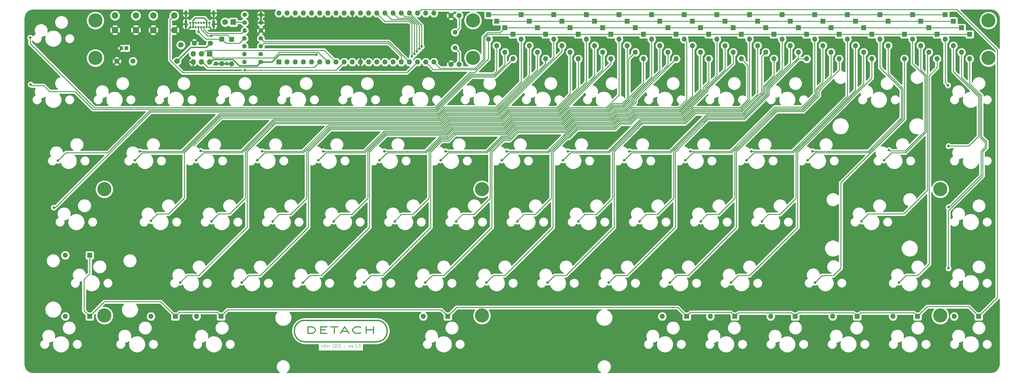
<source format=gtl>
G04 #@! TF.GenerationSoftware,KiCad,Pcbnew,(5.1.10)-1*
G04 #@! TF.CreationDate,2021-10-14T18:36:26-04:00*
G04 #@! TF.ProjectId,detach,64657461-6368-42e6-9b69-6361645f7063,rev?*
G04 #@! TF.SameCoordinates,Original*
G04 #@! TF.FileFunction,Copper,L1,Top*
G04 #@! TF.FilePolarity,Positive*
%FSLAX46Y46*%
G04 Gerber Fmt 4.6, Leading zero omitted, Abs format (unit mm)*
G04 Created by KiCad (PCBNEW (5.1.10)-1) date 2021-10-14 18:36:26*
%MOMM*%
%LPD*%
G01*
G04 APERTURE LIST*
%ADD10C,0.125000*%
%ADD11C,0.350000*%
G04 #@! TA.AperFunction,EtchedComponent*
%ADD12C,0.400000*%
G04 #@! TD*
G04 #@! TA.AperFunction,ComponentPad*
%ADD13C,1.710000*%
G04 #@! TD*
G04 #@! TA.AperFunction,ComponentPad*
%ADD14O,1.600000X1.600000*%
G04 #@! TD*
G04 #@! TA.AperFunction,ComponentPad*
%ADD15R,1.600000X1.600000*%
G04 #@! TD*
G04 #@! TA.AperFunction,ComponentPad*
%ADD16C,4.400000*%
G04 #@! TD*
G04 #@! TA.AperFunction,ComponentPad*
%ADD17O,1.400000X1.400000*%
G04 #@! TD*
G04 #@! TA.AperFunction,ComponentPad*
%ADD18C,1.400000*%
G04 #@! TD*
G04 #@! TA.AperFunction,ComponentPad*
%ADD19C,1.200000*%
G04 #@! TD*
G04 #@! TA.AperFunction,ComponentPad*
%ADD20R,1.200000X1.200000*%
G04 #@! TD*
G04 #@! TA.AperFunction,ComponentPad*
%ADD21C,1.600000*%
G04 #@! TD*
G04 #@! TA.AperFunction,ComponentPad*
%ADD22C,1.500000*%
G04 #@! TD*
G04 #@! TA.AperFunction,ComponentPad*
%ADD23C,1.800000*%
G04 #@! TD*
G04 #@! TA.AperFunction,ComponentPad*
%ADD24R,1.800000X1.800000*%
G04 #@! TD*
G04 #@! TA.AperFunction,ComponentPad*
%ADD25O,1.700000X1.700000*%
G04 #@! TD*
G04 #@! TA.AperFunction,ComponentPad*
%ADD26R,1.700000X1.700000*%
G04 #@! TD*
G04 #@! TA.AperFunction,ComponentPad*
%ADD27C,2.000000*%
G04 #@! TD*
G04 #@! TA.AperFunction,ComponentPad*
%ADD28O,0.900000X1.700000*%
G04 #@! TD*
G04 #@! TA.AperFunction,ComponentPad*
%ADD29O,0.900000X2.400000*%
G04 #@! TD*
G04 #@! TA.AperFunction,ComponentPad*
%ADD30C,0.700000*%
G04 #@! TD*
G04 #@! TA.AperFunction,ViaPad*
%ADD31C,0.800000*%
G04 #@! TD*
G04 #@! TA.AperFunction,Conductor*
%ADD32C,0.250000*%
G04 #@! TD*
G04 #@! TA.AperFunction,Conductor*
%ADD33C,0.381000*%
G04 #@! TD*
G04 #@! TA.AperFunction,Conductor*
%ADD34C,0.254000*%
G04 #@! TD*
G04 #@! TA.AperFunction,Conductor*
%ADD35C,0.100000*%
G04 #@! TD*
G04 APERTURE END LIST*
D10*
X157839170Y-183390590D02*
X157767741Y-183342971D01*
X157732027Y-183247733D01*
X157732027Y-182390590D01*
X158232027Y-183390590D02*
X158160598Y-183342971D01*
X158124884Y-183295352D01*
X158089170Y-183200114D01*
X158089170Y-182914400D01*
X158124884Y-182819162D01*
X158160598Y-182771543D01*
X158232027Y-182723924D01*
X158339170Y-182723924D01*
X158410598Y-182771543D01*
X158446313Y-182819162D01*
X158482027Y-182914400D01*
X158482027Y-183200114D01*
X158446313Y-183295352D01*
X158410598Y-183342971D01*
X158339170Y-183390590D01*
X158232027Y-183390590D01*
X158696313Y-182723924D02*
X158982027Y-182723924D01*
X158803456Y-182390590D02*
X158803456Y-183247733D01*
X158839170Y-183342971D01*
X158910598Y-183390590D01*
X158982027Y-183390590D01*
X159232027Y-183390590D02*
X159232027Y-182723924D01*
X159232027Y-182390590D02*
X159196313Y-182438210D01*
X159232027Y-182485829D01*
X159267741Y-182438210D01*
X159232027Y-182390590D01*
X159232027Y-182485829D01*
X159874884Y-183342971D02*
X159803456Y-183390590D01*
X159660598Y-183390590D01*
X159589170Y-183342971D01*
X159553456Y-183247733D01*
X159553456Y-182866781D01*
X159589170Y-182771543D01*
X159660598Y-182723924D01*
X159803456Y-182723924D01*
X159874884Y-182771543D01*
X159910598Y-182866781D01*
X159910598Y-182962019D01*
X159553456Y-183057257D01*
X160232027Y-183390590D02*
X160232027Y-182723924D01*
X160232027Y-182914400D02*
X160267741Y-182819162D01*
X160303456Y-182771543D01*
X160374884Y-182723924D01*
X160446313Y-182723924D01*
X161232027Y-182485829D02*
X161267741Y-182438210D01*
X161339170Y-182390590D01*
X161517741Y-182390590D01*
X161589170Y-182438210D01*
X161624884Y-182485829D01*
X161660598Y-182581067D01*
X161660598Y-182676305D01*
X161624884Y-182819162D01*
X161196313Y-183390590D01*
X161660598Y-183390590D01*
X162124884Y-182390590D02*
X162196313Y-182390590D01*
X162267741Y-182438210D01*
X162303456Y-182485829D01*
X162339170Y-182581067D01*
X162374884Y-182771543D01*
X162374884Y-183009638D01*
X162339170Y-183200114D01*
X162303456Y-183295352D01*
X162267741Y-183342971D01*
X162196313Y-183390590D01*
X162124884Y-183390590D01*
X162053456Y-183342971D01*
X162017741Y-183295352D01*
X161982027Y-183200114D01*
X161946313Y-183009638D01*
X161946313Y-182771543D01*
X161982027Y-182581067D01*
X162017741Y-182485829D01*
X162053456Y-182438210D01*
X162124884Y-182390590D01*
X162660598Y-182485829D02*
X162696313Y-182438210D01*
X162767741Y-182390590D01*
X162946313Y-182390590D01*
X163017741Y-182438210D01*
X163053456Y-182485829D01*
X163089170Y-182581067D01*
X163089170Y-182676305D01*
X163053456Y-182819162D01*
X162624884Y-183390590D01*
X163089170Y-183390590D01*
X163803456Y-183390590D02*
X163374884Y-183390590D01*
X163589170Y-183390590D02*
X163589170Y-182390590D01*
X163517741Y-182533448D01*
X163446313Y-182628686D01*
X163374884Y-182676305D01*
X164696313Y-183009638D02*
X165267741Y-183009638D01*
X166196313Y-183390590D02*
X166196313Y-182723924D01*
X166196313Y-182914400D02*
X166232027Y-182819162D01*
X166267741Y-182771543D01*
X166339170Y-182723924D01*
X166410598Y-182723924D01*
X166946313Y-183342971D02*
X166874884Y-183390590D01*
X166732027Y-183390590D01*
X166660598Y-183342971D01*
X166624884Y-183247733D01*
X166624884Y-182866781D01*
X166660598Y-182771543D01*
X166732027Y-182723924D01*
X166874884Y-182723924D01*
X166946313Y-182771543D01*
X166982027Y-182866781D01*
X166982027Y-182962019D01*
X166624884Y-183057257D01*
X167232027Y-182723924D02*
X167410598Y-183390590D01*
X167589170Y-182723924D01*
X168839170Y-183390590D02*
X168410598Y-183390590D01*
X168624884Y-183390590D02*
X168624884Y-182390590D01*
X168553456Y-182533448D01*
X168482027Y-182628686D01*
X168410598Y-182676305D01*
X169160598Y-183295352D02*
X169196313Y-183342971D01*
X169160598Y-183390590D01*
X169124884Y-183342971D01*
X169160598Y-183295352D01*
X169160598Y-183390590D01*
X169660598Y-182390590D02*
X169732027Y-182390590D01*
X169803456Y-182438210D01*
X169839170Y-182485829D01*
X169874884Y-182581067D01*
X169910598Y-182771543D01*
X169910598Y-183009638D01*
X169874884Y-183200114D01*
X169839170Y-183295352D01*
X169803456Y-183342971D01*
X169732027Y-183390590D01*
X169660598Y-183390590D01*
X169589170Y-183342971D01*
X169553456Y-183295352D01*
X169517741Y-183200114D01*
X169482027Y-183009638D01*
X169482027Y-182771543D01*
X169517741Y-182581067D01*
X169553456Y-182485829D01*
X169589170Y-182438210D01*
X169660598Y-182390590D01*
D11*
X153612979Y-179016971D02*
X153612979Y-177016971D01*
X154565360Y-177016971D01*
X155136789Y-177112210D01*
X155517741Y-177302686D01*
X155708217Y-177493162D01*
X155898694Y-177874114D01*
X155898694Y-178159829D01*
X155708217Y-178540781D01*
X155517741Y-178731257D01*
X155136789Y-178921733D01*
X154565360Y-179016971D01*
X153612979Y-179016971D01*
X157612979Y-177969352D02*
X158946313Y-177969352D01*
X159517741Y-179016971D02*
X157612979Y-179016971D01*
X157612979Y-177016971D01*
X159517741Y-177016971D01*
X160660598Y-177016971D02*
X162946313Y-177016971D01*
X161803456Y-179016971D02*
X161803456Y-177016971D01*
X164089170Y-178445543D02*
X165993932Y-178445543D01*
X163708217Y-179016971D02*
X165041551Y-177016971D01*
X166374884Y-179016971D01*
X169993932Y-178826495D02*
X169803456Y-178921733D01*
X169232027Y-179016971D01*
X168851075Y-179016971D01*
X168279646Y-178921733D01*
X167898694Y-178731257D01*
X167708217Y-178540781D01*
X167517741Y-178159829D01*
X167517741Y-177874114D01*
X167708217Y-177493162D01*
X167898694Y-177302686D01*
X168279646Y-177112210D01*
X168851075Y-177016971D01*
X169232027Y-177016971D01*
X169803456Y-177112210D01*
X169993932Y-177207448D01*
X171708217Y-179016971D02*
X171708217Y-177016971D01*
X171708217Y-177969352D02*
X173993932Y-177969352D01*
X173993932Y-179016971D02*
X173993932Y-177016971D01*
D12*
X152673456Y-181632210D02*
X174973456Y-181632210D01*
X152693456Y-174952210D02*
X174973456Y-174952210D01*
X152663456Y-181632210D02*
G75*
G02*
X152663456Y-174952210I0J3340000D01*
G01*
X174963456Y-174952210D02*
G75*
G02*
X174963456Y-181632210I0J-3340000D01*
G01*
D13*
X113976000Y-89134000D03*
X112776000Y-94234000D03*
D14*
X354838000Y-173736000D03*
D15*
X362458000Y-173736000D03*
D14*
X335788000Y-173736000D03*
D15*
X343408000Y-173736000D03*
D14*
X316992000Y-173736000D03*
D15*
X324612000Y-173736000D03*
D14*
X297688000Y-173736000D03*
D15*
X305308000Y-173736000D03*
D14*
X278892000Y-173736000D03*
D15*
X286512000Y-173736000D03*
D14*
X263906000Y-173736000D03*
D15*
X271526000Y-173736000D03*
D14*
X189484000Y-173736000D03*
D15*
X197104000Y-173736000D03*
D14*
X118872000Y-173736000D03*
D15*
X126492000Y-173736000D03*
D14*
X104648000Y-173736000D03*
D15*
X112268000Y-173736000D03*
D14*
X77978000Y-173736000D03*
D15*
X85598000Y-173736000D03*
D14*
X77978000Y-154686000D03*
D15*
X85598000Y-154686000D03*
D16*
X207768000Y-173482000D03*
D17*
X133816316Y-92032665D03*
D18*
X138896316Y-92032665D03*
D17*
X133816316Y-89577332D03*
D18*
X138896316Y-89577332D03*
D17*
X133816316Y-87121999D03*
D18*
X138896316Y-87121999D03*
D17*
X133858000Y-84666666D03*
D18*
X138938000Y-84666666D03*
D17*
X138938000Y-79756000D03*
D18*
X133858000Y-79756000D03*
D17*
X138938000Y-82211333D03*
D18*
X133858000Y-82211333D03*
D17*
X133816316Y-94488000D03*
D18*
X138896316Y-94488000D03*
D19*
X95528000Y-90170000D03*
D20*
X97028000Y-90170000D03*
D21*
X118190000Y-88646000D03*
X123190000Y-88646000D03*
X94060000Y-94234000D03*
X99060000Y-94234000D03*
X198140000Y-80010000D03*
X200640000Y-80010000D03*
X198140000Y-95250000D03*
X200640000Y-95250000D03*
D22*
X199390000Y-85200000D03*
X199390000Y-90080000D03*
D23*
X127762000Y-82042000D03*
D24*
X130302000Y-82042000D03*
D25*
X117856000Y-94488000D03*
X117856000Y-91948000D03*
X120396000Y-94488000D03*
X120396000Y-91948000D03*
X122936000Y-94488000D03*
D26*
X122936000Y-91948000D03*
D14*
X144526000Y-79248000D03*
X192786000Y-94488000D03*
X147066000Y-79248000D03*
X190246000Y-94488000D03*
X149606000Y-79248000D03*
X187706000Y-94488000D03*
X152146000Y-79248000D03*
X185166000Y-94488000D03*
X154686000Y-79248000D03*
X182626000Y-94488000D03*
X157226000Y-79248000D03*
X180086000Y-94488000D03*
X159766000Y-79248000D03*
X177546000Y-94488000D03*
X162306000Y-79248000D03*
X175006000Y-94488000D03*
X164846000Y-79248000D03*
X172466000Y-94488000D03*
X167386000Y-79248000D03*
X169926000Y-94488000D03*
X169926000Y-79248000D03*
X167386000Y-94488000D03*
X172466000Y-79248000D03*
X164846000Y-94488000D03*
X175006000Y-79248000D03*
X162306000Y-94488000D03*
X177546000Y-79248000D03*
X159766000Y-94488000D03*
X180086000Y-79248000D03*
X157226000Y-94488000D03*
X182626000Y-79248000D03*
X154686000Y-94488000D03*
X185166000Y-79248000D03*
X152146000Y-94488000D03*
X187706000Y-79248000D03*
X149606000Y-94488000D03*
X190246000Y-79248000D03*
X147066000Y-94488000D03*
X192786000Y-79248000D03*
D15*
X144526000Y-94488000D03*
D14*
X339344000Y-93472000D03*
D15*
X339344000Y-85852000D03*
D14*
X222504000Y-89376000D03*
D15*
X222504000Y-81756000D03*
D14*
X225044000Y-91440000D03*
D15*
X225044000Y-83820000D03*
D14*
X227584000Y-93472000D03*
D15*
X227584000Y-85852000D03*
D14*
X214884000Y-91440000D03*
D15*
X214884000Y-83820000D03*
D14*
X212344000Y-89376000D03*
D15*
X212344000Y-81756000D03*
D14*
X217424000Y-93472000D03*
D15*
X217424000Y-85852000D03*
D14*
X219964000Y-87376000D03*
D15*
X219964000Y-79756000D03*
D14*
X230124000Y-87376000D03*
D15*
X230124000Y-79756000D03*
D14*
X240284000Y-87376000D03*
D15*
X240284000Y-79756000D03*
D14*
X232664000Y-89376000D03*
D15*
X232664000Y-81756000D03*
D14*
X242824000Y-89376000D03*
D15*
X242824000Y-81756000D03*
D14*
X235204000Y-91440000D03*
D15*
X235204000Y-83820000D03*
D14*
X237744000Y-93472000D03*
D15*
X237744000Y-85852000D03*
D14*
X209804000Y-87376000D03*
D15*
X209804000Y-79756000D03*
D14*
X250444000Y-87376000D03*
D15*
X250444000Y-79756000D03*
D14*
X260604000Y-87376000D03*
D15*
X260604000Y-79756000D03*
D14*
X270764000Y-87376000D03*
D15*
X270764000Y-79756000D03*
D14*
X280924000Y-87376000D03*
D15*
X280924000Y-79756000D03*
D14*
X291084000Y-87376000D03*
D15*
X291084000Y-79756000D03*
D14*
X301282736Y-87376000D03*
D15*
X301282736Y-79756000D03*
D14*
X311404000Y-87376000D03*
D15*
X311404000Y-79756000D03*
D14*
X321564000Y-87376000D03*
D15*
X321564000Y-79756000D03*
D14*
X331724000Y-87376000D03*
D15*
X331724000Y-79756000D03*
D14*
X341884000Y-87376000D03*
D15*
X341884000Y-79756000D03*
D14*
X352044000Y-87376000D03*
D15*
X352044000Y-79756000D03*
D14*
X252984000Y-89376000D03*
D15*
X252984000Y-81756000D03*
D14*
X263144000Y-89376000D03*
D15*
X263144000Y-81756000D03*
D14*
X273304000Y-89376000D03*
D15*
X273304000Y-81756000D03*
D14*
X283464000Y-89376000D03*
D15*
X283464000Y-81756000D03*
D14*
X293624000Y-89376000D03*
D15*
X293624000Y-81756000D03*
D14*
X303784000Y-89376000D03*
D15*
X303784000Y-81756000D03*
D14*
X313944000Y-89376000D03*
D15*
X313944000Y-81756000D03*
D14*
X324104000Y-89376000D03*
D15*
X324104000Y-81756000D03*
D14*
X334264000Y-89376000D03*
D15*
X334264000Y-81756000D03*
D14*
X344424000Y-89376000D03*
D15*
X344424000Y-81756000D03*
D14*
X354584000Y-89376000D03*
D15*
X354584000Y-81756000D03*
D14*
X245364000Y-91440000D03*
D15*
X245364000Y-83820000D03*
D14*
X255524000Y-91440000D03*
D15*
X255524000Y-83820000D03*
D14*
X265684000Y-91440000D03*
D15*
X265684000Y-83820000D03*
D14*
X275844000Y-91440000D03*
D15*
X275844000Y-83820000D03*
D14*
X286004000Y-91440000D03*
D15*
X286004000Y-83820000D03*
D14*
X296164000Y-91440000D03*
D15*
X296164000Y-83820000D03*
D14*
X306324000Y-91440000D03*
D15*
X306324000Y-83820000D03*
D14*
X316484000Y-91440000D03*
D15*
X316484000Y-83820000D03*
D14*
X326644000Y-91440000D03*
D15*
X326644000Y-83820000D03*
D14*
X346964000Y-91440000D03*
D15*
X346964000Y-83820000D03*
D14*
X357124000Y-91440000D03*
D15*
X357124000Y-83820000D03*
D14*
X247904000Y-93472000D03*
D15*
X247904000Y-85852000D03*
D14*
X258064000Y-93472000D03*
D15*
X258064000Y-85852000D03*
D14*
X268224000Y-93472000D03*
D15*
X268224000Y-85852000D03*
D14*
X278384000Y-93472000D03*
D15*
X278384000Y-85852000D03*
D14*
X288544000Y-93472000D03*
D15*
X288544000Y-85852000D03*
D14*
X298704000Y-93472000D03*
D15*
X298704000Y-85852000D03*
D14*
X308864000Y-93472000D03*
D15*
X308864000Y-85852000D03*
D14*
X319024000Y-93472000D03*
D15*
X319024000Y-85852000D03*
D14*
X329184000Y-93472000D03*
D15*
X329184000Y-85852000D03*
D14*
X349504000Y-93472000D03*
D15*
X349504000Y-85852000D03*
D14*
X359664000Y-93472000D03*
D15*
X359664000Y-85852000D03*
D14*
X126746000Y-94996000D03*
D15*
X126746000Y-87376000D03*
D14*
X129794000Y-95006196D03*
D15*
X129794000Y-87386196D03*
D27*
X111910000Y-80006000D03*
X111910000Y-84506000D03*
X105410000Y-80006000D03*
X105410000Y-84506000D03*
X99972000Y-80010000D03*
X99972000Y-84510000D03*
X93472000Y-80010000D03*
X93472000Y-84510000D03*
D28*
X115552000Y-79220000D03*
X124202000Y-79220000D03*
D29*
X115552000Y-82600000D03*
X124202000Y-82600000D03*
D30*
X119452000Y-82230000D03*
X116902000Y-82230000D03*
X117752000Y-82230000D03*
X118602000Y-82230000D03*
X122852000Y-82230000D03*
X121152000Y-82230000D03*
X120302000Y-82230000D03*
X122002000Y-82230000D03*
X116902000Y-83580000D03*
X117752000Y-83580000D03*
X118602000Y-83580000D03*
X119452000Y-83580000D03*
X120302000Y-83580000D03*
X121152000Y-83580000D03*
X122002000Y-83580000D03*
X122852000Y-83580000D03*
D16*
X365506000Y-93218000D03*
X365506000Y-81534000D03*
X204978000Y-93218000D03*
X87376000Y-81534000D03*
X87376000Y-93218000D03*
X204978000Y-81534000D03*
X90170000Y-134112000D03*
X207768000Y-134112000D03*
X350520000Y-134112000D03*
X350520000Y-173482000D03*
X90170000Y-173482000D03*
D31*
X319024000Y-89916000D03*
X288544000Y-89916000D03*
X217424000Y-89916000D03*
X227584000Y-89916000D03*
X365582309Y-84836000D03*
X298704000Y-89916000D03*
X258064000Y-89916000D03*
X308864000Y-89916000D03*
X278384000Y-89916000D03*
X268224000Y-89916000D03*
X247904000Y-89916000D03*
X237744000Y-89916000D03*
X329184000Y-89916000D03*
X339344000Y-89916000D03*
X349504000Y-89916000D03*
X122174000Y-120142000D03*
X293370000Y-120142000D03*
X274320000Y-120142000D03*
X140970000Y-120142000D03*
X160020000Y-120142000D03*
X179070000Y-120142000D03*
X198120000Y-120142000D03*
X217170000Y-120142000D03*
X236220000Y-120142000D03*
X255270000Y-120142000D03*
X204470000Y-106680000D03*
X223520000Y-106680000D03*
X242570000Y-106680000D03*
X261620000Y-106680000D03*
X280670000Y-106680000D03*
X101181782Y-122263740D03*
X120142004Y-122174004D03*
X139281749Y-122263749D03*
X158331789Y-122263755D03*
X177381698Y-122263726D03*
X196431731Y-122263731D03*
X215481740Y-122263739D03*
X234531740Y-122263726D03*
X253656260Y-122263740D03*
X272631739Y-122263737D03*
X291681743Y-122263743D03*
X310731738Y-122263738D03*
X334518000Y-121920000D03*
X352928250Y-101722250D03*
X67190626Y-101465374D03*
X99694001Y-125094001D03*
X118744001Y-125094001D03*
X137794001Y-125094001D03*
X156844001Y-125094001D03*
X175894001Y-125094001D03*
X194944001Y-125094001D03*
X213994001Y-125094001D03*
X233044001Y-125094001D03*
X252094001Y-125094001D03*
X271144001Y-125094001D03*
X290194001Y-125094001D03*
X309244001Y-125094001D03*
X332994004Y-125094001D03*
X353060000Y-120650000D03*
X75691001Y-125221001D03*
X104647011Y-144017001D03*
X123570001Y-144144001D03*
X142620001Y-144144001D03*
X161670001Y-144144001D03*
X180720001Y-144144001D03*
X199770001Y-144144001D03*
X218820001Y-144144001D03*
X237870001Y-144144001D03*
X256920001Y-144144001D03*
X275970001Y-144144001D03*
X295020001Y-144144001D03*
X326007998Y-144143998D03*
X353060000Y-139700000D03*
X74422000Y-139806070D03*
X113792000Y-163194001D03*
X132968001Y-163194001D03*
X152018001Y-163194001D03*
X171068001Y-163194001D03*
X190118001Y-163194001D03*
X209168001Y-163194001D03*
X228218001Y-163194001D03*
X247268001Y-163194001D03*
X266318001Y-163194001D03*
X285368001Y-163194001D03*
X311530001Y-163194001D03*
X337692001Y-163194001D03*
X353060000Y-158750000D03*
X185928000Y-92709984D03*
X186690000Y-91948000D03*
X187451984Y-91186000D03*
X188214000Y-90424000D03*
X188976000Y-89662000D03*
X133857960Y-97028000D03*
X156210000Y-92202000D03*
X119463000Y-85007008D03*
X67056000Y-86868000D03*
X123444000Y-86360000D03*
D32*
X124206000Y-82296000D02*
X124206000Y-82042000D01*
X124213000Y-82303000D02*
X124206000Y-82296000D01*
X124213000Y-82590000D02*
X124213000Y-82303000D01*
X122863000Y-82245000D02*
X122863000Y-83570000D01*
X115563000Y-79210000D02*
X115563000Y-82590000D01*
X116840000Y-83497000D02*
X116913000Y-83570000D01*
X116902000Y-82230000D02*
X116840000Y-82292000D01*
X116902000Y-82230000D02*
X116902000Y-83580000D01*
D33*
X122008000Y-81495000D02*
X122008000Y-82245000D01*
X117758000Y-82245000D02*
X117758000Y-81495000D01*
X117758000Y-81495000D02*
X118481000Y-80772000D01*
X118481000Y-80772000D02*
X121285000Y-80772000D01*
X121285000Y-80772000D02*
X122008000Y-81495000D01*
X122013000Y-83570000D02*
X122013000Y-82250000D01*
D32*
X122013000Y-82250000D02*
X122008000Y-82245000D01*
D33*
X117763000Y-83570000D02*
X117763000Y-82250000D01*
D32*
X117763000Y-82250000D02*
X117758000Y-82245000D01*
X352044000Y-79756000D02*
X209804000Y-79756000D01*
X219964000Y-87376000D02*
X219964000Y-100709002D01*
X126084730Y-110512040D02*
X114333030Y-122263740D01*
X114333030Y-122263740D02*
X101181782Y-122263740D01*
X193785604Y-110512036D02*
X126514036Y-110512036D01*
X126514036Y-110512036D02*
X126084730Y-110512040D01*
X212144251Y-108528751D02*
X195768889Y-108528751D01*
X195768889Y-108528751D02*
X193785604Y-110512036D01*
X219964000Y-100709002D02*
X212144251Y-108528751D01*
X132875030Y-122263740D02*
X120231740Y-122263740D01*
X142826688Y-112312082D02*
X132875030Y-122263740D01*
X120231740Y-122263740D02*
X120142004Y-122174004D01*
X143211917Y-112312082D02*
X142826688Y-112312082D01*
X194531204Y-112312080D02*
X143211919Y-112312080D01*
X196514489Y-110328795D02*
X194531204Y-112312080D01*
X212890430Y-110328795D02*
X196514489Y-110328795D01*
X230124000Y-93095225D02*
X212890430Y-110328795D01*
X143211919Y-112312080D02*
X143211917Y-112312082D01*
X230124000Y-87376000D02*
X230124000Y-93095225D01*
X160650255Y-114112129D02*
X160076642Y-114112129D01*
X213636037Y-112128839D02*
X197260089Y-112128839D01*
X160650260Y-114112124D02*
X160650255Y-114112129D01*
X160076642Y-114112129D02*
X151925022Y-122263749D01*
X195276804Y-114112124D02*
X160650260Y-114112124D01*
X216152854Y-109612022D02*
X213636037Y-112128839D01*
X197260089Y-112128839D02*
X195276804Y-114112124D01*
X240284000Y-87376000D02*
X240284000Y-100712410D01*
X231384388Y-109612022D02*
X216152854Y-109612022D01*
X240284000Y-100712410D02*
X231384388Y-109612022D01*
X151925022Y-122263749D02*
X139281749Y-122263749D01*
X234830048Y-108712000D02*
X232129985Y-111412063D01*
X198005693Y-113928883D02*
X196022408Y-115912168D01*
X158331817Y-122263727D02*
X158331789Y-122263755D01*
X246508998Y-108712000D02*
X234830048Y-108712000D01*
X216898457Y-111412063D02*
X214381637Y-113928883D01*
X214381637Y-113928883D02*
X198005693Y-113928883D01*
X250444000Y-104776998D02*
X246508998Y-108712000D01*
X196022408Y-115912168D02*
X177711832Y-115912168D01*
X177711832Y-115912168D02*
X177711827Y-115912173D01*
X232129985Y-111412063D02*
X216898457Y-111412063D01*
X177711827Y-115912173D02*
X177431097Y-115912173D01*
X177431097Y-115912173D02*
X171079543Y-122263727D01*
X171079543Y-122263727D02*
X158331817Y-122263727D01*
X250444000Y-87376000D02*
X250444000Y-104776998D01*
X190152042Y-122263726D02*
X177381698Y-122263726D01*
X254334033Y-105452734D02*
X254334033Y-106477197D01*
X247254604Y-110512033D02*
X235575653Y-110512033D01*
X215127237Y-115728927D02*
X198845840Y-115728927D01*
X196862556Y-117712211D02*
X194703557Y-117712211D01*
X194703557Y-117712211D02*
X190152042Y-122263726D01*
X198845840Y-115728927D02*
X196862556Y-117712211D01*
X217644068Y-113212096D02*
X215127237Y-115728927D01*
X232875591Y-113212096D02*
X217644068Y-113212096D01*
X235575653Y-110512033D02*
X232875591Y-113212096D01*
X260604000Y-87376000D02*
X260604000Y-99182769D01*
X248974615Y-108792021D02*
X247254604Y-110512033D01*
X252019208Y-108792021D02*
X248974615Y-108792021D01*
X254334033Y-106477197D02*
X252019208Y-108792021D01*
X260604000Y-99182769D02*
X254334033Y-105452734D01*
X270764000Y-87376000D02*
X271563999Y-88175999D01*
X209168034Y-122263731D02*
X196431731Y-122263731D01*
X233096271Y-115012140D02*
X233096257Y-115012154D01*
X271563999Y-106185649D02*
X269037660Y-108711987D01*
X269037660Y-108711987D02*
X254644885Y-108711987D01*
X233621191Y-115012140D02*
X233096271Y-115012140D01*
X213902794Y-117528971D02*
X209168034Y-122263731D01*
X254644885Y-108711987D02*
X252764808Y-110592065D01*
X271563999Y-88175999D02*
X271563999Y-106185649D01*
X249720216Y-110592065D02*
X248000204Y-112312077D01*
X248000204Y-112312077D02*
X236321254Y-112312077D01*
X218389654Y-115012154D02*
X215872837Y-117528971D01*
X252764808Y-110592065D02*
X249720216Y-110592065D01*
X236321254Y-112312077D02*
X233621191Y-115012140D01*
X233096257Y-115012154D02*
X218389654Y-115012154D01*
X215872837Y-117528971D02*
X213902794Y-117528971D01*
X269783259Y-110512031D02*
X255390477Y-110512031D01*
X228252031Y-122263739D02*
X216047425Y-122263739D01*
X234084578Y-116812189D02*
X233707811Y-116812189D01*
X255390477Y-110512031D02*
X253510408Y-112392100D01*
X277278227Y-102448951D02*
X277278227Y-103017063D01*
X248745809Y-114112109D02*
X237066860Y-114112109D01*
X250465818Y-112392100D02*
X248745809Y-114112109D01*
X277278227Y-103017063D02*
X269783259Y-110512031D01*
X237066860Y-114112109D02*
X234366799Y-116812170D01*
X253510408Y-112392100D02*
X250465818Y-112392100D01*
X234084597Y-116812170D02*
X234084578Y-116812189D01*
X233707811Y-116812189D02*
X233707808Y-116812192D01*
X216047425Y-122263739D02*
X215481740Y-122263739D01*
X233707808Y-116812192D02*
X233703577Y-116812192D01*
X280924000Y-98803180D02*
X277278227Y-102448951D01*
X280924000Y-87376000D02*
X280924000Y-98803180D01*
X234366799Y-116812170D02*
X234084597Y-116812170D01*
X233703577Y-116812192D02*
X228252031Y-122263739D01*
X247175041Y-122263726D02*
X234531740Y-122263726D01*
X273678921Y-109162011D02*
X270528862Y-112312070D01*
X257126697Y-112312070D02*
X247175041Y-122263726D01*
X270528862Y-112312070D02*
X257126697Y-112312070D01*
X288310401Y-109162011D02*
X273678921Y-109162011D01*
X291084000Y-106388412D02*
X288310401Y-109162011D01*
X291084000Y-87376000D02*
X291084000Y-106388412D01*
X289055918Y-110962129D02*
X277619636Y-110962129D01*
X295878216Y-102228549D02*
X295878216Y-104139831D01*
X266318025Y-122263740D02*
X253656260Y-122263740D01*
X301282736Y-87376000D02*
X301282736Y-96824031D01*
X301282736Y-96824031D02*
X295878216Y-102228549D01*
X295878216Y-104139831D02*
X289055918Y-110962129D01*
X277619636Y-110962129D02*
X266318025Y-122263740D01*
X311404000Y-87376000D02*
X311404000Y-103024491D01*
X307357251Y-108528751D02*
X299010016Y-108528751D01*
X311404000Y-103024491D02*
X311403939Y-103114016D01*
X311403939Y-104482063D02*
X307357251Y-108528751D01*
X299010016Y-108528751D02*
X285275030Y-122263737D01*
X311403939Y-103114016D02*
X311403939Y-104482063D01*
X285275030Y-122263737D02*
X272631739Y-122263737D01*
X304452027Y-122263743D02*
X291681743Y-122263743D01*
X321564000Y-105151770D02*
X304452027Y-122263743D01*
X321564000Y-87376000D02*
X321564000Y-105151770D01*
X328075442Y-122263738D02*
X310731738Y-122263738D01*
X338443980Y-102942978D02*
X338443980Y-111895200D01*
X331724000Y-96222998D02*
X338443980Y-102942978D01*
X331724000Y-87376000D02*
X331724000Y-96222998D01*
X338443980Y-111895200D02*
X328075442Y-122263738D01*
X345694000Y-98806000D02*
X341884000Y-94996000D01*
X345694000Y-116078000D02*
X345694000Y-98806000D01*
X341884000Y-94996000D02*
X341884000Y-87376000D01*
X339598000Y-122174000D02*
X345694000Y-116078000D01*
X334772000Y-122174000D02*
X339598000Y-122174000D01*
X334518000Y-121920000D02*
X334772000Y-122174000D01*
X352044000Y-88507370D02*
X352044000Y-87376000D01*
X352044000Y-100838000D02*
X352044000Y-88507370D01*
X352928250Y-101722250D02*
X352044000Y-100838000D01*
X67564001Y-101838749D02*
X67190626Y-101465374D01*
X71295249Y-101838749D02*
X67564001Y-101838749D01*
X73120250Y-103663750D02*
X71295249Y-101838749D01*
X86536102Y-109162010D02*
X81037842Y-103663750D01*
X193226400Y-109162010D02*
X86536102Y-109162010D01*
X81037842Y-103663750D02*
X73120250Y-103663750D01*
X204170438Y-98217972D02*
X193226400Y-109162010D01*
X211405208Y-98217972D02*
X204170438Y-98217972D01*
X212344000Y-97279180D02*
X211405208Y-98217972D01*
X212344000Y-89376000D02*
X212344000Y-97279180D01*
X260418998Y-81756000D02*
X212344000Y-81756000D01*
X354584000Y-81756000D02*
X260418998Y-81756000D01*
X114522250Y-122713750D02*
X102074252Y-122713750D01*
X114669980Y-122566020D02*
X114522250Y-122713750D01*
X126271131Y-110962049D02*
X114669981Y-122563199D01*
X126273951Y-110962049D02*
X126271131Y-110962049D01*
X102074252Y-122713750D02*
X99694001Y-125094001D01*
X114669981Y-122563199D02*
X114669980Y-122566020D01*
X193972004Y-110962047D02*
X126273953Y-110962047D01*
X195955289Y-108978762D02*
X193972004Y-110962047D01*
X126273953Y-110962047D02*
X126273951Y-110962049D01*
X222504000Y-98805992D02*
X212331230Y-108978762D01*
X212331230Y-108978762D02*
X195955289Y-108978762D01*
X222504000Y-89376000D02*
X222504000Y-98805992D01*
X232664000Y-90507370D02*
X232664000Y-89376000D01*
X232664000Y-91191643D02*
X232664000Y-90507370D01*
X213076837Y-110778806D02*
X232664000Y-91191643D01*
X196700889Y-110778806D02*
X213076837Y-110778806D01*
X194717604Y-112762091D02*
X196700889Y-110778806D01*
X143013089Y-112762091D02*
X194717604Y-112762091D01*
X133061430Y-122713750D02*
X143013089Y-112762091D01*
X121126250Y-122713750D02*
X133061430Y-122713750D01*
X121124252Y-122713750D02*
X121124252Y-122772754D01*
X120744003Y-123153003D02*
X120684999Y-123153003D01*
X121124252Y-122772754D02*
X120744003Y-123153003D01*
X120684999Y-123153003D02*
X118744001Y-125094001D01*
X160263041Y-114562139D02*
X152111431Y-122713751D01*
X195463205Y-114562138D02*
X160263041Y-114562139D01*
X213822437Y-112578850D02*
X197446493Y-112578850D01*
X140174251Y-122713751D02*
X137794001Y-125094001D01*
X216339254Y-110062033D02*
X213822437Y-112578850D01*
X231570788Y-110062033D02*
X216339254Y-110062033D01*
X197446493Y-112578850D02*
X195463205Y-114562138D01*
X242824000Y-98808821D02*
X231570788Y-110062033D01*
X152111431Y-122713751D02*
X140174251Y-122713751D01*
X242824000Y-89376000D02*
X242824000Y-98808821D01*
X159224251Y-122713751D02*
X156844001Y-125094001D01*
X252984000Y-105918000D02*
X251460000Y-107442000D01*
X177617496Y-116362183D02*
X171265927Y-122713751D01*
X251460000Y-107442000D02*
X248415408Y-107442000D01*
X171265927Y-122713751D02*
X159224251Y-122713751D01*
X214568037Y-114378894D02*
X198192093Y-114378894D01*
X248415408Y-107442000D02*
X246695398Y-109162011D01*
X246695398Y-109162011D02*
X235016448Y-109162011D01*
X232316385Y-111862074D02*
X217084857Y-111862074D01*
X235016448Y-109162011D02*
X232316385Y-111862074D01*
X217084857Y-111862074D02*
X214568037Y-114378894D01*
X198192093Y-114378894D02*
X196208806Y-116362181D01*
X252984000Y-89376000D02*
X252984000Y-105918000D01*
X196208806Y-116362181D02*
X177617496Y-116362183D01*
X194889957Y-118162222D02*
X190338430Y-122713750D01*
X178333252Y-122713750D02*
X178058275Y-122988727D01*
X254784044Y-106663597D02*
X252205608Y-109242032D01*
X217830468Y-113662107D02*
X215313637Y-116178938D01*
X263144000Y-97279180D02*
X254784044Y-105639134D01*
X177999275Y-122988727D02*
X175894001Y-125094001D01*
X254784044Y-105639134D02*
X254784044Y-106663597D01*
X197048956Y-118162222D02*
X194889957Y-118162222D01*
X178058275Y-122988727D02*
X177999275Y-122988727D01*
X199032240Y-116178938D02*
X197048956Y-118162222D01*
X233061991Y-113662107D02*
X217830468Y-113662107D01*
X249161015Y-109242032D02*
X247441004Y-110962044D01*
X252205608Y-109242032D02*
X249161015Y-109242032D01*
X263144000Y-89376000D02*
X263144000Y-97279180D01*
X235762053Y-110962044D02*
X233061991Y-113662107D01*
X247441004Y-110962044D02*
X235762053Y-110962044D01*
X190338430Y-122713750D02*
X178333252Y-122713750D01*
X215313637Y-116178938D02*
X199032240Y-116178938D01*
X254831285Y-109161998D02*
X252951208Y-111042076D01*
X248186604Y-112762088D02*
X236507653Y-112762088D01*
X209354426Y-122713750D02*
X197324252Y-122713750D01*
X269224060Y-109161998D02*
X254831285Y-109161998D01*
X233807591Y-115462151D02*
X233282671Y-115462151D01*
X197324252Y-122713750D02*
X194944001Y-125094001D01*
X273304000Y-105082058D02*
X269224060Y-109161998D01*
X233282671Y-115462151D02*
X233282657Y-115462165D01*
X249906615Y-111042076D02*
X248186604Y-112762088D01*
X214089194Y-117978982D02*
X209354426Y-122713750D01*
X273304000Y-89376000D02*
X273304000Y-105082058D01*
X236507653Y-112762088D02*
X233807591Y-115462151D01*
X233282657Y-115462165D02*
X218576054Y-115462165D01*
X252951208Y-111042076D02*
X249906615Y-111042076D01*
X216059237Y-117978982D02*
X214089194Y-117978982D01*
X218576054Y-115462165D02*
X216059237Y-117978982D01*
X283464000Y-90507370D02*
X283464000Y-89376000D01*
X283464000Y-96899590D02*
X283464000Y-90507370D01*
X277728238Y-102635351D02*
X283464000Y-96899590D01*
X277728238Y-103203463D02*
X277728238Y-102635351D01*
X213994001Y-125094001D02*
X216374252Y-122713750D01*
X237253260Y-114562120D02*
X248932209Y-114562120D01*
X250652218Y-112842111D02*
X253696808Y-112842111D01*
X253696808Y-112842111D02*
X255576877Y-110962042D01*
X216374252Y-122713750D02*
X228438430Y-122713750D01*
X233889977Y-117262203D02*
X234270976Y-117262203D01*
X234270997Y-117262182D02*
X234553199Y-117262181D01*
X234553199Y-117262181D02*
X237253260Y-114562120D01*
X228438430Y-122713750D02*
X233889977Y-117262203D01*
X248932209Y-114562120D02*
X250652218Y-112842111D01*
X255576877Y-110962042D02*
X269969659Y-110962042D01*
X234270976Y-117262203D02*
X234270997Y-117262182D01*
X269969659Y-110962042D02*
X277728238Y-103203463D01*
X293624000Y-104484822D02*
X293624000Y-89376000D01*
X257313097Y-112762081D02*
X270715262Y-112762081D01*
X273865321Y-109612022D02*
X288496801Y-109612021D01*
X288496801Y-109612021D02*
X293624000Y-104484822D01*
X270715262Y-112762081D02*
X273865321Y-109612022D01*
X235424252Y-122713750D02*
X247361428Y-122713750D01*
X247361428Y-122713750D02*
X257313097Y-112762081D01*
X233044001Y-125094001D02*
X235424252Y-122713750D01*
X296328227Y-104326231D02*
X296328227Y-102414949D01*
X252094001Y-125094001D02*
X254474251Y-122713751D01*
X277806036Y-111412140D02*
X289242318Y-111412140D01*
X303784000Y-94959177D02*
X303784000Y-89376000D01*
X266504425Y-122713751D02*
X277806036Y-111412140D01*
X254474251Y-122713751D02*
X266504425Y-122713751D01*
X296328227Y-102414949D02*
X303784000Y-94959177D01*
X289242318Y-111412140D02*
X296328227Y-104326231D01*
X299196416Y-108978762D02*
X285461428Y-122713750D01*
X313944000Y-89376000D02*
X313944000Y-100835180D01*
X313944000Y-100835180D02*
X311854011Y-102925170D01*
X311854011Y-102925170D02*
X311854009Y-104668404D01*
X311854009Y-104668404D02*
X307543651Y-108978762D01*
X307543651Y-108978762D02*
X299196416Y-108978762D01*
X285461428Y-122713750D02*
X273524252Y-122713750D01*
X273524252Y-122713750D02*
X271144001Y-125094001D01*
X290194001Y-125094001D02*
X292574252Y-122713750D01*
X292574252Y-122713750D02*
X304638430Y-122713750D01*
X304638430Y-122713750D02*
X324104000Y-103248180D01*
X324104000Y-103248180D02*
X324104000Y-89376000D01*
X309244001Y-125094001D02*
X311624251Y-122713751D01*
X311624251Y-122713751D02*
X328261840Y-122713751D01*
X328261840Y-122713751D02*
X338893991Y-112081600D01*
X338893991Y-112081600D02*
X338893989Y-102756577D01*
X338893989Y-102756577D02*
X334264000Y-98126588D01*
X334264000Y-98126588D02*
X334264000Y-89376000D01*
X332994004Y-125094001D02*
X335358005Y-122730000D01*
X335358005Y-122730000D02*
X339678410Y-122730000D01*
X339678410Y-122730000D02*
X346144010Y-116264400D01*
X346144010Y-116264400D02*
X346144010Y-98619600D01*
X346144010Y-98619600D02*
X344424000Y-96899590D01*
X344424000Y-96899590D02*
X344424000Y-89376000D01*
X354584000Y-97381996D02*
X354584000Y-89376000D01*
X362458000Y-105255996D02*
X354584000Y-97381996D01*
X359410000Y-120650000D02*
X362458000Y-117602000D01*
X362458000Y-117602000D02*
X362458000Y-105255996D01*
X353060000Y-120650000D02*
X359410000Y-120650000D01*
X214884000Y-95375590D02*
X214884000Y-91440000D01*
X104339690Y-109612021D02*
X193412800Y-109612021D01*
X211591607Y-98667983D02*
X214884000Y-95375590D01*
X91237960Y-122713750D02*
X104339690Y-109612021D01*
X193412800Y-109612021D02*
X204356838Y-98667983D01*
X204356838Y-98667983D02*
X211591607Y-98667983D01*
X78200250Y-122713750D02*
X91237960Y-122713750D01*
X78198252Y-122713750D02*
X75691001Y-125221001D01*
X104647011Y-143890996D02*
X104647011Y-144017001D01*
X106699748Y-141763750D02*
X110204250Y-141763750D01*
X104647011Y-143816487D02*
X106699748Y-141763750D01*
X115119990Y-136848010D02*
X115119990Y-122749600D01*
X110204250Y-141763750D02*
X115119990Y-136848010D01*
X104647011Y-144017001D02*
X104647011Y-143816487D01*
X115119990Y-122749600D02*
X126457532Y-111412058D01*
X126457532Y-111412058D02*
X194158404Y-111412058D01*
X194158404Y-111412058D02*
X196141689Y-109428773D01*
X196141689Y-109428773D02*
X212517629Y-109428773D01*
X225044000Y-96902402D02*
X225044000Y-91440000D01*
X212517629Y-109428773D02*
X225044000Y-96902402D01*
X214884000Y-83820000D02*
X357124000Y-83820000D01*
X194673001Y-96375001D02*
X192786000Y-94488000D01*
X208228989Y-93704014D02*
X205558001Y-96375001D01*
X214884000Y-83820000D02*
X213360000Y-85344000D01*
X213360000Y-85344000D02*
X209534588Y-85344000D01*
X209534588Y-85344000D02*
X208228989Y-86649599D01*
X205558001Y-96375001D02*
X194673001Y-96375001D01*
X208228989Y-86649599D02*
X208228989Y-93704014D01*
X143199487Y-113212103D02*
X194904004Y-113212102D01*
X194904004Y-113212102D02*
X196887289Y-111228817D01*
X235204000Y-104519590D02*
X235204000Y-91440000D01*
X231011590Y-108712000D02*
X235204000Y-104519590D01*
X196887289Y-111228817D02*
X213263237Y-111228817D01*
X213263237Y-111228817D02*
X215780054Y-108712000D01*
X134169991Y-122241599D02*
X143199487Y-113212103D01*
X129254250Y-141763750D02*
X134169989Y-136848011D01*
X125749748Y-141763750D02*
X129254250Y-141763750D01*
X123570001Y-143943497D02*
X125749748Y-141763750D01*
X123570001Y-144144001D02*
X123570001Y-143943497D01*
X215780054Y-108712000D02*
X231011590Y-108712000D01*
X134169989Y-136848011D02*
X134169991Y-122241599D01*
X142620001Y-143943497D02*
X142620001Y-144144001D01*
X153219989Y-136945513D02*
X148186753Y-141978749D01*
X153219990Y-122241600D02*
X153219989Y-136945513D01*
X160449442Y-115012148D02*
X153219990Y-122241600D01*
X195649607Y-115012147D02*
X160449442Y-115012148D01*
X197632893Y-113028861D02*
X195649607Y-115012147D01*
X144584749Y-141978749D02*
X142620001Y-143943497D01*
X214008837Y-113028861D02*
X197632893Y-113028861D01*
X245364000Y-96905232D02*
X231757188Y-110512044D01*
X245364000Y-91440000D02*
X245364000Y-96905232D01*
X148186753Y-141978749D02*
X144584749Y-141978749D01*
X216525654Y-110512044D02*
X214008837Y-113028861D01*
X231757188Y-110512044D02*
X216525654Y-110512044D01*
X251646400Y-107892011D02*
X248601808Y-107892011D01*
X253434011Y-106104400D02*
X251646400Y-107892011D01*
X172269989Y-122346100D02*
X172269989Y-136945013D01*
X235202848Y-109612022D02*
X232502785Y-112312085D01*
X232502785Y-112312085D02*
X217271257Y-112312085D01*
X217271257Y-112312085D02*
X214754437Y-114828905D01*
X196489756Y-116812190D02*
X177803897Y-116812192D01*
X253434011Y-93529989D02*
X253434011Y-106104400D01*
X246881798Y-109612022D02*
X235202848Y-109612022D01*
X177803897Y-116812192D02*
X172269989Y-122346100D01*
X172269989Y-136945013D02*
X167236253Y-141978749D01*
X255524000Y-91440000D02*
X253434011Y-93529989D01*
X163634249Y-141978749D02*
X161670001Y-143942997D01*
X167236253Y-141978749D02*
X163634249Y-141978749D01*
X214754437Y-114828905D02*
X198473041Y-114828905D01*
X248601808Y-107892011D02*
X246881798Y-109612022D01*
X198473041Y-114828905D02*
X196489756Y-116812190D01*
X161670001Y-143942997D02*
X161670001Y-144144001D01*
X186286253Y-141978749D02*
X182684249Y-141978749D01*
X191319989Y-122368600D02*
X191319989Y-136945013D01*
X252392008Y-109692043D02*
X249347415Y-109692043D01*
X197235356Y-118612233D02*
X195076357Y-118612233D01*
X247627404Y-111412055D02*
X235948453Y-111412055D01*
X233248391Y-114112118D02*
X218016868Y-114112118D01*
X255234055Y-106849997D02*
X252392008Y-109692043D01*
X249347415Y-109692043D02*
X247627404Y-111412055D01*
X218016868Y-114112118D02*
X215500037Y-116628949D01*
X265684000Y-95375590D02*
X255234056Y-105825535D01*
X180720001Y-143942997D02*
X180720001Y-144144001D01*
X215500037Y-116628949D02*
X199218640Y-116628949D01*
X235948453Y-111412055D02*
X233248391Y-114112118D01*
X199218640Y-116628949D02*
X197235356Y-118612233D01*
X182684249Y-141978749D02*
X180720001Y-143942997D01*
X195076357Y-118612233D02*
X191319989Y-122368600D01*
X265684000Y-91440000D02*
X265684000Y-95375590D01*
X191319989Y-136945013D02*
X186286253Y-141978749D01*
X255234056Y-105825535D02*
X255234055Y-106849997D01*
X201734249Y-141978749D02*
X199770001Y-143942997D01*
X248373014Y-113212088D02*
X236694065Y-113212088D01*
X233469082Y-115912151D02*
X233469057Y-115912176D01*
X255017685Y-109612009D02*
X253137608Y-111492087D01*
X214275594Y-118428993D02*
X210369989Y-122334598D01*
X199770001Y-143942997D02*
X199770001Y-144144001D01*
X269410460Y-109612009D02*
X255017685Y-109612009D01*
X216245637Y-118428993D02*
X214275594Y-118428993D01*
X218762454Y-115912176D02*
X216245637Y-118428993D01*
X210369989Y-122334598D02*
X210369989Y-136945013D01*
X210369989Y-136945013D02*
X205336253Y-141978749D01*
X250093015Y-111492087D02*
X248373014Y-113212088D01*
X233469057Y-115912176D02*
X218762454Y-115912176D01*
X236694065Y-113212088D02*
X233994002Y-115912151D01*
X233994002Y-115912151D02*
X233469082Y-115912151D01*
X205336253Y-141978749D02*
X201734249Y-141978749D01*
X275844000Y-91440000D02*
X275844000Y-103178468D01*
X275844000Y-103178468D02*
X269410460Y-109612009D01*
X253137608Y-111492087D02*
X250093015Y-111492087D01*
X286004000Y-94996000D02*
X278178249Y-102821751D01*
X278178249Y-103389863D02*
X270156059Y-111412053D01*
X270156059Y-111412053D02*
X255763276Y-111412054D01*
X255763276Y-111412054D02*
X253883208Y-113292122D01*
X286004000Y-91440000D02*
X286004000Y-94996000D01*
X278178249Y-102821751D02*
X278178249Y-103389863D01*
X234457378Y-117712212D02*
X234076377Y-117712213D01*
X234739598Y-117712193D02*
X234457397Y-117712193D01*
X229419990Y-136945012D02*
X224386253Y-141978749D01*
X253883208Y-113292122D02*
X250838617Y-113292123D01*
X249118608Y-115012132D02*
X237439659Y-115012132D01*
X218820001Y-143942997D02*
X218820001Y-144144001D01*
X220784249Y-141978749D02*
X218820001Y-143942997D01*
X224386253Y-141978749D02*
X220784249Y-141978749D01*
X229419990Y-122368600D02*
X229419990Y-136945012D01*
X234076377Y-117712213D02*
X229419990Y-122368600D01*
X234457397Y-117712193D02*
X234457378Y-117712212D01*
X237439659Y-115012132D02*
X234739598Y-117712193D01*
X250838617Y-113292123D02*
X249118608Y-115012132D01*
X270901662Y-113212092D02*
X274051721Y-110062033D01*
X237870001Y-144144001D02*
X237870001Y-143942997D01*
X239834249Y-141978749D02*
X243436253Y-141978749D01*
X243436253Y-141978749D02*
X248469989Y-136945013D01*
X248469989Y-122241600D02*
X257499497Y-113212092D01*
X274051721Y-110062033D02*
X288683202Y-110062030D01*
X257499497Y-113212092D02*
X270901662Y-113212092D01*
X294894000Y-103851232D02*
X294894000Y-92710000D01*
X295364001Y-92239999D02*
X296164000Y-91440000D01*
X288683202Y-110062030D02*
X294894000Y-103851232D01*
X237870001Y-143942997D02*
X239834249Y-141978749D01*
X294894000Y-92710000D02*
X295364001Y-92239999D01*
X248469989Y-136945013D02*
X248469989Y-122241600D01*
X262486253Y-141978749D02*
X267519989Y-136945013D01*
X267519989Y-136945013D02*
X267519989Y-122334598D01*
X256920001Y-144144001D02*
X256920001Y-143942997D01*
X267519989Y-122334598D02*
X277992436Y-111862151D01*
X289428718Y-111862151D02*
X296778238Y-104512631D01*
X258884249Y-141978749D02*
X262486253Y-141978749D01*
X296778238Y-104512631D02*
X296778238Y-102601349D01*
X306324000Y-93055588D02*
X306324000Y-91440000D01*
X296778238Y-102601349D02*
X306324000Y-93055588D01*
X277992436Y-111862151D02*
X289428718Y-111862151D01*
X256920001Y-143942997D02*
X258884249Y-141978749D01*
X277934249Y-141978749D02*
X275970001Y-143942997D01*
X281536253Y-141978749D02*
X277934249Y-141978749D01*
X286569989Y-136945013D02*
X281536253Y-141978749D01*
X316484000Y-91440000D02*
X316484000Y-98931590D01*
X299382816Y-109428773D02*
X286569989Y-122241600D01*
X316484000Y-98931590D02*
X312304021Y-103111569D01*
X312304021Y-103111569D02*
X312304020Y-104854804D01*
X312304020Y-104854804D02*
X307730051Y-109428773D01*
X286569989Y-122241600D02*
X286569989Y-136945013D01*
X307730051Y-109428773D02*
X299382816Y-109428773D01*
X275970001Y-143942997D02*
X275970001Y-144144001D01*
X305619989Y-136945013D02*
X300586253Y-141978749D01*
X300586253Y-141978749D02*
X296984249Y-141978749D01*
X326644000Y-91440000D02*
X326644000Y-101344590D01*
X326644000Y-101344590D02*
X305619989Y-122368600D01*
X305619989Y-122368600D02*
X305619989Y-136945013D01*
X296984249Y-141978749D02*
X295020001Y-143942997D01*
X295020001Y-143942997D02*
X295020001Y-144144001D01*
X346594021Y-91809979D02*
X346594021Y-134404981D01*
X346594021Y-134404981D02*
X339235252Y-141763750D01*
X346964000Y-91440000D02*
X346594021Y-91809979D01*
X339235252Y-141763750D02*
X328390250Y-141763750D01*
X328388252Y-141763750D02*
X328136226Y-141763750D01*
X326007998Y-143891978D02*
X326007998Y-144143998D01*
X328136226Y-141763750D02*
X326007998Y-143891978D01*
X353301239Y-139700000D02*
X353060000Y-139700000D01*
X363220000Y-129781239D02*
X353301239Y-139700000D01*
X363220000Y-122246750D02*
X363220000Y-129781239D01*
X364490000Y-119508410D02*
X364490000Y-120976750D01*
X362908007Y-117926418D02*
X364490000Y-119508410D01*
X362908007Y-105021094D02*
X362908007Y-117926418D01*
X357124000Y-99237087D02*
X362908007Y-105021094D01*
X364490000Y-120976750D02*
X363220000Y-122246750D01*
X357124000Y-91440000D02*
X357124000Y-99237087D01*
X74823930Y-139806070D02*
X74422000Y-139806070D01*
X104567973Y-110062027D02*
X74823930Y-139806070D01*
X193599203Y-110062027D02*
X104567973Y-110062027D01*
X204543240Y-99117990D02*
X193599203Y-110062027D01*
X211778010Y-99117990D02*
X204543240Y-99117990D01*
X217424000Y-93472000D02*
X211778010Y-99117990D01*
X359664000Y-85852000D02*
X217424000Y-85852000D01*
X192583012Y-96825012D02*
X190564205Y-94806205D01*
X217424000Y-85852000D02*
X209662998Y-85852000D01*
X209662998Y-85852000D02*
X208678999Y-86835999D01*
X208678999Y-86835999D02*
X208678999Y-93890413D01*
X208678999Y-93890413D02*
X205744401Y-96825012D01*
X205744401Y-96825012D02*
X192583012Y-96825012D01*
X194344804Y-111862069D02*
X196328089Y-109878784D01*
X196328089Y-109878784D02*
X212704028Y-109878784D01*
X227584000Y-94998812D02*
X227584000Y-93472000D01*
X212704028Y-109878784D02*
X227584000Y-94998812D01*
X126643932Y-111862069D02*
X194344804Y-111862069D01*
X117856000Y-120650000D02*
X126643932Y-111862069D01*
X134620000Y-145650502D02*
X134620000Y-145288000D01*
X231197990Y-109162011D02*
X237744000Y-102615999D01*
X237744000Y-102615999D02*
X237744000Y-93472000D01*
X215966454Y-109162011D02*
X231197990Y-109162011D01*
X213449637Y-111678828D02*
X215966454Y-109162011D01*
X197073689Y-111678828D02*
X213449637Y-111678828D01*
X195090404Y-113662113D02*
X197073689Y-111678828D01*
X143385887Y-113662113D02*
X195090404Y-113662113D01*
X134620000Y-122428000D02*
X143385887Y-113662113D01*
X134620000Y-145288000D02*
X134620000Y-122428000D01*
X115950001Y-161036000D02*
X113792000Y-163194001D01*
X116002498Y-161036000D02*
X115950001Y-161036000D01*
X116009749Y-161028749D02*
X116002498Y-161036000D01*
X118241751Y-161028749D02*
X116009749Y-161028749D01*
X119604502Y-161036000D02*
X118249002Y-161036000D01*
X118249002Y-161036000D02*
X118241751Y-161028749D01*
X134620000Y-146020502D02*
X119604502Y-161036000D01*
X134620000Y-145288000D02*
X134620000Y-146020502D01*
X138661753Y-161028749D02*
X153670000Y-146020502D01*
X135133253Y-161028749D02*
X138661753Y-161028749D01*
X153670000Y-146020502D02*
X153670000Y-145034000D01*
X132968001Y-163194001D02*
X135133253Y-161028749D01*
X153670000Y-145796000D02*
X153670000Y-145034000D01*
X247904000Y-95001640D02*
X247904000Y-93472000D01*
X231943585Y-110962055D02*
X247904000Y-95001640D01*
X216712054Y-110962055D02*
X231943585Y-110962055D01*
X214195237Y-113478872D02*
X216712054Y-110962055D01*
X197819293Y-113478872D02*
X214195237Y-113478872D01*
X160635843Y-115462157D02*
X195836008Y-115462157D01*
X153670000Y-122428000D02*
X160635843Y-115462157D01*
X153670000Y-145034000D02*
X153670000Y-122428000D01*
X195836008Y-115462157D02*
X197819293Y-113478872D01*
X247068200Y-110062028D02*
X248788210Y-108342018D01*
X251832802Y-108342018D02*
X253884023Y-106290797D01*
X235389251Y-110062028D02*
X247068200Y-110062028D01*
X248788210Y-108342018D02*
X251832802Y-108342018D01*
X232689187Y-112762091D02*
X235389251Y-110062028D01*
X217457662Y-112762091D02*
X232689187Y-112762091D01*
X253884023Y-106290797D02*
X253884024Y-105266333D01*
X214940837Y-115278916D02*
X217457662Y-112762091D01*
X177990298Y-117262201D02*
X196676156Y-117262201D01*
X198659441Y-115278916D02*
X214940837Y-115278916D01*
X196676156Y-117262201D02*
X198659441Y-115278916D01*
X172720000Y-146020502D02*
X172720000Y-122532499D01*
X172720000Y-122532499D02*
X177990298Y-117262201D01*
X253884024Y-105266333D02*
X258064000Y-101086359D01*
X258064000Y-101086359D02*
X258064000Y-93472000D01*
X152018001Y-163194001D02*
X154183253Y-161028749D01*
X154183253Y-161028749D02*
X157711753Y-161028749D01*
X157711753Y-161028749D02*
X172720000Y-146020502D01*
X268224000Y-92963999D02*
X268224000Y-93472000D01*
X249533815Y-110142054D02*
X252578408Y-110142054D01*
X236134853Y-111862066D02*
X247813804Y-111862066D01*
X233434791Y-114562129D02*
X236134853Y-111862066D01*
X232909857Y-114562143D02*
X232909871Y-114562129D01*
X218203254Y-114562143D02*
X232909857Y-114562143D01*
X199405040Y-117078960D02*
X215686437Y-117078960D01*
X215686437Y-117078960D02*
X218203254Y-114562143D01*
X197421756Y-119062244D02*
X199405040Y-117078960D01*
X247813804Y-111862066D02*
X249533815Y-110142054D01*
X191770000Y-122555000D02*
X195262756Y-119062244D01*
X255684067Y-107036395D02*
X255684067Y-106011934D01*
X195262756Y-119062244D02*
X197421756Y-119062244D01*
X232909871Y-114562129D02*
X233434791Y-114562129D01*
X191770000Y-146021002D02*
X191770000Y-122555000D01*
X255684067Y-106011934D02*
X266134011Y-95561989D01*
X252578408Y-110142054D02*
X255684067Y-107036395D01*
X266134011Y-95561989D02*
X268224000Y-93472000D01*
X171068001Y-163194001D02*
X173233253Y-161028749D01*
X173233253Y-161028749D02*
X176762253Y-161028749D01*
X176762253Y-161028749D02*
X191770000Y-146021002D01*
X253324008Y-111942089D02*
X255204077Y-110062020D01*
X250279418Y-111942089D02*
X253324008Y-111942089D01*
X255204077Y-110062020D02*
X269596859Y-110062020D01*
X248559409Y-113662098D02*
X250279418Y-111942089D01*
X233898196Y-116362161D02*
X234180398Y-116362161D01*
X234180398Y-116362161D02*
X236880460Y-113662098D01*
X233898178Y-116362179D02*
X233898196Y-116362161D01*
X269596859Y-110062020D02*
X276828219Y-102830660D01*
X218948862Y-116362179D02*
X233898178Y-116362179D01*
X276828222Y-102262548D02*
X278384000Y-100706770D01*
X216432037Y-118879004D02*
X218948862Y-116362179D01*
X236880460Y-113662098D02*
X248559409Y-113662098D01*
X214461994Y-118879004D02*
X216432037Y-118879004D01*
X278384000Y-100706770D02*
X278384000Y-93472000D01*
X210820000Y-122520998D02*
X214461994Y-118879004D01*
X210820000Y-146021002D02*
X210820000Y-122520998D01*
X276828219Y-102830660D02*
X276828222Y-102262548D01*
X190118001Y-163194001D02*
X192283253Y-161028749D01*
X192283253Y-161028749D02*
X195812253Y-161028749D01*
X195812253Y-161028749D02*
X210820000Y-146021002D01*
X229870001Y-146021001D02*
X229870001Y-144780001D01*
X214862253Y-161028749D02*
X229870001Y-146021001D01*
X211333253Y-161028749D02*
X214862253Y-161028749D01*
X209168001Y-163194001D02*
X211333253Y-161028749D01*
X229870001Y-145651001D02*
X229870001Y-144780001D01*
X290633990Y-95561990D02*
X288544000Y-93472000D01*
X290633990Y-106202012D02*
X290633990Y-95561990D01*
X288124002Y-108712000D02*
X290633990Y-106202012D01*
X229870001Y-144780001D02*
X229870001Y-122554999D01*
X234643797Y-118162203D02*
X234925999Y-118162203D01*
X237626058Y-115462143D02*
X249305008Y-115462143D01*
X234262778Y-118162222D02*
X234643778Y-118162222D01*
X234643778Y-118162222D02*
X234643797Y-118162203D01*
X234925999Y-118162203D02*
X237626058Y-115462143D01*
X249305008Y-115462143D02*
X251025018Y-113742132D01*
X229870001Y-122554999D02*
X234262778Y-118162222D01*
X270342459Y-111862064D02*
X273492522Y-108712000D01*
X251025018Y-113742132D02*
X254069609Y-113742131D01*
X254069609Y-113742131D02*
X255949677Y-111862063D01*
X255949677Y-111862063D02*
X270342459Y-111862064D01*
X273492522Y-108712000D02*
X288124002Y-108712000D01*
X248920000Y-146021002D02*
X248920000Y-145542000D01*
X230383253Y-161028749D02*
X233912253Y-161028749D01*
X228218001Y-163194001D02*
X230383253Y-161028749D01*
X233912253Y-161028749D02*
X248920000Y-146021002D01*
X248920000Y-145651002D02*
X248920000Y-145542000D01*
X298704000Y-98766358D02*
X295402000Y-102068358D01*
X298704000Y-93472000D02*
X298704000Y-98766358D01*
X295402000Y-103886000D02*
X295402000Y-103979640D01*
X295402000Y-102068358D02*
X295402000Y-103886000D01*
X295402000Y-103979642D02*
X295402000Y-103886000D01*
X248920000Y-145542000D02*
X248920000Y-122428000D01*
X270639897Y-113662103D02*
X270639900Y-113662100D01*
X274238038Y-110512119D02*
X288869523Y-110512119D01*
X248920000Y-122428000D02*
X257685897Y-113662103D01*
X288869523Y-110512119D02*
X288869523Y-110512041D01*
X257685897Y-113662103D02*
X270639897Y-113662103D01*
X270639900Y-113662100D02*
X271088057Y-113662100D01*
X271088057Y-113662100D02*
X274238038Y-110512119D01*
X288869523Y-110512041D02*
X288869602Y-110512040D01*
X288869602Y-110512040D02*
X295402000Y-103979642D01*
X267970000Y-146021002D02*
X267970000Y-145034000D01*
X252962253Y-161028749D02*
X267970000Y-146021002D01*
X249433253Y-161028749D02*
X252962253Y-161028749D01*
X247268001Y-163194001D02*
X249433253Y-161028749D01*
X267970000Y-145651002D02*
X267970000Y-145034000D01*
X289615123Y-112312162D02*
X297228249Y-104699036D01*
X267970000Y-145034000D02*
X267970000Y-122520998D01*
X306543999Y-93472000D02*
X308864000Y-93472000D01*
X297228249Y-102787749D02*
X306543999Y-93472000D01*
X297228249Y-104699036D02*
X297228249Y-102787749D01*
X278178836Y-112312162D02*
X289615123Y-112312162D01*
X267970000Y-122520998D02*
X278178836Y-112312162D01*
X312754031Y-105041202D02*
X307916451Y-109878784D01*
X299569216Y-109878784D02*
X287020000Y-122428000D01*
X312754031Y-103297969D02*
X312754031Y-105041202D01*
X319024000Y-93472000D02*
X319024000Y-97028000D01*
X307916451Y-109878784D02*
X299569216Y-109878784D01*
X319024000Y-97028000D02*
X312754031Y-103297969D01*
X287020000Y-122428000D02*
X287020000Y-146021002D01*
X287020000Y-146021002D02*
X272012253Y-161028749D01*
X272012253Y-161028749D02*
X268483253Y-161028749D01*
X268483253Y-161028749D02*
X266318001Y-163194001D01*
X306070000Y-143256000D02*
X306070000Y-143002000D01*
X306070000Y-143002000D02*
X306070000Y-143190002D01*
X306070000Y-146021002D02*
X306070000Y-142748000D01*
X291062253Y-161028749D02*
X306070000Y-146021002D01*
X287533253Y-161028749D02*
X291062253Y-161028749D01*
X285368001Y-163194001D02*
X287533253Y-161028749D01*
X306070000Y-142748000D02*
X306070000Y-143002000D01*
X306070000Y-122555000D02*
X306070000Y-142748000D01*
X329184000Y-93472000D02*
X329184000Y-99441000D01*
X329184000Y-99441000D02*
X306070000Y-122555000D01*
X319532000Y-132080000D02*
X339344000Y-112268000D01*
X317256003Y-161004999D02*
X319532000Y-158729002D01*
X313719003Y-161004999D02*
X317256003Y-161004999D01*
X339344000Y-112268000D02*
X339344000Y-93472000D01*
X319532000Y-158729002D02*
X319532000Y-132080000D01*
X311530001Y-163194001D02*
X313719003Y-161004999D01*
X338581001Y-162305001D02*
X337692001Y-163194001D01*
X339857253Y-161028749D02*
X338581001Y-162305001D01*
X343449253Y-161028749D02*
X339857253Y-161028749D01*
X347044031Y-157433971D02*
X343449253Y-161028749D01*
X349504000Y-96266000D02*
X347044031Y-98725969D01*
X347044031Y-98725969D02*
X347044031Y-157433971D01*
X349504000Y-93472000D02*
X349504000Y-96266000D01*
X359664000Y-101140677D02*
X359664000Y-93472000D01*
X363358018Y-117641105D02*
X363358018Y-104834694D01*
X364940011Y-119223098D02*
X363358018Y-117641105D01*
X364940011Y-121163150D02*
X364940011Y-119223098D01*
X363728000Y-122375161D02*
X364940011Y-121163150D01*
X363728000Y-130063251D02*
X363728000Y-122375161D01*
X353060000Y-140731251D02*
X363728000Y-130063251D01*
X363358018Y-104834694D02*
X359664000Y-101140677D01*
X353060000Y-158750000D02*
X353060000Y-140731251D01*
X368300000Y-90678000D02*
X355744999Y-78122999D01*
X188831001Y-78122999D02*
X187706000Y-79248000D01*
X355744999Y-78122999D02*
X188831001Y-78122999D01*
X368300000Y-167894000D02*
X368300000Y-90678000D01*
X368300000Y-90678000D02*
X355744999Y-78122999D01*
X362458000Y-173736000D02*
X368300000Y-167894000D01*
X305308000Y-173736000D02*
X306433001Y-172610999D01*
X323486999Y-172610999D02*
X324612000Y-173736000D01*
X306433001Y-172610999D02*
X323486999Y-172610999D01*
X304182999Y-172610999D02*
X305308000Y-173736000D01*
X287637001Y-172610999D02*
X304182999Y-172610999D01*
X286512000Y-173736000D02*
X287637001Y-172610999D01*
X285242000Y-172466000D02*
X286512000Y-173736000D01*
X271526000Y-173736000D02*
X272796000Y-172466000D01*
X272796000Y-172466000D02*
X285242000Y-172466000D01*
X195072000Y-171704000D02*
X197104000Y-173736000D01*
X128524000Y-171704000D02*
X195072000Y-171704000D01*
X126492000Y-173736000D02*
X128524000Y-171704000D01*
X125222000Y-172466000D02*
X126492000Y-173736000D01*
X113538000Y-172466000D02*
X125222000Y-172466000D01*
X112268000Y-173736000D02*
X113538000Y-172466000D01*
X85598000Y-160450998D02*
X85598000Y-154686000D01*
X83854999Y-162193999D02*
X85598000Y-160450998D01*
X83854999Y-171992999D02*
X83854999Y-162193999D01*
X85598000Y-173736000D02*
X83854999Y-171992999D01*
X361188000Y-172466000D02*
X362458000Y-173736000D01*
X359410000Y-170688000D02*
X361188000Y-172466000D01*
X346456000Y-170688000D02*
X359410000Y-170688000D01*
X343408000Y-173736000D02*
X346456000Y-170688000D01*
X342282999Y-172610999D02*
X343408000Y-173736000D01*
X325737001Y-172610999D02*
X342282999Y-172610999D01*
X324612000Y-173736000D02*
X325737001Y-172610999D01*
X90170000Y-169164000D02*
X85598000Y-173736000D01*
X107696000Y-169164000D02*
X90170000Y-169164000D01*
X112268000Y-173736000D02*
X107696000Y-169164000D01*
X268732000Y-170942000D02*
X271526000Y-173736000D01*
X199898000Y-170942000D02*
X268732000Y-170942000D01*
X197104000Y-173736000D02*
X199898000Y-170942000D01*
X185928000Y-82555640D02*
X185928000Y-92709984D01*
X185095391Y-81723031D02*
X185928000Y-82555640D01*
X177481031Y-81723031D02*
X185095391Y-81723031D01*
X175006000Y-79248000D02*
X177481031Y-81723031D01*
X186690000Y-82681230D02*
X186690000Y-91948000D01*
X185281791Y-81273021D02*
X186690000Y-82681230D01*
X179571021Y-81273021D02*
X185281791Y-81273021D01*
X177546000Y-79248000D02*
X179571021Y-81273021D01*
X187451984Y-82806804D02*
X187451984Y-91186000D01*
X185468191Y-80823011D02*
X187451984Y-82806804D01*
X181661011Y-80823011D02*
X185468191Y-80823011D01*
X180086000Y-79248000D02*
X181661011Y-80823011D01*
X188214000Y-82932410D02*
X188214000Y-90424000D01*
X185654591Y-80373001D02*
X188214000Y-82932410D01*
X183751001Y-80373001D02*
X185654591Y-80373001D01*
X182626000Y-79248000D02*
X183751001Y-80373001D01*
X188976000Y-83058000D02*
X188976000Y-89662000D01*
X185166000Y-79248000D02*
X188976000Y-83058000D01*
X122441000Y-85598000D02*
X132884982Y-85598000D01*
X121163000Y-84320000D02*
X122441000Y-85598000D01*
X132884982Y-85598000D02*
X133816316Y-84666666D01*
X121163000Y-83570000D02*
X121163000Y-84320000D01*
X164846000Y-94488000D02*
X162306000Y-97028000D01*
X162306000Y-97028000D02*
X133857960Y-97028000D01*
D33*
X121969996Y-89866004D02*
X123190000Y-88646000D01*
X117071996Y-89866004D02*
X121969996Y-89866004D01*
X112684000Y-94254000D02*
X117071996Y-89866004D01*
X142340998Y-94488000D02*
X144626998Y-92202000D01*
X144626998Y-92202000D02*
X156210000Y-92202000D01*
X138896316Y-94488000D02*
X142340998Y-94488000D01*
X137736115Y-95648201D02*
X138896316Y-94488000D01*
X132224201Y-95648201D02*
X137736115Y-95648201D01*
X130225494Y-93649494D02*
X132224201Y-95648201D01*
X124028506Y-93649494D02*
X130225494Y-93649494D01*
X123190000Y-94488000D02*
X124028506Y-93649494D01*
D32*
X138896316Y-89615517D02*
X138929866Y-89581967D01*
X182626000Y-92584397D02*
X182626000Y-94488000D01*
X138896316Y-89577332D02*
X139898982Y-88574666D01*
X139898982Y-88574666D02*
X178616269Y-88574666D01*
X178616269Y-88574666D02*
X182626000Y-92584397D01*
X182944198Y-92266198D02*
X185166000Y-94488000D01*
X138896316Y-87121999D02*
X138896316Y-87122000D01*
X178802666Y-88124666D02*
X182944198Y-92266198D01*
X138896316Y-87122000D02*
X139898982Y-88124666D01*
X139898982Y-88124666D02*
X178802666Y-88124666D01*
X199390000Y-90080000D02*
X200640000Y-91330000D01*
X200640000Y-91330000D02*
X200640000Y-95250000D01*
X199390000Y-85200000D02*
X200640000Y-83950000D01*
X200640000Y-83950000D02*
X200640000Y-80010000D01*
X119463000Y-85007000D02*
X119463000Y-85007008D01*
X119463000Y-83570000D02*
X119463000Y-85007000D01*
X132292315Y-88646000D02*
X133816316Y-87121999D01*
X126746000Y-87376000D02*
X128016000Y-88646000D01*
X128016000Y-88646000D02*
X132292315Y-88646000D01*
X121831992Y-87376000D02*
X126746000Y-87376000D01*
X119463000Y-85007008D02*
X121831992Y-87376000D01*
X156426001Y-95287999D02*
X157226000Y-94488000D01*
X155550289Y-96163711D02*
X156426001Y-95287999D01*
X120650000Y-94488000D02*
X122325711Y-96163711D01*
X122325711Y-96163711D02*
X155550289Y-96163711D01*
X120650000Y-91948000D02*
X121825001Y-90772999D01*
X121825001Y-90772999D02*
X158590999Y-90772999D01*
X158590999Y-90772999D02*
X162306000Y-94488000D01*
X122936000Y-91948000D02*
X124121983Y-93133983D01*
X124121983Y-93133983D02*
X142965975Y-93133983D01*
X142965975Y-93133983D02*
X144659958Y-91440000D01*
X144659958Y-91440000D02*
X156718000Y-91440000D01*
X156718000Y-91440000D02*
X159766000Y-94488000D01*
X130302000Y-82042000D02*
X133688667Y-82042000D01*
X133688667Y-82042000D02*
X133858000Y-82211333D01*
X184404000Y-97790000D02*
X187706000Y-94488000D01*
X114554000Y-97790000D02*
X184404000Y-97790000D01*
X110584999Y-93820999D02*
X114554000Y-97790000D01*
X110584999Y-81331001D02*
X110584999Y-93820999D01*
X111910000Y-80006000D02*
X110584999Y-81331001D01*
X209804000Y-93472000D02*
X209804000Y-87376000D01*
X203984038Y-97767962D02*
X205508038Y-97767962D01*
X193040000Y-108712000D02*
X203984038Y-97767962D01*
X205508038Y-97767962D02*
X209804000Y-93472000D01*
X87058500Y-108712000D02*
X193040000Y-108712000D01*
X67056000Y-88709500D02*
X87058500Y-108712000D01*
X67056000Y-86868000D02*
X67056000Y-88709500D01*
X120313000Y-84320000D02*
X122353000Y-86360000D01*
X120313000Y-83570000D02*
X120313000Y-84320000D01*
X122353000Y-86360000D02*
X123444000Y-86360000D01*
X123698000Y-86106000D02*
X123444000Y-86360000D01*
X128513804Y-86106000D02*
X123698000Y-86106000D01*
X129794000Y-87386196D02*
X128513804Y-86106000D01*
X77978000Y-155325522D02*
X77978000Y-154686000D01*
D34*
X116767000Y-83652890D02*
X116708253Y-83594143D01*
X116722395Y-83580000D01*
X116708253Y-83565858D01*
X116767000Y-83507110D01*
X116767000Y-83652890D01*
G04 #@! TA.AperFunction,Conductor*
D35*
G36*
X116767000Y-83652890D02*
G01*
X116708253Y-83594143D01*
X116722395Y-83580000D01*
X116708253Y-83565858D01*
X116767000Y-83507110D01*
X116767000Y-83652890D01*
G37*
G04 #@! TD.AperFunction*
D34*
X123045748Y-83565858D02*
X123031605Y-83580000D01*
X123045748Y-83594143D01*
X122987000Y-83652890D01*
X122987000Y-83507110D01*
X123045748Y-83565858D01*
G04 #@! TA.AperFunction,Conductor*
D35*
G36*
X123045748Y-83565858D02*
G01*
X123031605Y-83580000D01*
X123045748Y-83594143D01*
X122987000Y-83652890D01*
X122987000Y-83507110D01*
X123045748Y-83565858D01*
G37*
G04 #@! TD.AperFunction*
D34*
X123248191Y-78287455D02*
X123162624Y-78483767D01*
X123117000Y-78693000D01*
X123117000Y-79093000D01*
X124075000Y-79093000D01*
X124075000Y-79073000D01*
X124329000Y-79073000D01*
X124329000Y-79093000D01*
X124342476Y-79093000D01*
X124342016Y-79347000D01*
X124329000Y-79347000D01*
X124329000Y-80537502D01*
X124339846Y-80545744D01*
X124339160Y-80924777D01*
X124329000Y-80932498D01*
X124329000Y-82473000D01*
X124336357Y-82473000D01*
X124335897Y-82727000D01*
X124329000Y-82727000D01*
X124329000Y-82747000D01*
X124075000Y-82747000D01*
X124075000Y-82727000D01*
X123528608Y-82727000D01*
X123522520Y-82720912D01*
X123720767Y-82704216D01*
X123796589Y-82525616D01*
X123807536Y-82473000D01*
X124075000Y-82473000D01*
X124075000Y-80932498D01*
X123907999Y-80805592D01*
X123704803Y-80877298D01*
X123524592Y-80992986D01*
X123370413Y-81141609D01*
X123248191Y-81317455D01*
X123244272Y-81326445D01*
X123147616Y-81285411D01*
X122957656Y-81245890D01*
X122794645Y-81244459D01*
X122774353Y-81177566D01*
X122697699Y-81034158D01*
X122594541Y-80908459D01*
X122563040Y-80882607D01*
X121897398Y-80216966D01*
X121871541Y-80185459D01*
X121745842Y-80082301D01*
X121602434Y-80005647D01*
X121446826Y-79958444D01*
X121325553Y-79946500D01*
X121325550Y-79946500D01*
X121285000Y-79942506D01*
X121244450Y-79946500D01*
X118521542Y-79946500D01*
X118480999Y-79942507D01*
X118440456Y-79946500D01*
X118440447Y-79946500D01*
X118319174Y-79958444D01*
X118163566Y-80005647D01*
X118020158Y-80082301D01*
X117894459Y-80185459D01*
X117868606Y-80216961D01*
X117202961Y-80882607D01*
X117171460Y-80908459D01*
X117145610Y-80939958D01*
X117145609Y-80939959D01*
X117068301Y-81034158D01*
X116991647Y-81177567D01*
X116974880Y-81232842D01*
X116971019Y-81245568D01*
X116813636Y-81244187D01*
X116623011Y-81280368D01*
X116509611Y-81326178D01*
X116505809Y-81317455D01*
X116383587Y-81141609D01*
X116229408Y-80992986D01*
X116049197Y-80877298D01*
X115846001Y-80805592D01*
X115679000Y-80932498D01*
X115679000Y-82473000D01*
X115945537Y-82473000D01*
X115952368Y-82508989D01*
X116025043Y-82688893D01*
X116033233Y-82704216D01*
X116231480Y-82720912D01*
X116225392Y-82727000D01*
X115679000Y-82727000D01*
X115679000Y-82747000D01*
X115453467Y-82747000D01*
X115475970Y-79347000D01*
X115679000Y-79347000D01*
X115679000Y-80537502D01*
X115846001Y-80664408D01*
X116049197Y-80592702D01*
X116229408Y-80477014D01*
X116383587Y-80328391D01*
X116505809Y-80152545D01*
X116591376Y-79956233D01*
X116637000Y-79747000D01*
X116637000Y-79347000D01*
X123117000Y-79347000D01*
X123117000Y-79747000D01*
X123162624Y-79956233D01*
X123248191Y-80152545D01*
X123370413Y-80328391D01*
X123524592Y-80477014D01*
X123704803Y-80592702D01*
X123907999Y-80664408D01*
X124075000Y-80537502D01*
X124075000Y-79347000D01*
X123117000Y-79347000D01*
X116637000Y-79347000D01*
X115679000Y-79347000D01*
X115475970Y-79347000D01*
X115477784Y-79073000D01*
X115679000Y-79073000D01*
X115679000Y-79093000D01*
X116637000Y-79093000D01*
X116637000Y-78693000D01*
X116591376Y-78483767D01*
X116505809Y-78287455D01*
X116431122Y-78180000D01*
X123322878Y-78180000D01*
X123248191Y-78287455D01*
G04 #@! TA.AperFunction,Conductor*
D35*
G36*
X123248191Y-78287455D02*
G01*
X123162624Y-78483767D01*
X123117000Y-78693000D01*
X123117000Y-79093000D01*
X124075000Y-79093000D01*
X124075000Y-79073000D01*
X124329000Y-79073000D01*
X124329000Y-79093000D01*
X124342476Y-79093000D01*
X124342016Y-79347000D01*
X124329000Y-79347000D01*
X124329000Y-80537502D01*
X124339846Y-80545744D01*
X124339160Y-80924777D01*
X124329000Y-80932498D01*
X124329000Y-82473000D01*
X124336357Y-82473000D01*
X124335897Y-82727000D01*
X124329000Y-82727000D01*
X124329000Y-82747000D01*
X124075000Y-82747000D01*
X124075000Y-82727000D01*
X123528608Y-82727000D01*
X123522520Y-82720912D01*
X123720767Y-82704216D01*
X123796589Y-82525616D01*
X123807536Y-82473000D01*
X124075000Y-82473000D01*
X124075000Y-80932498D01*
X123907999Y-80805592D01*
X123704803Y-80877298D01*
X123524592Y-80992986D01*
X123370413Y-81141609D01*
X123248191Y-81317455D01*
X123244272Y-81326445D01*
X123147616Y-81285411D01*
X122957656Y-81245890D01*
X122794645Y-81244459D01*
X122774353Y-81177566D01*
X122697699Y-81034158D01*
X122594541Y-80908459D01*
X122563040Y-80882607D01*
X121897398Y-80216966D01*
X121871541Y-80185459D01*
X121745842Y-80082301D01*
X121602434Y-80005647D01*
X121446826Y-79958444D01*
X121325553Y-79946500D01*
X121325550Y-79946500D01*
X121285000Y-79942506D01*
X121244450Y-79946500D01*
X118521542Y-79946500D01*
X118480999Y-79942507D01*
X118440456Y-79946500D01*
X118440447Y-79946500D01*
X118319174Y-79958444D01*
X118163566Y-80005647D01*
X118020158Y-80082301D01*
X117894459Y-80185459D01*
X117868606Y-80216961D01*
X117202961Y-80882607D01*
X117171460Y-80908459D01*
X117145610Y-80939958D01*
X117145609Y-80939959D01*
X117068301Y-81034158D01*
X116991647Y-81177567D01*
X116974880Y-81232842D01*
X116971019Y-81245568D01*
X116813636Y-81244187D01*
X116623011Y-81280368D01*
X116509611Y-81326178D01*
X116505809Y-81317455D01*
X116383587Y-81141609D01*
X116229408Y-80992986D01*
X116049197Y-80877298D01*
X115846001Y-80805592D01*
X115679000Y-80932498D01*
X115679000Y-82473000D01*
X115945537Y-82473000D01*
X115952368Y-82508989D01*
X116025043Y-82688893D01*
X116033233Y-82704216D01*
X116231480Y-82720912D01*
X116225392Y-82727000D01*
X115679000Y-82727000D01*
X115679000Y-82747000D01*
X115453467Y-82747000D01*
X115475970Y-79347000D01*
X115679000Y-79347000D01*
X115679000Y-80537502D01*
X115846001Y-80664408D01*
X116049197Y-80592702D01*
X116229408Y-80477014D01*
X116383587Y-80328391D01*
X116505809Y-80152545D01*
X116591376Y-79956233D01*
X116637000Y-79747000D01*
X116637000Y-79347000D01*
X123117000Y-79347000D01*
X123117000Y-79747000D01*
X123162624Y-79956233D01*
X123248191Y-80152545D01*
X123370413Y-80328391D01*
X123524592Y-80477014D01*
X123704803Y-80592702D01*
X123907999Y-80664408D01*
X124075000Y-80537502D01*
X124075000Y-79347000D01*
X123117000Y-79347000D01*
X116637000Y-79347000D01*
X115679000Y-79347000D01*
X115475970Y-79347000D01*
X115477784Y-79073000D01*
X115679000Y-79073000D01*
X115679000Y-79093000D01*
X116637000Y-79093000D01*
X116637000Y-78693000D01*
X116591376Y-78483767D01*
X116505809Y-78287455D01*
X116431122Y-78180000D01*
X123322878Y-78180000D01*
X123248191Y-78287455D01*
G37*
G04 #@! TD.AperFunction*
D34*
X116767000Y-82302890D02*
X116708253Y-82244143D01*
X116722395Y-82230000D01*
X116708253Y-82215858D01*
X116767000Y-82157110D01*
X116767000Y-82302890D01*
G04 #@! TA.AperFunction,Conductor*
D35*
G36*
X116767000Y-82302890D02*
G01*
X116708253Y-82244143D01*
X116722395Y-82230000D01*
X116708253Y-82215858D01*
X116767000Y-82157110D01*
X116767000Y-82302890D01*
G37*
G04 #@! TD.AperFunction*
D34*
X123045748Y-82215858D02*
X123031605Y-82230000D01*
X123045748Y-82244143D01*
X122987000Y-82302890D01*
X122987000Y-82157110D01*
X123045748Y-82215858D01*
G04 #@! TA.AperFunction,Conductor*
D35*
G36*
X123045748Y-82215858D02*
G01*
X123031605Y-82230000D01*
X123045748Y-82244143D01*
X122987000Y-82302890D01*
X122987000Y-82157110D01*
X123045748Y-82215858D01*
G37*
G04 #@! TD.AperFunction*
D34*
X114598191Y-78287455D02*
X114512624Y-78483767D01*
X114467000Y-78693000D01*
X114467000Y-79093000D01*
X115425000Y-79093000D01*
X115425000Y-79073000D01*
X115679000Y-79073000D01*
X115679000Y-79093000D01*
X116637000Y-79093000D01*
X116637000Y-78693000D01*
X116591376Y-78483767D01*
X116505809Y-78287455D01*
X116431122Y-78180000D01*
X123322878Y-78180000D01*
X123248191Y-78287455D01*
X123162624Y-78483767D01*
X123117000Y-78693000D01*
X123117000Y-79093000D01*
X124075000Y-79093000D01*
X124075000Y-79073000D01*
X124329000Y-79073000D01*
X124329000Y-79093000D01*
X125287000Y-79093000D01*
X125287000Y-78693000D01*
X125241376Y-78483767D01*
X125155809Y-78287455D01*
X125081122Y-78180000D01*
X143564604Y-78180000D01*
X143411363Y-78333241D01*
X143254320Y-78568273D01*
X143146147Y-78829426D01*
X143091000Y-79106665D01*
X143091000Y-79389335D01*
X143146147Y-79666574D01*
X143254320Y-79927727D01*
X143411363Y-80162759D01*
X143611241Y-80362637D01*
X143846273Y-80519680D01*
X144107426Y-80627853D01*
X144384665Y-80683000D01*
X144667335Y-80683000D01*
X144944574Y-80627853D01*
X145205727Y-80519680D01*
X145440759Y-80362637D01*
X145640637Y-80162759D01*
X145796000Y-79930241D01*
X145951363Y-80162759D01*
X146151241Y-80362637D01*
X146386273Y-80519680D01*
X146647426Y-80627853D01*
X146924665Y-80683000D01*
X147207335Y-80683000D01*
X147484574Y-80627853D01*
X147745727Y-80519680D01*
X147980759Y-80362637D01*
X148180637Y-80162759D01*
X148336000Y-79930241D01*
X148491363Y-80162759D01*
X148691241Y-80362637D01*
X148926273Y-80519680D01*
X149187426Y-80627853D01*
X149464665Y-80683000D01*
X149747335Y-80683000D01*
X150024574Y-80627853D01*
X150285727Y-80519680D01*
X150520759Y-80362637D01*
X150720637Y-80162759D01*
X150876000Y-79930241D01*
X151031363Y-80162759D01*
X151231241Y-80362637D01*
X151466273Y-80519680D01*
X151727426Y-80627853D01*
X152004665Y-80683000D01*
X152287335Y-80683000D01*
X152564574Y-80627853D01*
X152825727Y-80519680D01*
X153060759Y-80362637D01*
X153260637Y-80162759D01*
X153416000Y-79930241D01*
X153571363Y-80162759D01*
X153771241Y-80362637D01*
X154006273Y-80519680D01*
X154267426Y-80627853D01*
X154544665Y-80683000D01*
X154827335Y-80683000D01*
X155104574Y-80627853D01*
X155365727Y-80519680D01*
X155600759Y-80362637D01*
X155800637Y-80162759D01*
X155956000Y-79930241D01*
X156111363Y-80162759D01*
X156311241Y-80362637D01*
X156546273Y-80519680D01*
X156807426Y-80627853D01*
X157084665Y-80683000D01*
X157367335Y-80683000D01*
X157644574Y-80627853D01*
X157905727Y-80519680D01*
X158140759Y-80362637D01*
X158340637Y-80162759D01*
X158496000Y-79930241D01*
X158651363Y-80162759D01*
X158851241Y-80362637D01*
X159086273Y-80519680D01*
X159347426Y-80627853D01*
X159624665Y-80683000D01*
X159907335Y-80683000D01*
X160184574Y-80627853D01*
X160445727Y-80519680D01*
X160680759Y-80362637D01*
X160880637Y-80162759D01*
X161036000Y-79930241D01*
X161191363Y-80162759D01*
X161391241Y-80362637D01*
X161626273Y-80519680D01*
X161887426Y-80627853D01*
X162164665Y-80683000D01*
X162447335Y-80683000D01*
X162724574Y-80627853D01*
X162985727Y-80519680D01*
X163220759Y-80362637D01*
X163420637Y-80162759D01*
X163576000Y-79930241D01*
X163731363Y-80162759D01*
X163931241Y-80362637D01*
X164166273Y-80519680D01*
X164427426Y-80627853D01*
X164704665Y-80683000D01*
X164987335Y-80683000D01*
X165264574Y-80627853D01*
X165525727Y-80519680D01*
X165760759Y-80362637D01*
X165960637Y-80162759D01*
X166117680Y-79927727D01*
X166122067Y-79917135D01*
X166233615Y-80103131D01*
X166422586Y-80311519D01*
X166648580Y-80479037D01*
X166902913Y-80599246D01*
X167036961Y-80639904D01*
X167259000Y-80517915D01*
X167259000Y-79375000D01*
X167239000Y-79375000D01*
X167239000Y-79121000D01*
X167259000Y-79121000D01*
X167259000Y-79101000D01*
X167513000Y-79101000D01*
X167513000Y-79121000D01*
X167533000Y-79121000D01*
X167533000Y-79375000D01*
X167513000Y-79375000D01*
X167513000Y-80517915D01*
X167735039Y-80639904D01*
X167869087Y-80599246D01*
X168123420Y-80479037D01*
X168349414Y-80311519D01*
X168538385Y-80103131D01*
X168649933Y-79917135D01*
X168654320Y-79927727D01*
X168811363Y-80162759D01*
X169011241Y-80362637D01*
X169246273Y-80519680D01*
X169507426Y-80627853D01*
X169784665Y-80683000D01*
X170067335Y-80683000D01*
X170344574Y-80627853D01*
X170605727Y-80519680D01*
X170840759Y-80362637D01*
X171040637Y-80162759D01*
X171196000Y-79930241D01*
X171351363Y-80162759D01*
X171551241Y-80362637D01*
X171786273Y-80519680D01*
X172047426Y-80627853D01*
X172324665Y-80683000D01*
X172607335Y-80683000D01*
X172884574Y-80627853D01*
X173145727Y-80519680D01*
X173380759Y-80362637D01*
X173580637Y-80162759D01*
X173736000Y-79930241D01*
X173891363Y-80162759D01*
X174091241Y-80362637D01*
X174326273Y-80519680D01*
X174587426Y-80627853D01*
X174864665Y-80683000D01*
X175147335Y-80683000D01*
X175329886Y-80646688D01*
X176917236Y-82234039D01*
X176941030Y-82263032D01*
X176970023Y-82286826D01*
X176970027Y-82286830D01*
X177038251Y-82342819D01*
X177056755Y-82358005D01*
X177188784Y-82428577D01*
X177332045Y-82472034D01*
X177443698Y-82483031D01*
X177443707Y-82483031D01*
X177481030Y-82486707D01*
X177518353Y-82483031D01*
X184780590Y-82483031D01*
X185168000Y-82870442D01*
X185168001Y-92006272D01*
X185124063Y-92050210D01*
X185010795Y-92219728D01*
X184932774Y-92408086D01*
X184893000Y-92608045D01*
X184893000Y-92811923D01*
X184932774Y-93011882D01*
X184955504Y-93066757D01*
X184842114Y-93089312D01*
X183508001Y-91755200D01*
X183507997Y-91755195D01*
X179366470Y-87613669D01*
X179342667Y-87584665D01*
X179226942Y-87489692D01*
X179094913Y-87419120D01*
X178951652Y-87375663D01*
X178839999Y-87364666D01*
X178839988Y-87364666D01*
X178802666Y-87360990D01*
X178765344Y-87364666D01*
X140213784Y-87364666D01*
X140209961Y-87360843D01*
X140231316Y-87253485D01*
X140231316Y-86990513D01*
X140180012Y-86732594D01*
X140079377Y-86489640D01*
X139933278Y-86270986D01*
X139747329Y-86085037D01*
X139528675Y-85938938D01*
X139443042Y-85903468D01*
X139519366Y-85875601D01*
X139620203Y-85821703D01*
X139679664Y-85587935D01*
X138938000Y-84846271D01*
X138196336Y-85587935D01*
X138255797Y-85821703D01*
X138392969Y-85885499D01*
X138263957Y-85938938D01*
X138045303Y-86085037D01*
X137859354Y-86270986D01*
X137713255Y-86489640D01*
X137612620Y-86732594D01*
X137561316Y-86990513D01*
X137561316Y-87253485D01*
X137612620Y-87511404D01*
X137713255Y-87754358D01*
X137859354Y-87973012D01*
X138045303Y-88158961D01*
X138263957Y-88305060D01*
X138371644Y-88349666D01*
X138263957Y-88394271D01*
X138045303Y-88540370D01*
X137859354Y-88726319D01*
X137713255Y-88944973D01*
X137612620Y-89187927D01*
X137561316Y-89445846D01*
X137561316Y-89708818D01*
X137612620Y-89966737D01*
X137631782Y-90012999D01*
X135080850Y-90012999D01*
X135100012Y-89966737D01*
X135151316Y-89708818D01*
X135151316Y-89445846D01*
X135100012Y-89187927D01*
X134999377Y-88944973D01*
X134853278Y-88726319D01*
X134667329Y-88540370D01*
X134448675Y-88394271D01*
X134340988Y-88349666D01*
X134448675Y-88305060D01*
X134667329Y-88158961D01*
X134853278Y-87973012D01*
X134999377Y-87754358D01*
X135100012Y-87511404D01*
X135151316Y-87253485D01*
X135151316Y-86990513D01*
X135100012Y-86732594D01*
X134999377Y-86489640D01*
X134853278Y-86270986D01*
X134667329Y-86085037D01*
X134448675Y-85938938D01*
X134361830Y-85902966D01*
X134490359Y-85849727D01*
X134709013Y-85703628D01*
X134894962Y-85517679D01*
X135041061Y-85299025D01*
X135141696Y-85056071D01*
X135193000Y-84798152D01*
X135193000Y-84741139D01*
X137598610Y-84741139D01*
X137638875Y-85001010D01*
X137729065Y-85248032D01*
X137782963Y-85348869D01*
X138016731Y-85408330D01*
X138758395Y-84666666D01*
X139117605Y-84666666D01*
X139859269Y-85408330D01*
X140093037Y-85348869D01*
X140203934Y-85110424D01*
X140266183Y-84854926D01*
X140277390Y-84592193D01*
X140237125Y-84332322D01*
X140146935Y-84085300D01*
X140093037Y-83984463D01*
X139859269Y-83925002D01*
X139117605Y-84666666D01*
X138758395Y-84666666D01*
X138016731Y-83925002D01*
X137782963Y-83984463D01*
X137672066Y-84222908D01*
X137609817Y-84478406D01*
X137598610Y-84741139D01*
X135193000Y-84741139D01*
X135193000Y-84535180D01*
X135141696Y-84277261D01*
X135041061Y-84034307D01*
X134894962Y-83815653D01*
X134709013Y-83629704D01*
X134490359Y-83483605D01*
X134382672Y-83439000D01*
X134490359Y-83394394D01*
X134709013Y-83248295D01*
X134894962Y-83062346D01*
X135041061Y-82843692D01*
X135141696Y-82600738D01*
X135152850Y-82544662D01*
X137645284Y-82544662D01*
X137677953Y-82652377D01*
X137788208Y-82889725D01*
X137942649Y-83101003D01*
X138135340Y-83278092D01*
X138358877Y-83414186D01*
X138417347Y-83435564D01*
X138356634Y-83457731D01*
X138255797Y-83511629D01*
X138196336Y-83745397D01*
X138938000Y-84487061D01*
X139679664Y-83745397D01*
X139620203Y-83511629D01*
X139457533Y-83435974D01*
X139517123Y-83414186D01*
X139740660Y-83278092D01*
X139933351Y-83101003D01*
X140087792Y-82889725D01*
X140198047Y-82652377D01*
X140230716Y-82544662D01*
X140107374Y-82338333D01*
X139065000Y-82338333D01*
X139065000Y-82358333D01*
X138811000Y-82358333D01*
X138811000Y-82338333D01*
X137768626Y-82338333D01*
X137645284Y-82544662D01*
X135152850Y-82544662D01*
X135193000Y-82342819D01*
X135193000Y-82079847D01*
X135141696Y-81821928D01*
X135041061Y-81578974D01*
X134894962Y-81360320D01*
X134709013Y-81174371D01*
X134490359Y-81028272D01*
X134382672Y-80983667D01*
X134490359Y-80939061D01*
X134709013Y-80792962D01*
X134894962Y-80607013D01*
X135041061Y-80388359D01*
X135141696Y-80145405D01*
X135152850Y-80089329D01*
X137645284Y-80089329D01*
X137677953Y-80197044D01*
X137788208Y-80434392D01*
X137942649Y-80645670D01*
X138135340Y-80822759D01*
X138358877Y-80958853D01*
X138426742Y-80983667D01*
X138358877Y-81008480D01*
X138135340Y-81144574D01*
X137942649Y-81321663D01*
X137788208Y-81532941D01*
X137677953Y-81770289D01*
X137645284Y-81878004D01*
X137768626Y-82084333D01*
X138811000Y-82084333D01*
X138811000Y-81041132D01*
X138714226Y-80983666D01*
X138811000Y-80926201D01*
X138811000Y-79883000D01*
X139065000Y-79883000D01*
X139065000Y-80926201D01*
X139161774Y-80983666D01*
X139065000Y-81041132D01*
X139065000Y-82084333D01*
X140107374Y-82084333D01*
X140230716Y-81878004D01*
X140198047Y-81770289D01*
X140087792Y-81532941D01*
X139933351Y-81321663D01*
X139740660Y-81144574D01*
X139517123Y-81008480D01*
X139449258Y-80983667D01*
X139517123Y-80958853D01*
X139740660Y-80822759D01*
X139933351Y-80645670D01*
X140087792Y-80434392D01*
X140198047Y-80197044D01*
X140230716Y-80089329D01*
X140107374Y-79883000D01*
X139065000Y-79883000D01*
X138811000Y-79883000D01*
X137768626Y-79883000D01*
X137645284Y-80089329D01*
X135152850Y-80089329D01*
X135193000Y-79887486D01*
X135193000Y-79624514D01*
X135152851Y-79422671D01*
X137645284Y-79422671D01*
X137768626Y-79629000D01*
X138811000Y-79629000D01*
X138811000Y-78585799D01*
X139065000Y-78585799D01*
X139065000Y-79629000D01*
X140107374Y-79629000D01*
X140230716Y-79422671D01*
X140198047Y-79314956D01*
X140087792Y-79077608D01*
X139933351Y-78866330D01*
X139740660Y-78689241D01*
X139517123Y-78553147D01*
X139271330Y-78463278D01*
X139065000Y-78585799D01*
X138811000Y-78585799D01*
X138604670Y-78463278D01*
X138358877Y-78553147D01*
X138135340Y-78689241D01*
X137942649Y-78866330D01*
X137788208Y-79077608D01*
X137677953Y-79314956D01*
X137645284Y-79422671D01*
X135152851Y-79422671D01*
X135141696Y-79366595D01*
X135041061Y-79123641D01*
X134894962Y-78904987D01*
X134709013Y-78719038D01*
X134490359Y-78572939D01*
X134247405Y-78472304D01*
X133989486Y-78421000D01*
X133726514Y-78421000D01*
X133468595Y-78472304D01*
X133225641Y-78572939D01*
X133006987Y-78719038D01*
X132821038Y-78904987D01*
X132674939Y-79123641D01*
X132574304Y-79366595D01*
X132523000Y-79624514D01*
X132523000Y-79887486D01*
X132574304Y-80145405D01*
X132674939Y-80388359D01*
X132821038Y-80607013D01*
X133006987Y-80792962D01*
X133225641Y-80939061D01*
X133333328Y-80983667D01*
X133225641Y-81028272D01*
X133006987Y-81174371D01*
X132899358Y-81282000D01*
X131840072Y-81282000D01*
X131840072Y-81142000D01*
X131827812Y-81017518D01*
X131791502Y-80897820D01*
X131732537Y-80787506D01*
X131653185Y-80690815D01*
X131556494Y-80611463D01*
X131446180Y-80552498D01*
X131326482Y-80516188D01*
X131202000Y-80503928D01*
X129402000Y-80503928D01*
X129277518Y-80516188D01*
X129157820Y-80552498D01*
X129047506Y-80611463D01*
X128950815Y-80690815D01*
X128871463Y-80787506D01*
X128812498Y-80897820D01*
X128806944Y-80916127D01*
X128740505Y-80849688D01*
X128489095Y-80681701D01*
X128209743Y-80565989D01*
X127913184Y-80507000D01*
X127610816Y-80507000D01*
X127314257Y-80565989D01*
X127034905Y-80681701D01*
X126783495Y-80849688D01*
X126569688Y-81063495D01*
X126401701Y-81314905D01*
X126285989Y-81594257D01*
X126227000Y-81890816D01*
X126227000Y-82193184D01*
X126285989Y-82489743D01*
X126401701Y-82769095D01*
X126569688Y-83020505D01*
X126783495Y-83234312D01*
X127034905Y-83402299D01*
X127314257Y-83518011D01*
X127610816Y-83577000D01*
X127913184Y-83577000D01*
X128209743Y-83518011D01*
X128489095Y-83402299D01*
X128740505Y-83234312D01*
X128806944Y-83167873D01*
X128812498Y-83186180D01*
X128871463Y-83296494D01*
X128950815Y-83393185D01*
X129047506Y-83472537D01*
X129157820Y-83531502D01*
X129277518Y-83567812D01*
X129402000Y-83580072D01*
X131202000Y-83580072D01*
X131326482Y-83567812D01*
X131446180Y-83531502D01*
X131556494Y-83472537D01*
X131653185Y-83393185D01*
X131732537Y-83296494D01*
X131791502Y-83186180D01*
X131827812Y-83066482D01*
X131840072Y-82942000D01*
X131840072Y-82802000D01*
X132657670Y-82802000D01*
X132674939Y-82843692D01*
X132821038Y-83062346D01*
X133006987Y-83248295D01*
X133225641Y-83394394D01*
X133333328Y-83439000D01*
X133225641Y-83483605D01*
X133006987Y-83629704D01*
X132821038Y-83815653D01*
X132674939Y-84034307D01*
X132574304Y-84277261D01*
X132523000Y-84535180D01*
X132523000Y-84798152D01*
X132530926Y-84838000D01*
X122755802Y-84838000D01*
X122399364Y-84481563D01*
X122427542Y-84469891D01*
X122556384Y-84524589D01*
X122746344Y-84564110D01*
X122940364Y-84565813D01*
X123130989Y-84529632D01*
X123310893Y-84456957D01*
X123326216Y-84448767D01*
X123342912Y-84250517D01*
X122950899Y-83858504D01*
X122987000Y-83677014D01*
X122987000Y-83507110D01*
X123045748Y-83565858D01*
X123031605Y-83580000D01*
X123181775Y-83730170D01*
X123248191Y-83882545D01*
X123370413Y-84058391D01*
X123524592Y-84207014D01*
X123704803Y-84322702D01*
X123907999Y-84394408D01*
X124075000Y-84267502D01*
X124075000Y-82727000D01*
X124329000Y-82727000D01*
X124329000Y-84267502D01*
X124496001Y-84394408D01*
X124699197Y-84322702D01*
X124879408Y-84207014D01*
X125033587Y-84058391D01*
X125155809Y-83882545D01*
X125241376Y-83686233D01*
X125287000Y-83477000D01*
X125287000Y-82727000D01*
X124329000Y-82727000D01*
X124075000Y-82727000D01*
X123528608Y-82727000D01*
X123522520Y-82720912D01*
X123720767Y-82704216D01*
X123796589Y-82525616D01*
X123807536Y-82473000D01*
X124075000Y-82473000D01*
X124075000Y-80932498D01*
X124329000Y-80932498D01*
X124329000Y-82473000D01*
X125287000Y-82473000D01*
X125287000Y-81723000D01*
X125241376Y-81513767D01*
X125155809Y-81317455D01*
X125033587Y-81141609D01*
X124879408Y-80992986D01*
X124699197Y-80877298D01*
X124496001Y-80805592D01*
X124329000Y-80932498D01*
X124075000Y-80932498D01*
X123907999Y-80805592D01*
X123704803Y-80877298D01*
X123524592Y-80992986D01*
X123370413Y-81141609D01*
X123248191Y-81317455D01*
X123244272Y-81326445D01*
X123147616Y-81285411D01*
X122957656Y-81245890D01*
X122794645Y-81244459D01*
X122774353Y-81177566D01*
X122697699Y-81034158D01*
X122594541Y-80908459D01*
X122563040Y-80882607D01*
X121897398Y-80216966D01*
X121871541Y-80185459D01*
X121745842Y-80082301D01*
X121602434Y-80005647D01*
X121446826Y-79958444D01*
X121325553Y-79946500D01*
X121325550Y-79946500D01*
X121285000Y-79942506D01*
X121244450Y-79946500D01*
X118521542Y-79946500D01*
X118480999Y-79942507D01*
X118440456Y-79946500D01*
X118440447Y-79946500D01*
X118319174Y-79958444D01*
X118163566Y-80005647D01*
X118020158Y-80082301D01*
X117894459Y-80185459D01*
X117868606Y-80216961D01*
X117202961Y-80882607D01*
X117171460Y-80908459D01*
X117145610Y-80939958D01*
X117145609Y-80939959D01*
X117068301Y-81034158D01*
X116991647Y-81177567D01*
X116982857Y-81206544D01*
X116971019Y-81245568D01*
X116813636Y-81244187D01*
X116623011Y-81280368D01*
X116509611Y-81326178D01*
X116505809Y-81317455D01*
X116383587Y-81141609D01*
X116229408Y-80992986D01*
X116049197Y-80877298D01*
X115846001Y-80805592D01*
X115679000Y-80932498D01*
X115679000Y-82473000D01*
X115945537Y-82473000D01*
X115952368Y-82508989D01*
X116025043Y-82688893D01*
X116033233Y-82704216D01*
X116231480Y-82720912D01*
X116225392Y-82727000D01*
X115679000Y-82727000D01*
X115679000Y-84267502D01*
X115846001Y-84394408D01*
X116049197Y-84322702D01*
X116229408Y-84207014D01*
X116383587Y-84058391D01*
X116505809Y-83882545D01*
X116572225Y-83730170D01*
X116722395Y-83580000D01*
X116708253Y-83565858D01*
X116767000Y-83507110D01*
X116767000Y-83677014D01*
X116803101Y-83858504D01*
X116411088Y-84250517D01*
X116427784Y-84448767D01*
X116606384Y-84524589D01*
X116796344Y-84564110D01*
X116990364Y-84565813D01*
X117180989Y-84529632D01*
X117327651Y-84470385D01*
X117464686Y-84527147D01*
X117654986Y-84565000D01*
X117849014Y-84565000D01*
X118039314Y-84527147D01*
X118177000Y-84470116D01*
X118314686Y-84527147D01*
X118504986Y-84565000D01*
X118525810Y-84565000D01*
X118467774Y-84705110D01*
X118428000Y-84905069D01*
X118428000Y-85108947D01*
X118467774Y-85308906D01*
X118545795Y-85497264D01*
X118659063Y-85666782D01*
X118803226Y-85810945D01*
X118972744Y-85924213D01*
X119161102Y-86002234D01*
X119361061Y-86042008D01*
X119423199Y-86042008D01*
X121268192Y-87887002D01*
X121291991Y-87916001D01*
X121407716Y-88010974D01*
X121539745Y-88081546D01*
X121683006Y-88125003D01*
X121786527Y-88135199D01*
X121831992Y-88139677D01*
X121847111Y-88138188D01*
X121810147Y-88227426D01*
X121755000Y-88504665D01*
X121755000Y-88787335D01*
X121775944Y-88892624D01*
X121628064Y-89040504D01*
X119570507Y-89040504D01*
X119616300Y-88857816D01*
X119630217Y-88575488D01*
X119588787Y-88295870D01*
X119493603Y-88029708D01*
X119426671Y-87904486D01*
X119182702Y-87832903D01*
X118369605Y-88646000D01*
X118383748Y-88660143D01*
X118204143Y-88839748D01*
X118190000Y-88825605D01*
X118175858Y-88839748D01*
X117996253Y-88660143D01*
X118010395Y-88646000D01*
X117197298Y-87832903D01*
X116953329Y-87904486D01*
X116832429Y-88159996D01*
X116763700Y-88434184D01*
X116749783Y-88716512D01*
X116791213Y-88996130D01*
X116821024Y-89079490D01*
X116754562Y-89099651D01*
X116645978Y-89157691D01*
X116611152Y-89176306D01*
X116570535Y-89209640D01*
X116485455Y-89279463D01*
X116459604Y-89310963D01*
X113009344Y-92761224D01*
X112922752Y-92744000D01*
X112629248Y-92744000D01*
X112341383Y-92801260D01*
X112070221Y-92913580D01*
X111826181Y-93076642D01*
X111618642Y-93284181D01*
X111455580Y-93528221D01*
X111429642Y-93590841D01*
X111344999Y-93506198D01*
X111344999Y-88987248D01*
X112486000Y-88987248D01*
X112486000Y-89280752D01*
X112543260Y-89568617D01*
X112655580Y-89839779D01*
X112818642Y-90083819D01*
X113026181Y-90291358D01*
X113270221Y-90454420D01*
X113541383Y-90566740D01*
X113829248Y-90624000D01*
X114122752Y-90624000D01*
X114410617Y-90566740D01*
X114681779Y-90454420D01*
X114925819Y-90291358D01*
X115133358Y-90083819D01*
X115296420Y-89839779D01*
X115408740Y-89568617D01*
X115466000Y-89280752D01*
X115466000Y-88987248D01*
X115408740Y-88699383D01*
X115296420Y-88428221D01*
X115133358Y-88184181D01*
X114925819Y-87976642D01*
X114681779Y-87813580D01*
X114410617Y-87701260D01*
X114169497Y-87653298D01*
X117376903Y-87653298D01*
X118190000Y-88466395D01*
X119003097Y-87653298D01*
X118931514Y-87409329D01*
X118676004Y-87288429D01*
X118401816Y-87219700D01*
X118119488Y-87205783D01*
X117839870Y-87247213D01*
X117573708Y-87342397D01*
X117448486Y-87409329D01*
X117376903Y-87653298D01*
X114169497Y-87653298D01*
X114122752Y-87644000D01*
X113829248Y-87644000D01*
X113541383Y-87701260D01*
X113270221Y-87813580D01*
X113026181Y-87976642D01*
X112818642Y-88184181D01*
X112655580Y-88428221D01*
X112543260Y-88699383D01*
X112486000Y-88987248D01*
X111344999Y-88987248D01*
X111344999Y-86048127D01*
X111651108Y-86128384D01*
X111972595Y-86147718D01*
X112291675Y-86103961D01*
X112596088Y-85998795D01*
X112770044Y-85905814D01*
X112865808Y-85641413D01*
X111910000Y-84685605D01*
X111895858Y-84699748D01*
X111716253Y-84520143D01*
X111730395Y-84506000D01*
X112089605Y-84506000D01*
X113045413Y-85461808D01*
X113309814Y-85366044D01*
X113450704Y-85076429D01*
X113532384Y-84764892D01*
X113551718Y-84443405D01*
X113507961Y-84124325D01*
X113402795Y-83819912D01*
X113309814Y-83645956D01*
X113045413Y-83550192D01*
X112089605Y-84506000D01*
X111730395Y-84506000D01*
X111716253Y-84491858D01*
X111895858Y-84312253D01*
X111910000Y-84326395D01*
X112865808Y-83370587D01*
X112770044Y-83106186D01*
X112480429Y-82965296D01*
X112168892Y-82883616D01*
X111847405Y-82864282D01*
X111528325Y-82908039D01*
X111344999Y-82971373D01*
X111344999Y-82727000D01*
X114467000Y-82727000D01*
X114467000Y-83477000D01*
X114512624Y-83686233D01*
X114598191Y-83882545D01*
X114720413Y-84058391D01*
X114874592Y-84207014D01*
X115054803Y-84322702D01*
X115257999Y-84394408D01*
X115425000Y-84267502D01*
X115425000Y-82727000D01*
X114467000Y-82727000D01*
X111344999Y-82727000D01*
X111344999Y-81723000D01*
X114467000Y-81723000D01*
X114467000Y-82473000D01*
X115425000Y-82473000D01*
X115425000Y-80932498D01*
X115257999Y-80805592D01*
X115054803Y-80877298D01*
X114874592Y-80992986D01*
X114720413Y-81141609D01*
X114598191Y-81317455D01*
X114512624Y-81513767D01*
X114467000Y-81723000D01*
X111344999Y-81723000D01*
X111344999Y-81645802D01*
X111418624Y-81572177D01*
X111433088Y-81578168D01*
X111748967Y-81641000D01*
X112071033Y-81641000D01*
X112386912Y-81578168D01*
X112684463Y-81454918D01*
X112952252Y-81275987D01*
X113179987Y-81048252D01*
X113358918Y-80780463D01*
X113482168Y-80482912D01*
X113545000Y-80167033D01*
X113545000Y-79844967D01*
X113482168Y-79529088D01*
X113406745Y-79347000D01*
X114467000Y-79347000D01*
X114467000Y-79747000D01*
X114512624Y-79956233D01*
X114598191Y-80152545D01*
X114720413Y-80328391D01*
X114874592Y-80477014D01*
X115054803Y-80592702D01*
X115257999Y-80664408D01*
X115425000Y-80537502D01*
X115425000Y-79347000D01*
X115679000Y-79347000D01*
X115679000Y-80537502D01*
X115846001Y-80664408D01*
X116049197Y-80592702D01*
X116229408Y-80477014D01*
X116383587Y-80328391D01*
X116505809Y-80152545D01*
X116591376Y-79956233D01*
X116637000Y-79747000D01*
X116637000Y-79347000D01*
X123117000Y-79347000D01*
X123117000Y-79747000D01*
X123162624Y-79956233D01*
X123248191Y-80152545D01*
X123370413Y-80328391D01*
X123524592Y-80477014D01*
X123704803Y-80592702D01*
X123907999Y-80664408D01*
X124075000Y-80537502D01*
X124075000Y-79347000D01*
X124329000Y-79347000D01*
X124329000Y-80537502D01*
X124496001Y-80664408D01*
X124699197Y-80592702D01*
X124879408Y-80477014D01*
X125033587Y-80328391D01*
X125155809Y-80152545D01*
X125241376Y-79956233D01*
X125287000Y-79747000D01*
X125287000Y-79347000D01*
X124329000Y-79347000D01*
X124075000Y-79347000D01*
X123117000Y-79347000D01*
X116637000Y-79347000D01*
X115679000Y-79347000D01*
X115425000Y-79347000D01*
X114467000Y-79347000D01*
X113406745Y-79347000D01*
X113358918Y-79231537D01*
X113179987Y-78963748D01*
X112952252Y-78736013D01*
X112684463Y-78557082D01*
X112386912Y-78433832D01*
X112071033Y-78371000D01*
X111748967Y-78371000D01*
X111433088Y-78433832D01*
X111135537Y-78557082D01*
X110867748Y-78736013D01*
X110640013Y-78963748D01*
X110461082Y-79231537D01*
X110337832Y-79529088D01*
X110275000Y-79844967D01*
X110275000Y-80167033D01*
X110337832Y-80482912D01*
X110343823Y-80497376D01*
X110074001Y-80767198D01*
X110044998Y-80791000D01*
X109991489Y-80856201D01*
X109950025Y-80906725D01*
X109885056Y-81028272D01*
X109879453Y-81038755D01*
X109835996Y-81182016D01*
X109824999Y-81293669D01*
X109824999Y-81293679D01*
X109821323Y-81331001D01*
X109824999Y-81368323D01*
X109825000Y-93783667D01*
X109821323Y-93820999D01*
X109825000Y-93858332D01*
X109835997Y-93969985D01*
X109839946Y-93983002D01*
X109879453Y-94113245D01*
X109950025Y-94245275D01*
X110014800Y-94324203D01*
X110044999Y-94361000D01*
X110073997Y-94384798D01*
X113990201Y-98301003D01*
X114013999Y-98330001D01*
X114042997Y-98353799D01*
X114129723Y-98424974D01*
X114238311Y-98483016D01*
X114261753Y-98495546D01*
X114405014Y-98539003D01*
X114516667Y-98550000D01*
X114516676Y-98550000D01*
X114553999Y-98553676D01*
X114591322Y-98550000D01*
X184366678Y-98550000D01*
X184404000Y-98553676D01*
X184441322Y-98550000D01*
X184441333Y-98550000D01*
X184552986Y-98539003D01*
X184696247Y-98495546D01*
X184828276Y-98424974D01*
X184944001Y-98330001D01*
X184967804Y-98300997D01*
X187382114Y-95886688D01*
X187564665Y-95923000D01*
X187847335Y-95923000D01*
X188124574Y-95867853D01*
X188385727Y-95759680D01*
X188620759Y-95602637D01*
X188820637Y-95402759D01*
X188976000Y-95170241D01*
X189131363Y-95402759D01*
X189331241Y-95602637D01*
X189566273Y-95759680D01*
X189827426Y-95867853D01*
X190104665Y-95923000D01*
X190387335Y-95923000D01*
X190569886Y-95886688D01*
X192019213Y-97336015D01*
X192043011Y-97365013D01*
X192158736Y-97459986D01*
X192290765Y-97530558D01*
X192434026Y-97574015D01*
X192545679Y-97585012D01*
X192545688Y-97585012D01*
X192583011Y-97588688D01*
X192620334Y-97585012D01*
X203092186Y-97585012D01*
X195042113Y-105635086D01*
X194981394Y-105488497D01*
X194816143Y-105241181D01*
X194605819Y-105030857D01*
X194358503Y-104865606D01*
X194083701Y-104751779D01*
X193791972Y-104693750D01*
X193494528Y-104693750D01*
X193202799Y-104751779D01*
X192927997Y-104865606D01*
X192680681Y-105030857D01*
X192470357Y-105241181D01*
X192305106Y-105488497D01*
X192191279Y-105763299D01*
X192133250Y-106055028D01*
X192133250Y-106352472D01*
X192191279Y-106644201D01*
X192305106Y-106919003D01*
X192470357Y-107166319D01*
X192680681Y-107376643D01*
X192927997Y-107541894D01*
X193074586Y-107602613D01*
X192725199Y-107952000D01*
X190541453Y-107952000D01*
X190609988Y-107883465D01*
X190898357Y-107451891D01*
X191096989Y-106972351D01*
X191198250Y-106463275D01*
X191198250Y-105944225D01*
X191096989Y-105435149D01*
X190898357Y-104955609D01*
X190609988Y-104524035D01*
X190242965Y-104157012D01*
X189811391Y-103868643D01*
X189331851Y-103670011D01*
X188822775Y-103568750D01*
X188303725Y-103568750D01*
X187794649Y-103670011D01*
X187315109Y-103868643D01*
X186883535Y-104157012D01*
X186819155Y-104221392D01*
X186888250Y-103874029D01*
X186888250Y-103453471D01*
X186806203Y-103040994D01*
X186645262Y-102652448D01*
X186411613Y-102302767D01*
X186114233Y-102005387D01*
X185764552Y-101771738D01*
X185376006Y-101610797D01*
X184963529Y-101528750D01*
X184542971Y-101528750D01*
X184130494Y-101610797D01*
X183741948Y-101771738D01*
X183392267Y-102005387D01*
X183094887Y-102302767D01*
X182861238Y-102652448D01*
X182700297Y-103040994D01*
X182618250Y-103453471D01*
X182618250Y-103874029D01*
X182700297Y-104286506D01*
X182861238Y-104675052D01*
X182940749Y-104794049D01*
X182767997Y-104865606D01*
X182520681Y-105030857D01*
X182310357Y-105241181D01*
X182145106Y-105488497D01*
X182031279Y-105763299D01*
X181973250Y-106055028D01*
X181973250Y-106352472D01*
X182031279Y-106644201D01*
X182145106Y-106919003D01*
X182310357Y-107166319D01*
X182520681Y-107376643D01*
X182767997Y-107541894D01*
X183042799Y-107655721D01*
X183334528Y-107713750D01*
X183631972Y-107713750D01*
X183923701Y-107655721D01*
X184198503Y-107541894D01*
X184445819Y-107376643D01*
X184656143Y-107166319D01*
X184821394Y-106919003D01*
X184935221Y-106644201D01*
X184993250Y-106352472D01*
X184993250Y-106055028D01*
X184942273Y-105798750D01*
X184963529Y-105798750D01*
X185376006Y-105716703D01*
X185764552Y-105555762D01*
X186061828Y-105357129D01*
X186029511Y-105435149D01*
X185928250Y-105944225D01*
X185928250Y-106463275D01*
X186029511Y-106972351D01*
X186228143Y-107451891D01*
X186516512Y-107883465D01*
X186585047Y-107952000D01*
X171491453Y-107952000D01*
X171559988Y-107883465D01*
X171848357Y-107451891D01*
X172046989Y-106972351D01*
X172148250Y-106463275D01*
X172148250Y-106055028D01*
X173083250Y-106055028D01*
X173083250Y-106352472D01*
X173141279Y-106644201D01*
X173255106Y-106919003D01*
X173420357Y-107166319D01*
X173630681Y-107376643D01*
X173877997Y-107541894D01*
X174152799Y-107655721D01*
X174444528Y-107713750D01*
X174741972Y-107713750D01*
X175033701Y-107655721D01*
X175308503Y-107541894D01*
X175555819Y-107376643D01*
X175766143Y-107166319D01*
X175931394Y-106919003D01*
X176045221Y-106644201D01*
X176103250Y-106352472D01*
X176103250Y-106055028D01*
X176045221Y-105763299D01*
X175931394Y-105488497D01*
X175766143Y-105241181D01*
X175555819Y-105030857D01*
X175308503Y-104865606D01*
X175033701Y-104751779D01*
X174741972Y-104693750D01*
X174444528Y-104693750D01*
X174152799Y-104751779D01*
X173877997Y-104865606D01*
X173630681Y-105030857D01*
X173420357Y-105241181D01*
X173255106Y-105488497D01*
X173141279Y-105763299D01*
X173083250Y-106055028D01*
X172148250Y-106055028D01*
X172148250Y-105944225D01*
X172046989Y-105435149D01*
X171848357Y-104955609D01*
X171559988Y-104524035D01*
X171192965Y-104157012D01*
X170761391Y-103868643D01*
X170281851Y-103670011D01*
X169772775Y-103568750D01*
X169253725Y-103568750D01*
X168744649Y-103670011D01*
X168265109Y-103868643D01*
X167833535Y-104157012D01*
X167769155Y-104221392D01*
X167838250Y-103874029D01*
X167838250Y-103453471D01*
X167756203Y-103040994D01*
X167595262Y-102652448D01*
X167361613Y-102302767D01*
X167064233Y-102005387D01*
X166714552Y-101771738D01*
X166326006Y-101610797D01*
X165913529Y-101528750D01*
X165492971Y-101528750D01*
X165080494Y-101610797D01*
X164691948Y-101771738D01*
X164342267Y-102005387D01*
X164044887Y-102302767D01*
X163811238Y-102652448D01*
X163650297Y-103040994D01*
X163568250Y-103453471D01*
X163568250Y-103874029D01*
X163650297Y-104286506D01*
X163811238Y-104675052D01*
X163890749Y-104794049D01*
X163717997Y-104865606D01*
X163470681Y-105030857D01*
X163260357Y-105241181D01*
X163095106Y-105488497D01*
X162981279Y-105763299D01*
X162923250Y-106055028D01*
X162923250Y-106352472D01*
X162981279Y-106644201D01*
X163095106Y-106919003D01*
X163260357Y-107166319D01*
X163470681Y-107376643D01*
X163717997Y-107541894D01*
X163992799Y-107655721D01*
X164284528Y-107713750D01*
X164581972Y-107713750D01*
X164873701Y-107655721D01*
X165148503Y-107541894D01*
X165395819Y-107376643D01*
X165606143Y-107166319D01*
X165771394Y-106919003D01*
X165885221Y-106644201D01*
X165943250Y-106352472D01*
X165943250Y-106055028D01*
X165892273Y-105798750D01*
X165913529Y-105798750D01*
X166326006Y-105716703D01*
X166714552Y-105555762D01*
X167011828Y-105357129D01*
X166979511Y-105435149D01*
X166878250Y-105944225D01*
X166878250Y-106463275D01*
X166979511Y-106972351D01*
X167178143Y-107451891D01*
X167466512Y-107883465D01*
X167535047Y-107952000D01*
X152441453Y-107952000D01*
X152509988Y-107883465D01*
X152798357Y-107451891D01*
X152996989Y-106972351D01*
X153098250Y-106463275D01*
X153098250Y-106055028D01*
X154033250Y-106055028D01*
X154033250Y-106352472D01*
X154091279Y-106644201D01*
X154205106Y-106919003D01*
X154370357Y-107166319D01*
X154580681Y-107376643D01*
X154827997Y-107541894D01*
X155102799Y-107655721D01*
X155394528Y-107713750D01*
X155691972Y-107713750D01*
X155983701Y-107655721D01*
X156258503Y-107541894D01*
X156505819Y-107376643D01*
X156716143Y-107166319D01*
X156881394Y-106919003D01*
X156995221Y-106644201D01*
X157053250Y-106352472D01*
X157053250Y-106055028D01*
X156995221Y-105763299D01*
X156881394Y-105488497D01*
X156716143Y-105241181D01*
X156505819Y-105030857D01*
X156258503Y-104865606D01*
X155983701Y-104751779D01*
X155691972Y-104693750D01*
X155394528Y-104693750D01*
X155102799Y-104751779D01*
X154827997Y-104865606D01*
X154580681Y-105030857D01*
X154370357Y-105241181D01*
X154205106Y-105488497D01*
X154091279Y-105763299D01*
X154033250Y-106055028D01*
X153098250Y-106055028D01*
X153098250Y-105944225D01*
X152996989Y-105435149D01*
X152798357Y-104955609D01*
X152509988Y-104524035D01*
X152142965Y-104157012D01*
X151711391Y-103868643D01*
X151231851Y-103670011D01*
X150722775Y-103568750D01*
X150203725Y-103568750D01*
X149694649Y-103670011D01*
X149215109Y-103868643D01*
X148783535Y-104157012D01*
X148719155Y-104221392D01*
X148788250Y-103874029D01*
X148788250Y-103453471D01*
X148706203Y-103040994D01*
X148545262Y-102652448D01*
X148311613Y-102302767D01*
X148014233Y-102005387D01*
X147664552Y-101771738D01*
X147276006Y-101610797D01*
X146863529Y-101528750D01*
X146442971Y-101528750D01*
X146030494Y-101610797D01*
X145641948Y-101771738D01*
X145292267Y-102005387D01*
X144994887Y-102302767D01*
X144761238Y-102652448D01*
X144600297Y-103040994D01*
X144518250Y-103453471D01*
X144518250Y-103874029D01*
X144600297Y-104286506D01*
X144761238Y-104675052D01*
X144840749Y-104794049D01*
X144667997Y-104865606D01*
X144420681Y-105030857D01*
X144210357Y-105241181D01*
X144045106Y-105488497D01*
X143931279Y-105763299D01*
X143873250Y-106055028D01*
X143873250Y-106352472D01*
X143931279Y-106644201D01*
X144045106Y-106919003D01*
X144210357Y-107166319D01*
X144420681Y-107376643D01*
X144667997Y-107541894D01*
X144942799Y-107655721D01*
X145234528Y-107713750D01*
X145531972Y-107713750D01*
X145823701Y-107655721D01*
X146098503Y-107541894D01*
X146345819Y-107376643D01*
X146556143Y-107166319D01*
X146721394Y-106919003D01*
X146835221Y-106644201D01*
X146893250Y-106352472D01*
X146893250Y-106055028D01*
X146842273Y-105798750D01*
X146863529Y-105798750D01*
X147276006Y-105716703D01*
X147664552Y-105555762D01*
X147961828Y-105357129D01*
X147929511Y-105435149D01*
X147828250Y-105944225D01*
X147828250Y-106463275D01*
X147929511Y-106972351D01*
X148128143Y-107451891D01*
X148416512Y-107883465D01*
X148485047Y-107952000D01*
X133391453Y-107952000D01*
X133459988Y-107883465D01*
X133748357Y-107451891D01*
X133946989Y-106972351D01*
X134048250Y-106463275D01*
X134048250Y-106055028D01*
X134983250Y-106055028D01*
X134983250Y-106352472D01*
X135041279Y-106644201D01*
X135155106Y-106919003D01*
X135320357Y-107166319D01*
X135530681Y-107376643D01*
X135777997Y-107541894D01*
X136052799Y-107655721D01*
X136344528Y-107713750D01*
X136641972Y-107713750D01*
X136933701Y-107655721D01*
X137208503Y-107541894D01*
X137455819Y-107376643D01*
X137666143Y-107166319D01*
X137831394Y-106919003D01*
X137945221Y-106644201D01*
X138003250Y-106352472D01*
X138003250Y-106055028D01*
X137945221Y-105763299D01*
X137831394Y-105488497D01*
X137666143Y-105241181D01*
X137455819Y-105030857D01*
X137208503Y-104865606D01*
X136933701Y-104751779D01*
X136641972Y-104693750D01*
X136344528Y-104693750D01*
X136052799Y-104751779D01*
X135777997Y-104865606D01*
X135530681Y-105030857D01*
X135320357Y-105241181D01*
X135155106Y-105488497D01*
X135041279Y-105763299D01*
X134983250Y-106055028D01*
X134048250Y-106055028D01*
X134048250Y-105944225D01*
X133946989Y-105435149D01*
X133748357Y-104955609D01*
X133459988Y-104524035D01*
X133092965Y-104157012D01*
X132661391Y-103868643D01*
X132181851Y-103670011D01*
X131672775Y-103568750D01*
X131153725Y-103568750D01*
X130644649Y-103670011D01*
X130165109Y-103868643D01*
X129733535Y-104157012D01*
X129669155Y-104221392D01*
X129738250Y-103874029D01*
X129738250Y-103453471D01*
X129656203Y-103040994D01*
X129495262Y-102652448D01*
X129261613Y-102302767D01*
X128964233Y-102005387D01*
X128614552Y-101771738D01*
X128226006Y-101610797D01*
X127813529Y-101528750D01*
X127392971Y-101528750D01*
X126980494Y-101610797D01*
X126591948Y-101771738D01*
X126242267Y-102005387D01*
X125944887Y-102302767D01*
X125711238Y-102652448D01*
X125550297Y-103040994D01*
X125468250Y-103453471D01*
X125468250Y-103874029D01*
X125550297Y-104286506D01*
X125711238Y-104675052D01*
X125790749Y-104794049D01*
X125617997Y-104865606D01*
X125370681Y-105030857D01*
X125160357Y-105241181D01*
X124995106Y-105488497D01*
X124881279Y-105763299D01*
X124823250Y-106055028D01*
X124823250Y-106352472D01*
X124881279Y-106644201D01*
X124995106Y-106919003D01*
X125160357Y-107166319D01*
X125370681Y-107376643D01*
X125617997Y-107541894D01*
X125892799Y-107655721D01*
X126184528Y-107713750D01*
X126481972Y-107713750D01*
X126773701Y-107655721D01*
X127048503Y-107541894D01*
X127295819Y-107376643D01*
X127506143Y-107166319D01*
X127671394Y-106919003D01*
X127785221Y-106644201D01*
X127843250Y-106352472D01*
X127843250Y-106055028D01*
X127792273Y-105798750D01*
X127813529Y-105798750D01*
X128226006Y-105716703D01*
X128614552Y-105555762D01*
X128911828Y-105357129D01*
X128879511Y-105435149D01*
X128778250Y-105944225D01*
X128778250Y-106463275D01*
X128879511Y-106972351D01*
X129078143Y-107451891D01*
X129366512Y-107883465D01*
X129435047Y-107952000D01*
X114341453Y-107952000D01*
X114409988Y-107883465D01*
X114698357Y-107451891D01*
X114896989Y-106972351D01*
X114998250Y-106463275D01*
X114998250Y-106055028D01*
X115933250Y-106055028D01*
X115933250Y-106352472D01*
X115991279Y-106644201D01*
X116105106Y-106919003D01*
X116270357Y-107166319D01*
X116480681Y-107376643D01*
X116727997Y-107541894D01*
X117002799Y-107655721D01*
X117294528Y-107713750D01*
X117591972Y-107713750D01*
X117883701Y-107655721D01*
X118158503Y-107541894D01*
X118405819Y-107376643D01*
X118616143Y-107166319D01*
X118781394Y-106919003D01*
X118895221Y-106644201D01*
X118953250Y-106352472D01*
X118953250Y-106055028D01*
X118895221Y-105763299D01*
X118781394Y-105488497D01*
X118616143Y-105241181D01*
X118405819Y-105030857D01*
X118158503Y-104865606D01*
X117883701Y-104751779D01*
X117591972Y-104693750D01*
X117294528Y-104693750D01*
X117002799Y-104751779D01*
X116727997Y-104865606D01*
X116480681Y-105030857D01*
X116270357Y-105241181D01*
X116105106Y-105488497D01*
X115991279Y-105763299D01*
X115933250Y-106055028D01*
X114998250Y-106055028D01*
X114998250Y-105944225D01*
X114896989Y-105435149D01*
X114698357Y-104955609D01*
X114409988Y-104524035D01*
X114042965Y-104157012D01*
X113611391Y-103868643D01*
X113131851Y-103670011D01*
X112622775Y-103568750D01*
X112103725Y-103568750D01*
X111594649Y-103670011D01*
X111115109Y-103868643D01*
X110683535Y-104157012D01*
X110619155Y-104221392D01*
X110688250Y-103874029D01*
X110688250Y-103453471D01*
X110606203Y-103040994D01*
X110445262Y-102652448D01*
X110211613Y-102302767D01*
X109914233Y-102005387D01*
X109564552Y-101771738D01*
X109176006Y-101610797D01*
X108763529Y-101528750D01*
X108342971Y-101528750D01*
X107930494Y-101610797D01*
X107541948Y-101771738D01*
X107192267Y-102005387D01*
X106894887Y-102302767D01*
X106661238Y-102652448D01*
X106500297Y-103040994D01*
X106418250Y-103453471D01*
X106418250Y-103874029D01*
X106500297Y-104286506D01*
X106661238Y-104675052D01*
X106740749Y-104794049D01*
X106567997Y-104865606D01*
X106320681Y-105030857D01*
X106110357Y-105241181D01*
X105945106Y-105488497D01*
X105831279Y-105763299D01*
X105773250Y-106055028D01*
X105773250Y-106352472D01*
X105831279Y-106644201D01*
X105945106Y-106919003D01*
X106110357Y-107166319D01*
X106320681Y-107376643D01*
X106567997Y-107541894D01*
X106842799Y-107655721D01*
X107134528Y-107713750D01*
X107431972Y-107713750D01*
X107723701Y-107655721D01*
X107998503Y-107541894D01*
X108245819Y-107376643D01*
X108456143Y-107166319D01*
X108621394Y-106919003D01*
X108735221Y-106644201D01*
X108793250Y-106352472D01*
X108793250Y-106055028D01*
X108742273Y-105798750D01*
X108763529Y-105798750D01*
X109176006Y-105716703D01*
X109564552Y-105555762D01*
X109861828Y-105357129D01*
X109829511Y-105435149D01*
X109728250Y-105944225D01*
X109728250Y-106463275D01*
X109829511Y-106972351D01*
X110028143Y-107451891D01*
X110316512Y-107883465D01*
X110385047Y-107952000D01*
X95291453Y-107952000D01*
X95359988Y-107883465D01*
X95648357Y-107451891D01*
X95846989Y-106972351D01*
X95948250Y-106463275D01*
X95948250Y-106055028D01*
X96883250Y-106055028D01*
X96883250Y-106352472D01*
X96941279Y-106644201D01*
X97055106Y-106919003D01*
X97220357Y-107166319D01*
X97430681Y-107376643D01*
X97677997Y-107541894D01*
X97952799Y-107655721D01*
X98244528Y-107713750D01*
X98541972Y-107713750D01*
X98833701Y-107655721D01*
X99108503Y-107541894D01*
X99355819Y-107376643D01*
X99566143Y-107166319D01*
X99731394Y-106919003D01*
X99845221Y-106644201D01*
X99903250Y-106352472D01*
X99903250Y-106055028D01*
X99845221Y-105763299D01*
X99731394Y-105488497D01*
X99566143Y-105241181D01*
X99355819Y-105030857D01*
X99108503Y-104865606D01*
X98833701Y-104751779D01*
X98541972Y-104693750D01*
X98244528Y-104693750D01*
X97952799Y-104751779D01*
X97677997Y-104865606D01*
X97430681Y-105030857D01*
X97220357Y-105241181D01*
X97055106Y-105488497D01*
X96941279Y-105763299D01*
X96883250Y-106055028D01*
X95948250Y-106055028D01*
X95948250Y-105944225D01*
X95846989Y-105435149D01*
X95648357Y-104955609D01*
X95359988Y-104524035D01*
X94992965Y-104157012D01*
X94561391Y-103868643D01*
X94081851Y-103670011D01*
X93572775Y-103568750D01*
X93053725Y-103568750D01*
X92544649Y-103670011D01*
X92065109Y-103868643D01*
X91633535Y-104157012D01*
X91569155Y-104221392D01*
X91638250Y-103874029D01*
X91638250Y-103453471D01*
X91556203Y-103040994D01*
X91395262Y-102652448D01*
X91161613Y-102302767D01*
X90864233Y-102005387D01*
X90514552Y-101771738D01*
X90126006Y-101610797D01*
X89713529Y-101528750D01*
X89292971Y-101528750D01*
X88880494Y-101610797D01*
X88491948Y-101771738D01*
X88142267Y-102005387D01*
X87844887Y-102302767D01*
X87611238Y-102652448D01*
X87450297Y-103040994D01*
X87368250Y-103453471D01*
X87368250Y-103874029D01*
X87450297Y-104286506D01*
X87611238Y-104675052D01*
X87690749Y-104794049D01*
X87517997Y-104865606D01*
X87270681Y-105030857D01*
X87060357Y-105241181D01*
X86895106Y-105488497D01*
X86781279Y-105763299D01*
X86723250Y-106055028D01*
X86723250Y-106352472D01*
X86781279Y-106644201D01*
X86895106Y-106919003D01*
X87060357Y-107166319D01*
X87270681Y-107376643D01*
X87517997Y-107541894D01*
X87792799Y-107655721D01*
X88084528Y-107713750D01*
X88381972Y-107713750D01*
X88673701Y-107655721D01*
X88948503Y-107541894D01*
X89195819Y-107376643D01*
X89406143Y-107166319D01*
X89571394Y-106919003D01*
X89685221Y-106644201D01*
X89743250Y-106352472D01*
X89743250Y-106055028D01*
X89692273Y-105798750D01*
X89713529Y-105798750D01*
X90126006Y-105716703D01*
X90514552Y-105555762D01*
X90811828Y-105357129D01*
X90779511Y-105435149D01*
X90678250Y-105944225D01*
X90678250Y-106463275D01*
X90779511Y-106972351D01*
X90978143Y-107451891D01*
X91266512Y-107883465D01*
X91335047Y-107952000D01*
X87373302Y-107952000D01*
X80334773Y-100913471D01*
X93718250Y-100913471D01*
X93718250Y-101334029D01*
X93800297Y-101746506D01*
X93961238Y-102135052D01*
X94194887Y-102484733D01*
X94492267Y-102782113D01*
X94841948Y-103015762D01*
X95230494Y-103176703D01*
X95642971Y-103258750D01*
X96063529Y-103258750D01*
X96476006Y-103176703D01*
X96864552Y-103015762D01*
X97214233Y-102782113D01*
X97511613Y-102484733D01*
X97745262Y-102135052D01*
X97906203Y-101746506D01*
X97988250Y-101334029D01*
X97988250Y-100913471D01*
X112768250Y-100913471D01*
X112768250Y-101334029D01*
X112850297Y-101746506D01*
X113011238Y-102135052D01*
X113244887Y-102484733D01*
X113542267Y-102782113D01*
X113891948Y-103015762D01*
X114280494Y-103176703D01*
X114692971Y-103258750D01*
X115113529Y-103258750D01*
X115526006Y-103176703D01*
X115914552Y-103015762D01*
X116264233Y-102782113D01*
X116561613Y-102484733D01*
X116795262Y-102135052D01*
X116956203Y-101746506D01*
X117038250Y-101334029D01*
X117038250Y-100913471D01*
X131818250Y-100913471D01*
X131818250Y-101334029D01*
X131900297Y-101746506D01*
X132061238Y-102135052D01*
X132294887Y-102484733D01*
X132592267Y-102782113D01*
X132941948Y-103015762D01*
X133330494Y-103176703D01*
X133742971Y-103258750D01*
X134163529Y-103258750D01*
X134576006Y-103176703D01*
X134964552Y-103015762D01*
X135314233Y-102782113D01*
X135611613Y-102484733D01*
X135845262Y-102135052D01*
X136006203Y-101746506D01*
X136088250Y-101334029D01*
X136088250Y-100913471D01*
X150868250Y-100913471D01*
X150868250Y-101334029D01*
X150950297Y-101746506D01*
X151111238Y-102135052D01*
X151344887Y-102484733D01*
X151642267Y-102782113D01*
X151991948Y-103015762D01*
X152380494Y-103176703D01*
X152792971Y-103258750D01*
X153213529Y-103258750D01*
X153626006Y-103176703D01*
X154014552Y-103015762D01*
X154364233Y-102782113D01*
X154661613Y-102484733D01*
X154895262Y-102135052D01*
X155056203Y-101746506D01*
X155138250Y-101334029D01*
X155138250Y-100913471D01*
X169918250Y-100913471D01*
X169918250Y-101334029D01*
X170000297Y-101746506D01*
X170161238Y-102135052D01*
X170394887Y-102484733D01*
X170692267Y-102782113D01*
X171041948Y-103015762D01*
X171430494Y-103176703D01*
X171842971Y-103258750D01*
X172263529Y-103258750D01*
X172676006Y-103176703D01*
X173064552Y-103015762D01*
X173414233Y-102782113D01*
X173711613Y-102484733D01*
X173945262Y-102135052D01*
X174106203Y-101746506D01*
X174188250Y-101334029D01*
X174188250Y-100913471D01*
X188968250Y-100913471D01*
X188968250Y-101334029D01*
X189050297Y-101746506D01*
X189211238Y-102135052D01*
X189444887Y-102484733D01*
X189742267Y-102782113D01*
X190091948Y-103015762D01*
X190480494Y-103176703D01*
X190892971Y-103258750D01*
X191313529Y-103258750D01*
X191726006Y-103176703D01*
X192114552Y-103015762D01*
X192464233Y-102782113D01*
X192761613Y-102484733D01*
X192995262Y-102135052D01*
X193156203Y-101746506D01*
X193238250Y-101334029D01*
X193238250Y-100913471D01*
X193156203Y-100500994D01*
X192995262Y-100112448D01*
X192761613Y-99762767D01*
X192464233Y-99465387D01*
X192114552Y-99231738D01*
X191726006Y-99070797D01*
X191313529Y-98988750D01*
X190892971Y-98988750D01*
X190480494Y-99070797D01*
X190091948Y-99231738D01*
X189742267Y-99465387D01*
X189444887Y-99762767D01*
X189211238Y-100112448D01*
X189050297Y-100500994D01*
X188968250Y-100913471D01*
X174188250Y-100913471D01*
X174106203Y-100500994D01*
X173945262Y-100112448D01*
X173711613Y-99762767D01*
X173414233Y-99465387D01*
X173064552Y-99231738D01*
X172676006Y-99070797D01*
X172263529Y-98988750D01*
X171842971Y-98988750D01*
X171430494Y-99070797D01*
X171041948Y-99231738D01*
X170692267Y-99465387D01*
X170394887Y-99762767D01*
X170161238Y-100112448D01*
X170000297Y-100500994D01*
X169918250Y-100913471D01*
X155138250Y-100913471D01*
X155056203Y-100500994D01*
X154895262Y-100112448D01*
X154661613Y-99762767D01*
X154364233Y-99465387D01*
X154014552Y-99231738D01*
X153626006Y-99070797D01*
X153213529Y-98988750D01*
X152792971Y-98988750D01*
X152380494Y-99070797D01*
X151991948Y-99231738D01*
X151642267Y-99465387D01*
X151344887Y-99762767D01*
X151111238Y-100112448D01*
X150950297Y-100500994D01*
X150868250Y-100913471D01*
X136088250Y-100913471D01*
X136006203Y-100500994D01*
X135845262Y-100112448D01*
X135611613Y-99762767D01*
X135314233Y-99465387D01*
X134964552Y-99231738D01*
X134576006Y-99070797D01*
X134163529Y-98988750D01*
X133742971Y-98988750D01*
X133330494Y-99070797D01*
X132941948Y-99231738D01*
X132592267Y-99465387D01*
X132294887Y-99762767D01*
X132061238Y-100112448D01*
X131900297Y-100500994D01*
X131818250Y-100913471D01*
X117038250Y-100913471D01*
X116956203Y-100500994D01*
X116795262Y-100112448D01*
X116561613Y-99762767D01*
X116264233Y-99465387D01*
X115914552Y-99231738D01*
X115526006Y-99070797D01*
X115113529Y-98988750D01*
X114692971Y-98988750D01*
X114280494Y-99070797D01*
X113891948Y-99231738D01*
X113542267Y-99465387D01*
X113244887Y-99762767D01*
X113011238Y-100112448D01*
X112850297Y-100500994D01*
X112768250Y-100913471D01*
X97988250Y-100913471D01*
X97906203Y-100500994D01*
X97745262Y-100112448D01*
X97511613Y-99762767D01*
X97214233Y-99465387D01*
X96864552Y-99231738D01*
X96476006Y-99070797D01*
X96063529Y-98988750D01*
X95642971Y-98988750D01*
X95230494Y-99070797D01*
X94841948Y-99231738D01*
X94492267Y-99465387D01*
X94194887Y-99762767D01*
X93961238Y-100112448D01*
X93800297Y-100500994D01*
X93718250Y-100913471D01*
X80334773Y-100913471D01*
X72360079Y-92938777D01*
X84541000Y-92938777D01*
X84541000Y-93497223D01*
X84649948Y-94044939D01*
X84863656Y-94560876D01*
X85173912Y-95025207D01*
X85568793Y-95420088D01*
X86033124Y-95730344D01*
X86549061Y-95944052D01*
X87096777Y-96053000D01*
X87655223Y-96053000D01*
X88202939Y-95944052D01*
X88718876Y-95730344D01*
X89183207Y-95420088D01*
X89376593Y-95226702D01*
X93246903Y-95226702D01*
X93318486Y-95470671D01*
X93573996Y-95591571D01*
X93848184Y-95660300D01*
X94130512Y-95674217D01*
X94410130Y-95632787D01*
X94676292Y-95537603D01*
X94801514Y-95470671D01*
X94873097Y-95226702D01*
X94060000Y-94413605D01*
X93246903Y-95226702D01*
X89376593Y-95226702D01*
X89578088Y-95025207D01*
X89888344Y-94560876D01*
X89994533Y-94304512D01*
X92619783Y-94304512D01*
X92661213Y-94584130D01*
X92756397Y-94850292D01*
X92823329Y-94975514D01*
X93067298Y-95047097D01*
X93880395Y-94234000D01*
X94239605Y-94234000D01*
X95052702Y-95047097D01*
X95296671Y-94975514D01*
X95417571Y-94720004D01*
X95486300Y-94445816D01*
X95500217Y-94163488D01*
X95489724Y-94092665D01*
X97625000Y-94092665D01*
X97625000Y-94375335D01*
X97680147Y-94652574D01*
X97788320Y-94913727D01*
X97945363Y-95148759D01*
X98145241Y-95348637D01*
X98380273Y-95505680D01*
X98641426Y-95613853D01*
X98918665Y-95669000D01*
X99201335Y-95669000D01*
X99478574Y-95613853D01*
X99739727Y-95505680D01*
X99974759Y-95348637D01*
X100174637Y-95148759D01*
X100331680Y-94913727D01*
X100439853Y-94652574D01*
X100495000Y-94375335D01*
X100495000Y-94092665D01*
X100439853Y-93815426D01*
X100331680Y-93554273D01*
X100174637Y-93319241D01*
X99974759Y-93119363D01*
X99739727Y-92962320D01*
X99478574Y-92854147D01*
X99201335Y-92799000D01*
X98918665Y-92799000D01*
X98641426Y-92854147D01*
X98380273Y-92962320D01*
X98145241Y-93119363D01*
X97945363Y-93319241D01*
X97788320Y-93554273D01*
X97680147Y-93815426D01*
X97625000Y-94092665D01*
X95489724Y-94092665D01*
X95458787Y-93883870D01*
X95363603Y-93617708D01*
X95296671Y-93492486D01*
X95052702Y-93420903D01*
X94239605Y-94234000D01*
X93880395Y-94234000D01*
X93067298Y-93420903D01*
X92823329Y-93492486D01*
X92702429Y-93747996D01*
X92633700Y-94022184D01*
X92619783Y-94304512D01*
X89994533Y-94304512D01*
X90102052Y-94044939D01*
X90211000Y-93497223D01*
X90211000Y-93241298D01*
X93246903Y-93241298D01*
X94060000Y-94054395D01*
X94873097Y-93241298D01*
X94801514Y-92997329D01*
X94546004Y-92876429D01*
X94271816Y-92807700D01*
X93989488Y-92793783D01*
X93709870Y-92835213D01*
X93443708Y-92930397D01*
X93318486Y-92997329D01*
X93246903Y-93241298D01*
X90211000Y-93241298D01*
X90211000Y-92938777D01*
X90102052Y-92391061D01*
X89888344Y-91875124D01*
X89578088Y-91410793D01*
X89183207Y-91015912D01*
X88718876Y-90705656D01*
X88202939Y-90491948D01*
X87655223Y-90383000D01*
X87096777Y-90383000D01*
X86549061Y-90491948D01*
X86033124Y-90705656D01*
X85568793Y-91015912D01*
X85173912Y-91410793D01*
X84863656Y-91875124D01*
X84649948Y-92391061D01*
X84541000Y-92938777D01*
X72360079Y-92938777D01*
X69669740Y-90248438D01*
X94289505Y-90248438D01*
X94328605Y-90488549D01*
X94413798Y-90716418D01*
X94454652Y-90792852D01*
X94678236Y-90840159D01*
X95348395Y-90170000D01*
X94678236Y-89499841D01*
X94454652Y-89547148D01*
X94353763Y-89768516D01*
X94298000Y-90005313D01*
X94289505Y-90248438D01*
X69669740Y-90248438D01*
X67816000Y-88394699D01*
X67816000Y-87796985D01*
X67845106Y-87867253D01*
X68010357Y-88114569D01*
X68220681Y-88324893D01*
X68467997Y-88490144D01*
X68742799Y-88603971D01*
X69034528Y-88662000D01*
X69331972Y-88662000D01*
X69623701Y-88603971D01*
X69898503Y-88490144D01*
X70145819Y-88324893D01*
X70356143Y-88114569D01*
X70521394Y-87867253D01*
X70635221Y-87592451D01*
X70693250Y-87300722D01*
X70693250Y-87003278D01*
X70642273Y-86747000D01*
X70663529Y-86747000D01*
X71076006Y-86664953D01*
X71464552Y-86504012D01*
X71761828Y-86305379D01*
X71729511Y-86383399D01*
X71628250Y-86892475D01*
X71628250Y-87411525D01*
X71729511Y-87920601D01*
X71928143Y-88400141D01*
X72216512Y-88831715D01*
X72583535Y-89198738D01*
X73015109Y-89487107D01*
X73494649Y-89685739D01*
X74003725Y-89787000D01*
X74522775Y-89787000D01*
X75031851Y-89685739D01*
X75511391Y-89487107D01*
X75761130Y-89320236D01*
X94857841Y-89320236D01*
X95528000Y-89990395D01*
X95542143Y-89976253D01*
X95721748Y-90155858D01*
X95707605Y-90170000D01*
X95721748Y-90184143D01*
X95542143Y-90363748D01*
X95528000Y-90349605D01*
X94857841Y-91019764D01*
X94905148Y-91243348D01*
X95126516Y-91344237D01*
X95363313Y-91400000D01*
X95606438Y-91408495D01*
X95846549Y-91369395D01*
X96060117Y-91289549D01*
X96073506Y-91300537D01*
X96183820Y-91359502D01*
X96303518Y-91395812D01*
X96428000Y-91408072D01*
X97628000Y-91408072D01*
X97752482Y-91395812D01*
X97872180Y-91359502D01*
X97982494Y-91300537D01*
X98079185Y-91221185D01*
X98158537Y-91124494D01*
X98217502Y-91014180D01*
X98253812Y-90894482D01*
X98266072Y-90770000D01*
X98266072Y-89570000D01*
X98253812Y-89445518D01*
X98217502Y-89325820D01*
X98158537Y-89215506D01*
X98079185Y-89118815D01*
X97982494Y-89039463D01*
X97872180Y-88980498D01*
X97752482Y-88944188D01*
X97628000Y-88931928D01*
X96428000Y-88931928D01*
X96303518Y-88944188D01*
X96183820Y-88980498D01*
X96073506Y-89039463D01*
X96056319Y-89053568D01*
X95929484Y-88995763D01*
X95692687Y-88940000D01*
X95449562Y-88931505D01*
X95209451Y-88970605D01*
X94981582Y-89055798D01*
X94905148Y-89096652D01*
X94857841Y-89320236D01*
X75761130Y-89320236D01*
X75942965Y-89198738D01*
X76309988Y-88831715D01*
X76598357Y-88400141D01*
X76796989Y-87920601D01*
X76898250Y-87411525D01*
X76898250Y-87003278D01*
X77833250Y-87003278D01*
X77833250Y-87300722D01*
X77891279Y-87592451D01*
X78005106Y-87867253D01*
X78170357Y-88114569D01*
X78380681Y-88324893D01*
X78627997Y-88490144D01*
X78902799Y-88603971D01*
X79194528Y-88662000D01*
X79491972Y-88662000D01*
X79783701Y-88603971D01*
X80058503Y-88490144D01*
X80305819Y-88324893D01*
X80516143Y-88114569D01*
X80681394Y-87867253D01*
X80795221Y-87592451D01*
X80853250Y-87300722D01*
X80853250Y-87003278D01*
X80795221Y-86711549D01*
X80681394Y-86436747D01*
X80516143Y-86189431D01*
X80305819Y-85979107D01*
X80058503Y-85813856D01*
X79783701Y-85700029D01*
X79509131Y-85645413D01*
X92516192Y-85645413D01*
X92611956Y-85909814D01*
X92901571Y-86050704D01*
X93213108Y-86132384D01*
X93534595Y-86151718D01*
X93853675Y-86107961D01*
X94158088Y-86002795D01*
X94332044Y-85909814D01*
X94427808Y-85645413D01*
X99016192Y-85645413D01*
X99111956Y-85909814D01*
X99401571Y-86050704D01*
X99713108Y-86132384D01*
X100034595Y-86151718D01*
X100353675Y-86107961D01*
X100658088Y-86002795D01*
X100832044Y-85909814D01*
X100927808Y-85645413D01*
X100923808Y-85641413D01*
X104454192Y-85641413D01*
X104549956Y-85905814D01*
X104839571Y-86046704D01*
X105151108Y-86128384D01*
X105472595Y-86147718D01*
X105791675Y-86103961D01*
X106096088Y-85998795D01*
X106270044Y-85905814D01*
X106365808Y-85641413D01*
X105410000Y-84685605D01*
X104454192Y-85641413D01*
X100923808Y-85641413D01*
X99972000Y-84689605D01*
X99016192Y-85645413D01*
X94427808Y-85645413D01*
X93472000Y-84689605D01*
X92516192Y-85645413D01*
X79509131Y-85645413D01*
X79491972Y-85642000D01*
X79194528Y-85642000D01*
X78902799Y-85700029D01*
X78627997Y-85813856D01*
X78380681Y-85979107D01*
X78170357Y-86189431D01*
X78005106Y-86436747D01*
X77891279Y-86711549D01*
X77833250Y-87003278D01*
X76898250Y-87003278D01*
X76898250Y-86892475D01*
X76796989Y-86383399D01*
X76598357Y-85903859D01*
X76309988Y-85472285D01*
X75942965Y-85105262D01*
X75511391Y-84816893D01*
X75031851Y-84618261D01*
X74802272Y-84572595D01*
X91830282Y-84572595D01*
X91874039Y-84891675D01*
X91979205Y-85196088D01*
X92072186Y-85370044D01*
X92336587Y-85465808D01*
X93292395Y-84510000D01*
X93651605Y-84510000D01*
X94607413Y-85465808D01*
X94871814Y-85370044D01*
X95012704Y-85080429D01*
X95094384Y-84768892D01*
X95106189Y-84572595D01*
X98330282Y-84572595D01*
X98374039Y-84891675D01*
X98479205Y-85196088D01*
X98572186Y-85370044D01*
X98836587Y-85465808D01*
X99792395Y-84510000D01*
X100151605Y-84510000D01*
X101107413Y-85465808D01*
X101371814Y-85370044D01*
X101512704Y-85080429D01*
X101594384Y-84768892D01*
X101606429Y-84568595D01*
X103768282Y-84568595D01*
X103812039Y-84887675D01*
X103917205Y-85192088D01*
X104010186Y-85366044D01*
X104274587Y-85461808D01*
X105230395Y-84506000D01*
X105589605Y-84506000D01*
X106545413Y-85461808D01*
X106809814Y-85366044D01*
X106950704Y-85076429D01*
X107032384Y-84764892D01*
X107051718Y-84443405D01*
X107007961Y-84124325D01*
X106902795Y-83819912D01*
X106809814Y-83645956D01*
X106545413Y-83550192D01*
X105589605Y-84506000D01*
X105230395Y-84506000D01*
X104274587Y-83550192D01*
X104010186Y-83645956D01*
X103869296Y-83935571D01*
X103787616Y-84247108D01*
X103768282Y-84568595D01*
X101606429Y-84568595D01*
X101613718Y-84447405D01*
X101569961Y-84128325D01*
X101464795Y-83823912D01*
X101371814Y-83649956D01*
X101107413Y-83554192D01*
X100151605Y-84510000D01*
X99792395Y-84510000D01*
X98836587Y-83554192D01*
X98572186Y-83649956D01*
X98431296Y-83939571D01*
X98349616Y-84251108D01*
X98330282Y-84572595D01*
X95106189Y-84572595D01*
X95113718Y-84447405D01*
X95069961Y-84128325D01*
X94964795Y-83823912D01*
X94871814Y-83649956D01*
X94607413Y-83554192D01*
X93651605Y-84510000D01*
X93292395Y-84510000D01*
X92336587Y-83554192D01*
X92072186Y-83649956D01*
X91931296Y-83939571D01*
X91849616Y-84251108D01*
X91830282Y-84572595D01*
X74802272Y-84572595D01*
X74522775Y-84517000D01*
X74003725Y-84517000D01*
X73494649Y-84618261D01*
X73015109Y-84816893D01*
X72583535Y-85105262D01*
X72519155Y-85169642D01*
X72588250Y-84822279D01*
X72588250Y-84401721D01*
X72506203Y-83989244D01*
X72345262Y-83600698D01*
X72111613Y-83251017D01*
X71814233Y-82953637D01*
X71464552Y-82719988D01*
X71076006Y-82559047D01*
X70663529Y-82477000D01*
X70242971Y-82477000D01*
X69830494Y-82559047D01*
X69441948Y-82719988D01*
X69092267Y-82953637D01*
X68794887Y-83251017D01*
X68561238Y-83600698D01*
X68400297Y-83989244D01*
X68318250Y-84401721D01*
X68318250Y-84822279D01*
X68400297Y-85234756D01*
X68561238Y-85623302D01*
X68640749Y-85742299D01*
X68467997Y-85813856D01*
X68220681Y-85979107D01*
X68010357Y-86189431D01*
X67928868Y-86311388D01*
X67859937Y-86208226D01*
X67715774Y-86064063D01*
X67546256Y-85950795D01*
X67357898Y-85872774D01*
X67157939Y-85833000D01*
X66954061Y-85833000D01*
X66754102Y-85872774D01*
X66565744Y-85950795D01*
X66396226Y-86064063D01*
X66252063Y-86208226D01*
X66138795Y-86377744D01*
X66060774Y-86566102D01*
X66021000Y-86766061D01*
X66021000Y-86969939D01*
X66060774Y-87169898D01*
X66138795Y-87358256D01*
X66252063Y-87527774D01*
X66296000Y-87571711D01*
X66296001Y-88672168D01*
X66292324Y-88709500D01*
X66296001Y-88746833D01*
X66306998Y-88858486D01*
X66316055Y-88888342D01*
X66350454Y-89001746D01*
X66421026Y-89133776D01*
X66483287Y-89209640D01*
X66516000Y-89249501D01*
X66544998Y-89273299D01*
X76315618Y-99043919D01*
X76180494Y-99070797D01*
X75791948Y-99231738D01*
X75442267Y-99465387D01*
X75144887Y-99762767D01*
X74911238Y-100112448D01*
X74750297Y-100500994D01*
X74668250Y-100913471D01*
X74668250Y-101334029D01*
X74750297Y-101746506D01*
X74911238Y-102135052D01*
X75144887Y-102484733D01*
X75442267Y-102782113D01*
X75624310Y-102903750D01*
X73435052Y-102903750D01*
X71859053Y-101327752D01*
X71835250Y-101298748D01*
X71719525Y-101203775D01*
X71587496Y-101133203D01*
X71444235Y-101089746D01*
X71332582Y-101078749D01*
X71332571Y-101078749D01*
X71295249Y-101075073D01*
X71257927Y-101078749D01*
X68150757Y-101078749D01*
X68107831Y-100975118D01*
X67994563Y-100805600D01*
X67850400Y-100661437D01*
X67680882Y-100548169D01*
X67492524Y-100470148D01*
X67292565Y-100430374D01*
X67088687Y-100430374D01*
X66888728Y-100470148D01*
X66700370Y-100548169D01*
X66530852Y-100661437D01*
X66386689Y-100805600D01*
X66273421Y-100975118D01*
X66195400Y-101163476D01*
X66155626Y-101363435D01*
X66155626Y-101567313D01*
X66195400Y-101767272D01*
X66273421Y-101955630D01*
X66386689Y-102125148D01*
X66530852Y-102269311D01*
X66700370Y-102382579D01*
X66888728Y-102460600D01*
X67088687Y-102500374D01*
X67189585Y-102500374D01*
X67271754Y-102544295D01*
X67415015Y-102587752D01*
X67526668Y-102598749D01*
X67526678Y-102598749D01*
X67564001Y-102602425D01*
X67601323Y-102598749D01*
X68597118Y-102598749D01*
X68561238Y-102652448D01*
X68400297Y-103040994D01*
X68318250Y-103453471D01*
X68318250Y-103874029D01*
X68400297Y-104286506D01*
X68561238Y-104675052D01*
X68640749Y-104794049D01*
X68467997Y-104865606D01*
X68220681Y-105030857D01*
X68010357Y-105241181D01*
X67845106Y-105488497D01*
X67731279Y-105763299D01*
X67673250Y-106055028D01*
X67673250Y-106352472D01*
X67731279Y-106644201D01*
X67845106Y-106919003D01*
X68010357Y-107166319D01*
X68220681Y-107376643D01*
X68467997Y-107541894D01*
X68742799Y-107655721D01*
X69034528Y-107713750D01*
X69331972Y-107713750D01*
X69623701Y-107655721D01*
X69898503Y-107541894D01*
X70145819Y-107376643D01*
X70356143Y-107166319D01*
X70521394Y-106919003D01*
X70635221Y-106644201D01*
X70693250Y-106352472D01*
X70693250Y-106055028D01*
X70642273Y-105798750D01*
X70663529Y-105798750D01*
X71076006Y-105716703D01*
X71464552Y-105555762D01*
X71761828Y-105357129D01*
X71729511Y-105435149D01*
X71628250Y-105944225D01*
X71628250Y-106463275D01*
X71729511Y-106972351D01*
X71928143Y-107451891D01*
X72216512Y-107883465D01*
X72583535Y-108250488D01*
X73015109Y-108538857D01*
X73494649Y-108737489D01*
X74003725Y-108838750D01*
X74522775Y-108838750D01*
X75031851Y-108737489D01*
X75511391Y-108538857D01*
X75942965Y-108250488D01*
X76309988Y-107883465D01*
X76598357Y-107451891D01*
X76796989Y-106972351D01*
X76898250Y-106463275D01*
X76898250Y-106055028D01*
X77833250Y-106055028D01*
X77833250Y-106352472D01*
X77891279Y-106644201D01*
X78005106Y-106919003D01*
X78170357Y-107166319D01*
X78380681Y-107376643D01*
X78627997Y-107541894D01*
X78902799Y-107655721D01*
X79194528Y-107713750D01*
X79491972Y-107713750D01*
X79783701Y-107655721D01*
X80058503Y-107541894D01*
X80305819Y-107376643D01*
X80516143Y-107166319D01*
X80681394Y-106919003D01*
X80795221Y-106644201D01*
X80853250Y-106352472D01*
X80853250Y-106055028D01*
X80795221Y-105763299D01*
X80681394Y-105488497D01*
X80516143Y-105241181D01*
X80305819Y-105030857D01*
X80058503Y-104865606D01*
X79783701Y-104751779D01*
X79491972Y-104693750D01*
X79194528Y-104693750D01*
X78902799Y-104751779D01*
X78627997Y-104865606D01*
X78380681Y-105030857D01*
X78170357Y-105241181D01*
X78005106Y-105488497D01*
X77891279Y-105763299D01*
X77833250Y-106055028D01*
X76898250Y-106055028D01*
X76898250Y-105944225D01*
X76796989Y-105435149D01*
X76598357Y-104955609D01*
X76309988Y-104524035D01*
X76209703Y-104423750D01*
X80723041Y-104423750D01*
X85972303Y-109673013D01*
X85996101Y-109702011D01*
X86111826Y-109796984D01*
X86243855Y-109867556D01*
X86387116Y-109911013D01*
X86498769Y-109922010D01*
X86498779Y-109922010D01*
X86536102Y-109925686D01*
X86573425Y-109922010D01*
X102954899Y-109922010D01*
X90923159Y-121953750D01*
X82753328Y-121953750D01*
X82940983Y-121828363D01*
X83238363Y-121530983D01*
X83472012Y-121181302D01*
X83632953Y-120792756D01*
X83715000Y-120380279D01*
X83715000Y-119959721D01*
X83632953Y-119547244D01*
X83472012Y-119158698D01*
X83238363Y-118809017D01*
X82940983Y-118511637D01*
X82591302Y-118277988D01*
X82202756Y-118117047D01*
X81790279Y-118035000D01*
X81369721Y-118035000D01*
X80957244Y-118117047D01*
X80568698Y-118277988D01*
X80219017Y-118511637D01*
X79921637Y-118809017D01*
X79687988Y-119158698D01*
X79527047Y-119547244D01*
X79445000Y-119959721D01*
X79445000Y-120380279D01*
X79527047Y-120792756D01*
X79687988Y-121181302D01*
X79921637Y-121530983D01*
X80219017Y-121828363D01*
X80406672Y-121953750D01*
X78235574Y-121953750D01*
X78198251Y-121950074D01*
X78049265Y-121964748D01*
X77906005Y-122008205D01*
X77773975Y-122078777D01*
X77687249Y-122149951D01*
X77678105Y-122159095D01*
X77660249Y-122173749D01*
X77645595Y-122191605D01*
X77360434Y-122476766D01*
X77282953Y-122087244D01*
X77122012Y-121698698D01*
X76888363Y-121349017D01*
X76590983Y-121051637D01*
X76241302Y-120817988D01*
X75852756Y-120657047D01*
X75440279Y-120575000D01*
X75019721Y-120575000D01*
X74607244Y-120657047D01*
X74218698Y-120817988D01*
X73869017Y-121051637D01*
X73571637Y-121349017D01*
X73337988Y-121698698D01*
X73177047Y-122087244D01*
X73095000Y-122499721D01*
X73095000Y-122920279D01*
X73177047Y-123332756D01*
X73337988Y-123721302D01*
X73417499Y-123840299D01*
X73244747Y-123911856D01*
X72997431Y-124077107D01*
X72787107Y-124287431D01*
X72621856Y-124534747D01*
X72508029Y-124809549D01*
X72450000Y-125101278D01*
X72450000Y-125398722D01*
X72508029Y-125690451D01*
X72621856Y-125965253D01*
X72787107Y-126212569D01*
X72997431Y-126422893D01*
X73244747Y-126588144D01*
X73519549Y-126701971D01*
X73811278Y-126760000D01*
X74108722Y-126760000D01*
X74400451Y-126701971D01*
X74675253Y-126588144D01*
X74922569Y-126422893D01*
X75132893Y-126212569D01*
X75188187Y-126129815D01*
X75200745Y-126138206D01*
X75389103Y-126216227D01*
X75589062Y-126256001D01*
X75792940Y-126256001D01*
X75992899Y-126216227D01*
X76181257Y-126138206D01*
X76350775Y-126024938D01*
X76481516Y-125894197D01*
X76506261Y-126018601D01*
X76704893Y-126498141D01*
X76993262Y-126929715D01*
X77360285Y-127296738D01*
X77791859Y-127585107D01*
X78271399Y-127783739D01*
X78780475Y-127885000D01*
X79299525Y-127885000D01*
X79808601Y-127783739D01*
X80288141Y-127585107D01*
X80719715Y-127296738D01*
X81086738Y-126929715D01*
X81375107Y-126498141D01*
X81573739Y-126018601D01*
X81675000Y-125509525D01*
X81675000Y-125101278D01*
X82610000Y-125101278D01*
X82610000Y-125398722D01*
X82668029Y-125690451D01*
X82781856Y-125965253D01*
X82947107Y-126212569D01*
X83157431Y-126422893D01*
X83404747Y-126588144D01*
X83679549Y-126701971D01*
X83971278Y-126760000D01*
X84268722Y-126760000D01*
X84560451Y-126701971D01*
X84835253Y-126588144D01*
X85082569Y-126422893D01*
X85292893Y-126212569D01*
X85458144Y-125965253D01*
X85571971Y-125690451D01*
X85630000Y-125398722D01*
X85630000Y-125101278D01*
X85571971Y-124809549D01*
X85458144Y-124534747D01*
X85292893Y-124287431D01*
X85082569Y-124077107D01*
X84835253Y-123911856D01*
X84560451Y-123798029D01*
X84268722Y-123740000D01*
X83971278Y-123740000D01*
X83679549Y-123798029D01*
X83404747Y-123911856D01*
X83157431Y-124077107D01*
X82947107Y-124287431D01*
X82781856Y-124534747D01*
X82668029Y-124809549D01*
X82610000Y-125101278D01*
X81675000Y-125101278D01*
X81675000Y-124990475D01*
X81573739Y-124481399D01*
X81375107Y-124001859D01*
X81086738Y-123570285D01*
X80990203Y-123473750D01*
X90081448Y-123473750D01*
X74738363Y-138816836D01*
X74723898Y-138810844D01*
X74523939Y-138771070D01*
X74320061Y-138771070D01*
X74120102Y-138810844D01*
X73931744Y-138888865D01*
X73762226Y-139002133D01*
X73618063Y-139146296D01*
X73504795Y-139315814D01*
X73426774Y-139504172D01*
X73387000Y-139704131D01*
X73387000Y-139908009D01*
X73426774Y-140107968D01*
X73504795Y-140296326D01*
X73618063Y-140465844D01*
X73762226Y-140610007D01*
X73931744Y-140723275D01*
X74120102Y-140801296D01*
X74320061Y-140841070D01*
X74523939Y-140841070D01*
X74723898Y-140801296D01*
X74912256Y-140723275D01*
X75081774Y-140610007D01*
X75225937Y-140465844D01*
X75239342Y-140445782D01*
X75248206Y-140441044D01*
X75363931Y-140346071D01*
X75387734Y-140317067D01*
X76695080Y-139009721D01*
X81835000Y-139009721D01*
X81835000Y-139430279D01*
X81917047Y-139842756D01*
X82077988Y-140231302D01*
X82311637Y-140580983D01*
X82609017Y-140878363D01*
X82958698Y-141112012D01*
X83347244Y-141272953D01*
X83759721Y-141355000D01*
X84180279Y-141355000D01*
X84592756Y-141272953D01*
X84981302Y-141112012D01*
X85330983Y-140878363D01*
X85628363Y-140580983D01*
X85862012Y-140231302D01*
X86022953Y-139842756D01*
X86105000Y-139430279D01*
X86105000Y-139009721D01*
X86022953Y-138597244D01*
X85862012Y-138208698D01*
X85628363Y-137859017D01*
X85330983Y-137561637D01*
X84981302Y-137327988D01*
X84592756Y-137167047D01*
X84180279Y-137085000D01*
X83759721Y-137085000D01*
X83347244Y-137167047D01*
X82958698Y-137327988D01*
X82609017Y-137561637D01*
X82311637Y-137859017D01*
X82077988Y-138208698D01*
X81917047Y-138597244D01*
X81835000Y-139009721D01*
X76695080Y-139009721D01*
X81872024Y-133832777D01*
X87335000Y-133832777D01*
X87335000Y-134391223D01*
X87443948Y-134938939D01*
X87657656Y-135454876D01*
X87967912Y-135919207D01*
X88362793Y-136314088D01*
X88827124Y-136624344D01*
X89343061Y-136838052D01*
X89890777Y-136947000D01*
X90449223Y-136947000D01*
X90996939Y-136838052D01*
X91512876Y-136624344D01*
X91977207Y-136314088D01*
X92372088Y-135919207D01*
X92682344Y-135454876D01*
X92896052Y-134938939D01*
X93005000Y-134391223D01*
X93005000Y-133832777D01*
X92896052Y-133285061D01*
X92682344Y-132769124D01*
X92372088Y-132304793D01*
X91977207Y-131909912D01*
X91512876Y-131599656D01*
X90996939Y-131385948D01*
X90449223Y-131277000D01*
X89890777Y-131277000D01*
X89343061Y-131385948D01*
X88827124Y-131599656D01*
X88362793Y-131909912D01*
X87967912Y-132304793D01*
X87657656Y-132769124D01*
X87443948Y-133285061D01*
X87335000Y-133832777D01*
X81872024Y-133832777D01*
X104882775Y-110822027D01*
X124699941Y-110822027D01*
X114018229Y-121503740D01*
X107057322Y-121503740D01*
X107270262Y-121185052D01*
X107431203Y-120796506D01*
X107513250Y-120384029D01*
X107513250Y-119963471D01*
X107431203Y-119550994D01*
X107270262Y-119162448D01*
X107036613Y-118812767D01*
X106739233Y-118515387D01*
X106389552Y-118281738D01*
X106001006Y-118120797D01*
X105588529Y-118038750D01*
X105167971Y-118038750D01*
X104755494Y-118120797D01*
X104366948Y-118281738D01*
X104017267Y-118515387D01*
X103719887Y-118812767D01*
X103486238Y-119162448D01*
X103325297Y-119550994D01*
X103243250Y-119963471D01*
X103243250Y-120384029D01*
X103325297Y-120796506D01*
X103486238Y-121185052D01*
X103699178Y-121503740D01*
X101885493Y-121503740D01*
X101841556Y-121459803D01*
X101672038Y-121346535D01*
X101483680Y-121268514D01*
X101283721Y-121228740D01*
X101079843Y-121228740D01*
X100879884Y-121268514D01*
X100691526Y-121346535D01*
X100684845Y-121350999D01*
X100389233Y-121055387D01*
X100039552Y-120821738D01*
X99651006Y-120660797D01*
X99238529Y-120578750D01*
X98817971Y-120578750D01*
X98405494Y-120660797D01*
X98016948Y-120821738D01*
X97667267Y-121055387D01*
X97369887Y-121352767D01*
X97136238Y-121702448D01*
X96975297Y-122090994D01*
X96893250Y-122503471D01*
X96893250Y-122924029D01*
X96975297Y-123336506D01*
X97136238Y-123725052D01*
X97215749Y-123844049D01*
X97042997Y-123915606D01*
X96795681Y-124080857D01*
X96585357Y-124291181D01*
X96420106Y-124538497D01*
X96306279Y-124813299D01*
X96248250Y-125105028D01*
X96248250Y-125402472D01*
X96306279Y-125694201D01*
X96420106Y-125969003D01*
X96585357Y-126216319D01*
X96795681Y-126426643D01*
X97042997Y-126591894D01*
X97317799Y-126705721D01*
X97609528Y-126763750D01*
X97906972Y-126763750D01*
X98198701Y-126705721D01*
X98473503Y-126591894D01*
X98720819Y-126426643D01*
X98931143Y-126216319D01*
X99096394Y-125969003D01*
X99105973Y-125945877D01*
X99203745Y-126011206D01*
X99392103Y-126089227D01*
X99592062Y-126129001D01*
X99795940Y-126129001D01*
X99995899Y-126089227D01*
X100184257Y-126011206D01*
X100288447Y-125941589D01*
X100304511Y-126022351D01*
X100503143Y-126501891D01*
X100791512Y-126933465D01*
X101158535Y-127300488D01*
X101590109Y-127588857D01*
X102069649Y-127787489D01*
X102578725Y-127888750D01*
X103097775Y-127888750D01*
X103606851Y-127787489D01*
X104086391Y-127588857D01*
X104517965Y-127300488D01*
X104884988Y-126933465D01*
X105173357Y-126501891D01*
X105371989Y-126022351D01*
X105473250Y-125513275D01*
X105473250Y-125105028D01*
X106408250Y-125105028D01*
X106408250Y-125402472D01*
X106466279Y-125694201D01*
X106580106Y-125969003D01*
X106745357Y-126216319D01*
X106955681Y-126426643D01*
X107202997Y-126591894D01*
X107477799Y-126705721D01*
X107769528Y-126763750D01*
X108066972Y-126763750D01*
X108358701Y-126705721D01*
X108633503Y-126591894D01*
X108880819Y-126426643D01*
X109091143Y-126216319D01*
X109256394Y-125969003D01*
X109370221Y-125694201D01*
X109428250Y-125402472D01*
X109428250Y-125105028D01*
X109370221Y-124813299D01*
X109256394Y-124538497D01*
X109091143Y-124291181D01*
X108880819Y-124080857D01*
X108633503Y-123915606D01*
X108358701Y-123801779D01*
X108066972Y-123743750D01*
X107769528Y-123743750D01*
X107477799Y-123801779D01*
X107202997Y-123915606D01*
X106955681Y-124080857D01*
X106745357Y-124291181D01*
X106580106Y-124538497D01*
X106466279Y-124813299D01*
X106408250Y-125105028D01*
X105473250Y-125105028D01*
X105473250Y-124994225D01*
X105371989Y-124485149D01*
X105173357Y-124005609D01*
X104884988Y-123574035D01*
X104784703Y-123473750D01*
X114359991Y-123473750D01*
X114359990Y-136533208D01*
X112210045Y-138683153D01*
X112193703Y-138600994D01*
X112032762Y-138212448D01*
X111799113Y-137862767D01*
X111501733Y-137565387D01*
X111152052Y-137331738D01*
X110763506Y-137170797D01*
X110351029Y-137088750D01*
X109930471Y-137088750D01*
X109517994Y-137170797D01*
X109129448Y-137331738D01*
X108779767Y-137565387D01*
X108482387Y-137862767D01*
X108248738Y-138212448D01*
X108087797Y-138600994D01*
X108005750Y-139013471D01*
X108005750Y-139434029D01*
X108087797Y-139846506D01*
X108248738Y-140235052D01*
X108482387Y-140584733D01*
X108779767Y-140882113D01*
X108961810Y-141003750D01*
X106737081Y-141003750D01*
X106699748Y-141000073D01*
X106662415Y-141003750D01*
X106550762Y-141014747D01*
X106407501Y-141058204D01*
X106275472Y-141128776D01*
X106159747Y-141223749D01*
X106135949Y-141252747D01*
X105910731Y-141477965D01*
X105843703Y-141140994D01*
X105682762Y-140752448D01*
X105449113Y-140402767D01*
X105151733Y-140105387D01*
X104802052Y-139871738D01*
X104413506Y-139710797D01*
X104001029Y-139628750D01*
X103580471Y-139628750D01*
X103167994Y-139710797D01*
X102779448Y-139871738D01*
X102429767Y-140105387D01*
X102132387Y-140402767D01*
X101898738Y-140752448D01*
X101737797Y-141140994D01*
X101655750Y-141553471D01*
X101655750Y-141974029D01*
X101737797Y-142386506D01*
X101898738Y-142775052D01*
X101978249Y-142894049D01*
X101805497Y-142965606D01*
X101558181Y-143130857D01*
X101347857Y-143341181D01*
X101182606Y-143588497D01*
X101068779Y-143863299D01*
X101010750Y-144155028D01*
X101010750Y-144452472D01*
X101068779Y-144744201D01*
X101182606Y-145019003D01*
X101347857Y-145266319D01*
X101558181Y-145476643D01*
X101805497Y-145641894D01*
X102080299Y-145755721D01*
X102372028Y-145813750D01*
X102669472Y-145813750D01*
X102961201Y-145755721D01*
X103236003Y-145641894D01*
X103483319Y-145476643D01*
X103693643Y-145266319D01*
X103858894Y-145019003D01*
X103954497Y-144788198D01*
X103987237Y-144820938D01*
X104156755Y-144934206D01*
X104345113Y-145012227D01*
X104545072Y-145052001D01*
X104748950Y-145052001D01*
X104948909Y-145012227D01*
X105046972Y-144971608D01*
X105067011Y-145072351D01*
X105265643Y-145551891D01*
X105554012Y-145983465D01*
X105921035Y-146350488D01*
X106352609Y-146638857D01*
X106832149Y-146837489D01*
X107341225Y-146938750D01*
X107860275Y-146938750D01*
X108369351Y-146837489D01*
X108848891Y-146638857D01*
X109280465Y-146350488D01*
X109647488Y-145983465D01*
X109935857Y-145551891D01*
X110134489Y-145072351D01*
X110235750Y-144563275D01*
X110235750Y-144155028D01*
X111170750Y-144155028D01*
X111170750Y-144452472D01*
X111228779Y-144744201D01*
X111342606Y-145019003D01*
X111507857Y-145266319D01*
X111718181Y-145476643D01*
X111965497Y-145641894D01*
X112240299Y-145755721D01*
X112532028Y-145813750D01*
X112829472Y-145813750D01*
X113121201Y-145755721D01*
X113396003Y-145641894D01*
X113643319Y-145476643D01*
X113853643Y-145266319D01*
X114018894Y-145019003D01*
X114132721Y-144744201D01*
X114190750Y-144452472D01*
X114190750Y-144155028D01*
X114132721Y-143863299D01*
X114018894Y-143588497D01*
X113853643Y-143341181D01*
X113643319Y-143130857D01*
X113396003Y-142965606D01*
X113121201Y-142851779D01*
X112829472Y-142793750D01*
X112532028Y-142793750D01*
X112240299Y-142851779D01*
X111965497Y-142965606D01*
X111718181Y-143130857D01*
X111507857Y-143341181D01*
X111342606Y-143588497D01*
X111228779Y-143863299D01*
X111170750Y-144155028D01*
X110235750Y-144155028D01*
X110235750Y-144044225D01*
X110134489Y-143535149D01*
X109935857Y-143055609D01*
X109647488Y-142624035D01*
X109547203Y-142523750D01*
X110166928Y-142523750D01*
X110204250Y-142527426D01*
X110241572Y-142523750D01*
X110241583Y-142523750D01*
X110353236Y-142512753D01*
X110496497Y-142469296D01*
X110628526Y-142398724D01*
X110744251Y-142303751D01*
X110768054Y-142274747D01*
X115630994Y-137411808D01*
X115659991Y-137388011D01*
X115754964Y-137272286D01*
X115825536Y-137140257D01*
X115868993Y-136996996D01*
X115879990Y-136885343D01*
X115879990Y-136885334D01*
X115883666Y-136848011D01*
X115879990Y-136810688D01*
X115879990Y-126449568D01*
X116092997Y-126591894D01*
X116367799Y-126705721D01*
X116659528Y-126763750D01*
X116956972Y-126763750D01*
X117248701Y-126705721D01*
X117523503Y-126591894D01*
X117770819Y-126426643D01*
X117981143Y-126216319D01*
X118146394Y-125969003D01*
X118155973Y-125945877D01*
X118253745Y-126011206D01*
X118442103Y-126089227D01*
X118642062Y-126129001D01*
X118845940Y-126129001D01*
X119045899Y-126089227D01*
X119234257Y-126011206D01*
X119338447Y-125941589D01*
X119354511Y-126022351D01*
X119553143Y-126501891D01*
X119841512Y-126933465D01*
X120208535Y-127300488D01*
X120640109Y-127588857D01*
X121119649Y-127787489D01*
X121628725Y-127888750D01*
X122147775Y-127888750D01*
X122656851Y-127787489D01*
X123136391Y-127588857D01*
X123567965Y-127300488D01*
X123934988Y-126933465D01*
X124223357Y-126501891D01*
X124421989Y-126022351D01*
X124523250Y-125513275D01*
X124523250Y-125105028D01*
X125458250Y-125105028D01*
X125458250Y-125402472D01*
X125516279Y-125694201D01*
X125630106Y-125969003D01*
X125795357Y-126216319D01*
X126005681Y-126426643D01*
X126252997Y-126591894D01*
X126527799Y-126705721D01*
X126819528Y-126763750D01*
X127116972Y-126763750D01*
X127408701Y-126705721D01*
X127683503Y-126591894D01*
X127930819Y-126426643D01*
X128141143Y-126216319D01*
X128306394Y-125969003D01*
X128420221Y-125694201D01*
X128478250Y-125402472D01*
X128478250Y-125105028D01*
X128420221Y-124813299D01*
X128306394Y-124538497D01*
X128141143Y-124291181D01*
X127930819Y-124080857D01*
X127683503Y-123915606D01*
X127408701Y-123801779D01*
X127116972Y-123743750D01*
X126819528Y-123743750D01*
X126527799Y-123801779D01*
X126252997Y-123915606D01*
X126005681Y-124080857D01*
X125795357Y-124291181D01*
X125630106Y-124538497D01*
X125516279Y-124813299D01*
X125458250Y-125105028D01*
X124523250Y-125105028D01*
X124523250Y-124994225D01*
X124421989Y-124485149D01*
X124223357Y-124005609D01*
X123934988Y-123574035D01*
X123834703Y-123473750D01*
X133024108Y-123473750D01*
X133061430Y-123477426D01*
X133098752Y-123473750D01*
X133098763Y-123473750D01*
X133210416Y-123462753D01*
X133353677Y-123419296D01*
X133409992Y-123389195D01*
X133409989Y-136533209D01*
X131260045Y-138683153D01*
X131243703Y-138600994D01*
X131082762Y-138212448D01*
X130849113Y-137862767D01*
X130551733Y-137565387D01*
X130202052Y-137331738D01*
X129813506Y-137170797D01*
X129401029Y-137088750D01*
X128980471Y-137088750D01*
X128567994Y-137170797D01*
X128179448Y-137331738D01*
X127829767Y-137565387D01*
X127532387Y-137862767D01*
X127298738Y-138212448D01*
X127137797Y-138600994D01*
X127055750Y-139013471D01*
X127055750Y-139434029D01*
X127137797Y-139846506D01*
X127298738Y-140235052D01*
X127532387Y-140584733D01*
X127829767Y-140882113D01*
X128011810Y-141003750D01*
X125787073Y-141003750D01*
X125749748Y-141000074D01*
X125712423Y-141003750D01*
X125712415Y-141003750D01*
X125600762Y-141014747D01*
X125457501Y-141058204D01*
X125325472Y-141128776D01*
X125209747Y-141223749D01*
X125185949Y-141252747D01*
X124960731Y-141477965D01*
X124893703Y-141140994D01*
X124732762Y-140752448D01*
X124499113Y-140402767D01*
X124201733Y-140105387D01*
X123852052Y-139871738D01*
X123463506Y-139710797D01*
X123051029Y-139628750D01*
X122630471Y-139628750D01*
X122217994Y-139710797D01*
X121829448Y-139871738D01*
X121479767Y-140105387D01*
X121182387Y-140402767D01*
X120948738Y-140752448D01*
X120787797Y-141140994D01*
X120705750Y-141553471D01*
X120705750Y-141974029D01*
X120787797Y-142386506D01*
X120948738Y-142775052D01*
X121028249Y-142894049D01*
X120855497Y-142965606D01*
X120608181Y-143130857D01*
X120397857Y-143341181D01*
X120232606Y-143588497D01*
X120118779Y-143863299D01*
X120060750Y-144155028D01*
X120060750Y-144452472D01*
X120118779Y-144744201D01*
X120232606Y-145019003D01*
X120397857Y-145266319D01*
X120608181Y-145476643D01*
X120855497Y-145641894D01*
X121130299Y-145755721D01*
X121422028Y-145813750D01*
X121719472Y-145813750D01*
X122011201Y-145755721D01*
X122286003Y-145641894D01*
X122533319Y-145476643D01*
X122743643Y-145266319D01*
X122908894Y-145019003D01*
X122932238Y-144962645D01*
X123079745Y-145061206D01*
X123268103Y-145139227D01*
X123468062Y-145179001D01*
X123671940Y-145179001D01*
X123871899Y-145139227D01*
X124060257Y-145061206D01*
X124108396Y-145029041D01*
X124117011Y-145072351D01*
X124315643Y-145551891D01*
X124604012Y-145983465D01*
X124971035Y-146350488D01*
X125402609Y-146638857D01*
X125882149Y-146837489D01*
X126391225Y-146938750D01*
X126910275Y-146938750D01*
X127419351Y-146837489D01*
X127898891Y-146638857D01*
X128330465Y-146350488D01*
X128697488Y-145983465D01*
X128985857Y-145551891D01*
X129184489Y-145072351D01*
X129285750Y-144563275D01*
X129285750Y-144155028D01*
X130220750Y-144155028D01*
X130220750Y-144452472D01*
X130278779Y-144744201D01*
X130392606Y-145019003D01*
X130557857Y-145266319D01*
X130768181Y-145476643D01*
X131015497Y-145641894D01*
X131290299Y-145755721D01*
X131582028Y-145813750D01*
X131879472Y-145813750D01*
X132171201Y-145755721D01*
X132446003Y-145641894D01*
X132693319Y-145476643D01*
X132903643Y-145266319D01*
X133068894Y-145019003D01*
X133182721Y-144744201D01*
X133240750Y-144452472D01*
X133240750Y-144155028D01*
X133182721Y-143863299D01*
X133068894Y-143588497D01*
X132903643Y-143341181D01*
X132693319Y-143130857D01*
X132446003Y-142965606D01*
X132171201Y-142851779D01*
X131879472Y-142793750D01*
X131582028Y-142793750D01*
X131290299Y-142851779D01*
X131015497Y-142965606D01*
X130768181Y-143130857D01*
X130557857Y-143341181D01*
X130392606Y-143588497D01*
X130278779Y-143863299D01*
X130220750Y-144155028D01*
X129285750Y-144155028D01*
X129285750Y-144044225D01*
X129184489Y-143535149D01*
X128985857Y-143055609D01*
X128697488Y-142624035D01*
X128597203Y-142523750D01*
X129216928Y-142523750D01*
X129254250Y-142527426D01*
X129291572Y-142523750D01*
X129291583Y-142523750D01*
X129403236Y-142512753D01*
X129546497Y-142469296D01*
X129678526Y-142398724D01*
X129794251Y-142303751D01*
X129818054Y-142274747D01*
X133860000Y-138232802D01*
X133860000Y-145705700D01*
X121751222Y-157814479D01*
X121718703Y-157650994D01*
X121557762Y-157262448D01*
X121324113Y-156912767D01*
X121026733Y-156615387D01*
X120677052Y-156381738D01*
X120288506Y-156220797D01*
X119876029Y-156138750D01*
X119455471Y-156138750D01*
X119042994Y-156220797D01*
X118654448Y-156381738D01*
X118304767Y-156615387D01*
X118007387Y-156912767D01*
X117773738Y-157262448D01*
X117612797Y-157650994D01*
X117530750Y-158063471D01*
X117530750Y-158484029D01*
X117612797Y-158896506D01*
X117773738Y-159285052D01*
X118007387Y-159634733D01*
X118304767Y-159932113D01*
X118654448Y-160165762D01*
X118920586Y-160276000D01*
X118352704Y-160276000D01*
X118279084Y-160268749D01*
X118279073Y-160268749D01*
X118241751Y-160265073D01*
X118204429Y-160268749D01*
X116047071Y-160268749D01*
X116009748Y-160265073D01*
X115972426Y-160268749D01*
X115972416Y-160268749D01*
X115860763Y-160279746D01*
X115854093Y-160281769D01*
X115801015Y-160286997D01*
X115657754Y-160330454D01*
X115525725Y-160401026D01*
X115426654Y-160482332D01*
X115368703Y-160190994D01*
X115207762Y-159802448D01*
X114974113Y-159452767D01*
X114676733Y-159155387D01*
X114327052Y-158921738D01*
X113938506Y-158760797D01*
X113526029Y-158678750D01*
X113105471Y-158678750D01*
X112692994Y-158760797D01*
X112304448Y-158921738D01*
X111954767Y-159155387D01*
X111657387Y-159452767D01*
X111423738Y-159802448D01*
X111262797Y-160190994D01*
X111180750Y-160603471D01*
X111180750Y-161024029D01*
X111262797Y-161436506D01*
X111423738Y-161825052D01*
X111503249Y-161944049D01*
X111330497Y-162015606D01*
X111083181Y-162180857D01*
X110872857Y-162391181D01*
X110707606Y-162638497D01*
X110593779Y-162913299D01*
X110535750Y-163205028D01*
X110535750Y-163502472D01*
X110593779Y-163794201D01*
X110707606Y-164069003D01*
X110872857Y-164316319D01*
X111083181Y-164526643D01*
X111330497Y-164691894D01*
X111605299Y-164805721D01*
X111897028Y-164863750D01*
X112194472Y-164863750D01*
X112486201Y-164805721D01*
X112761003Y-164691894D01*
X113008319Y-164526643D01*
X113218643Y-164316319D01*
X113344000Y-164128709D01*
X113490102Y-164189227D01*
X113690061Y-164229001D01*
X113893939Y-164229001D01*
X114093898Y-164189227D01*
X114282256Y-164111206D01*
X114451774Y-163997938D01*
X114548103Y-163901609D01*
X114592011Y-164122351D01*
X114790643Y-164601891D01*
X115079012Y-165033465D01*
X115446035Y-165400488D01*
X115877609Y-165688857D01*
X116357149Y-165887489D01*
X116866225Y-165988750D01*
X117385275Y-165988750D01*
X117894351Y-165887489D01*
X118373891Y-165688857D01*
X118805465Y-165400488D01*
X119172488Y-165033465D01*
X119460857Y-164601891D01*
X119659489Y-164122351D01*
X119760750Y-163613275D01*
X119760750Y-163205028D01*
X120695750Y-163205028D01*
X120695750Y-163502472D01*
X120753779Y-163794201D01*
X120867606Y-164069003D01*
X121032857Y-164316319D01*
X121243181Y-164526643D01*
X121490497Y-164691894D01*
X121765299Y-164805721D01*
X122057028Y-164863750D01*
X122354472Y-164863750D01*
X122646201Y-164805721D01*
X122921003Y-164691894D01*
X123168319Y-164526643D01*
X123378643Y-164316319D01*
X123543894Y-164069003D01*
X123657721Y-163794201D01*
X123715750Y-163502472D01*
X123715750Y-163205028D01*
X123657721Y-162913299D01*
X123543894Y-162638497D01*
X123378643Y-162391181D01*
X123168319Y-162180857D01*
X122921003Y-162015606D01*
X122646201Y-161901779D01*
X122354472Y-161843750D01*
X122057028Y-161843750D01*
X121765299Y-161901779D01*
X121490497Y-162015606D01*
X121243181Y-162180857D01*
X121032857Y-162391181D01*
X120867606Y-162638497D01*
X120753779Y-162913299D01*
X120695750Y-163205028D01*
X119760750Y-163205028D01*
X119760750Y-163094225D01*
X119659489Y-162585149D01*
X119460857Y-162105609D01*
X119253983Y-161796000D01*
X119567180Y-161796000D01*
X119604502Y-161799676D01*
X119641824Y-161796000D01*
X119641835Y-161796000D01*
X119753488Y-161785003D01*
X119896749Y-161741546D01*
X120028778Y-161670974D01*
X120144503Y-161576001D01*
X120168306Y-161546997D01*
X135131003Y-146584301D01*
X135160001Y-146560503D01*
X135208386Y-146501546D01*
X135254974Y-146444779D01*
X135325546Y-146312749D01*
X135333667Y-146285976D01*
X135369003Y-146169488D01*
X135380000Y-146057835D01*
X135380000Y-146057825D01*
X135383676Y-146020502D01*
X135380000Y-145983179D01*
X135380000Y-126690064D01*
X135417799Y-126705721D01*
X135709528Y-126763750D01*
X136006972Y-126763750D01*
X136298701Y-126705721D01*
X136573503Y-126591894D01*
X136820819Y-126426643D01*
X137031143Y-126216319D01*
X137196394Y-125969003D01*
X137205973Y-125945877D01*
X137303745Y-126011206D01*
X137492103Y-126089227D01*
X137692062Y-126129001D01*
X137895940Y-126129001D01*
X138095899Y-126089227D01*
X138284257Y-126011206D01*
X138388447Y-125941589D01*
X138404511Y-126022351D01*
X138603143Y-126501891D01*
X138891512Y-126933465D01*
X139258535Y-127300488D01*
X139690109Y-127588857D01*
X140169649Y-127787489D01*
X140678725Y-127888750D01*
X141197775Y-127888750D01*
X141706851Y-127787489D01*
X142186391Y-127588857D01*
X142617965Y-127300488D01*
X142984988Y-126933465D01*
X143273357Y-126501891D01*
X143471989Y-126022351D01*
X143573250Y-125513275D01*
X143573250Y-125105028D01*
X144508250Y-125105028D01*
X144508250Y-125402472D01*
X144566279Y-125694201D01*
X144680106Y-125969003D01*
X144845357Y-126216319D01*
X145055681Y-126426643D01*
X145302997Y-126591894D01*
X145577799Y-126705721D01*
X145869528Y-126763750D01*
X146166972Y-126763750D01*
X146458701Y-126705721D01*
X146733503Y-126591894D01*
X146980819Y-126426643D01*
X147191143Y-126216319D01*
X147356394Y-125969003D01*
X147470221Y-125694201D01*
X147528250Y-125402472D01*
X147528250Y-125105028D01*
X147470221Y-124813299D01*
X147356394Y-124538497D01*
X147191143Y-124291181D01*
X146980819Y-124080857D01*
X146733503Y-123915606D01*
X146458701Y-123801779D01*
X146166972Y-123743750D01*
X145869528Y-123743750D01*
X145577799Y-123801779D01*
X145302997Y-123915606D01*
X145055681Y-124080857D01*
X144845357Y-124291181D01*
X144680106Y-124538497D01*
X144566279Y-124813299D01*
X144508250Y-125105028D01*
X143573250Y-125105028D01*
X143573250Y-124994225D01*
X143471989Y-124485149D01*
X143273357Y-124005609D01*
X142984988Y-123574035D01*
X142884704Y-123473751D01*
X152074109Y-123473751D01*
X152111431Y-123477427D01*
X152148754Y-123473751D01*
X152148764Y-123473751D01*
X152260417Y-123462754D01*
X152403678Y-123419297D01*
X152459991Y-123389197D01*
X152459989Y-136630711D01*
X150326222Y-138764478D01*
X150293703Y-138600994D01*
X150132762Y-138212448D01*
X149899113Y-137862767D01*
X149601733Y-137565387D01*
X149252052Y-137331738D01*
X148863506Y-137170797D01*
X148451029Y-137088750D01*
X148030471Y-137088750D01*
X147617994Y-137170797D01*
X147229448Y-137331738D01*
X146879767Y-137565387D01*
X146582387Y-137862767D01*
X146348738Y-138212448D01*
X146187797Y-138600994D01*
X146105750Y-139013471D01*
X146105750Y-139434029D01*
X146187797Y-139846506D01*
X146348738Y-140235052D01*
X146582387Y-140584733D01*
X146879767Y-140882113D01*
X147229448Y-141115762D01*
X147478081Y-141218749D01*
X144622071Y-141218749D01*
X144584748Y-141215073D01*
X144547425Y-141218749D01*
X144547416Y-141218749D01*
X144435763Y-141229746D01*
X144292502Y-141273203D01*
X144160473Y-141343775D01*
X144044748Y-141438748D01*
X144020950Y-141467746D01*
X144010731Y-141477965D01*
X143943703Y-141140994D01*
X143782762Y-140752448D01*
X143549113Y-140402767D01*
X143251733Y-140105387D01*
X142902052Y-139871738D01*
X142513506Y-139710797D01*
X142101029Y-139628750D01*
X141680471Y-139628750D01*
X141267994Y-139710797D01*
X140879448Y-139871738D01*
X140529767Y-140105387D01*
X140232387Y-140402767D01*
X139998738Y-140752448D01*
X139837797Y-141140994D01*
X139755750Y-141553471D01*
X139755750Y-141974029D01*
X139837797Y-142386506D01*
X139998738Y-142775052D01*
X140078249Y-142894049D01*
X139905497Y-142965606D01*
X139658181Y-143130857D01*
X139447857Y-143341181D01*
X139282606Y-143588497D01*
X139168779Y-143863299D01*
X139110750Y-144155028D01*
X139110750Y-144452472D01*
X139168779Y-144744201D01*
X139282606Y-145019003D01*
X139447857Y-145266319D01*
X139658181Y-145476643D01*
X139905497Y-145641894D01*
X140180299Y-145755721D01*
X140472028Y-145813750D01*
X140769472Y-145813750D01*
X141061201Y-145755721D01*
X141336003Y-145641894D01*
X141583319Y-145476643D01*
X141793643Y-145266319D01*
X141958894Y-145019003D01*
X141982238Y-144962645D01*
X142129745Y-145061206D01*
X142318103Y-145139227D01*
X142518062Y-145179001D01*
X142721940Y-145179001D01*
X142921899Y-145139227D01*
X143110257Y-145061206D01*
X143158396Y-145029041D01*
X143167011Y-145072351D01*
X143365643Y-145551891D01*
X143654012Y-145983465D01*
X144021035Y-146350488D01*
X144452609Y-146638857D01*
X144932149Y-146837489D01*
X145441225Y-146938750D01*
X145960275Y-146938750D01*
X146469351Y-146837489D01*
X146948891Y-146638857D01*
X147380465Y-146350488D01*
X147747488Y-145983465D01*
X148035857Y-145551891D01*
X148234489Y-145072351D01*
X148335750Y-144563275D01*
X148335750Y-144155028D01*
X149270750Y-144155028D01*
X149270750Y-144452472D01*
X149328779Y-144744201D01*
X149442606Y-145019003D01*
X149607857Y-145266319D01*
X149818181Y-145476643D01*
X150065497Y-145641894D01*
X150340299Y-145755721D01*
X150632028Y-145813750D01*
X150929472Y-145813750D01*
X151221201Y-145755721D01*
X151496003Y-145641894D01*
X151743319Y-145476643D01*
X151953643Y-145266319D01*
X152118894Y-145019003D01*
X152232721Y-144744201D01*
X152290750Y-144452472D01*
X152290750Y-144155028D01*
X152232721Y-143863299D01*
X152118894Y-143588497D01*
X151953643Y-143341181D01*
X151743319Y-143130857D01*
X151496003Y-142965606D01*
X151221201Y-142851779D01*
X150929472Y-142793750D01*
X150632028Y-142793750D01*
X150340299Y-142851779D01*
X150065497Y-142965606D01*
X149818181Y-143130857D01*
X149607857Y-143341181D01*
X149442606Y-143588497D01*
X149328779Y-143863299D01*
X149270750Y-144155028D01*
X148335750Y-144155028D01*
X148335750Y-144044225D01*
X148234489Y-143535149D01*
X148035857Y-143055609D01*
X147824138Y-142738749D01*
X148149431Y-142738749D01*
X148186753Y-142742425D01*
X148224075Y-142738749D01*
X148224086Y-142738749D01*
X148335739Y-142727752D01*
X148479000Y-142684295D01*
X148611029Y-142613723D01*
X148726754Y-142518750D01*
X148750557Y-142489746D01*
X152910000Y-138330304D01*
X152910000Y-145705699D01*
X140801222Y-157814478D01*
X140768703Y-157650994D01*
X140607762Y-157262448D01*
X140374113Y-156912767D01*
X140076733Y-156615387D01*
X139727052Y-156381738D01*
X139338506Y-156220797D01*
X138926029Y-156138750D01*
X138505471Y-156138750D01*
X138092994Y-156220797D01*
X137704448Y-156381738D01*
X137354767Y-156615387D01*
X137057387Y-156912767D01*
X136823738Y-157262448D01*
X136662797Y-157650994D01*
X136580750Y-158063471D01*
X136580750Y-158484029D01*
X136662797Y-158896506D01*
X136823738Y-159285052D01*
X137057387Y-159634733D01*
X137354767Y-159932113D01*
X137704448Y-160165762D01*
X137953081Y-160268749D01*
X135170578Y-160268749D01*
X135133253Y-160265073D01*
X135095928Y-160268749D01*
X135095920Y-160268749D01*
X134984267Y-160279746D01*
X134841006Y-160323203D01*
X134708977Y-160393775D01*
X134593252Y-160488748D01*
X134569454Y-160517746D01*
X134497926Y-160589274D01*
X134418703Y-160190994D01*
X134257762Y-159802448D01*
X134024113Y-159452767D01*
X133726733Y-159155387D01*
X133377052Y-158921738D01*
X132988506Y-158760797D01*
X132576029Y-158678750D01*
X132155471Y-158678750D01*
X131742994Y-158760797D01*
X131354448Y-158921738D01*
X131004767Y-159155387D01*
X130707387Y-159452767D01*
X130473738Y-159802448D01*
X130312797Y-160190994D01*
X130230750Y-160603471D01*
X130230750Y-161024029D01*
X130312797Y-161436506D01*
X130473738Y-161825052D01*
X130553249Y-161944049D01*
X130380497Y-162015606D01*
X130133181Y-162180857D01*
X129922857Y-162391181D01*
X129757606Y-162638497D01*
X129643779Y-162913299D01*
X129585750Y-163205028D01*
X129585750Y-163502472D01*
X129643779Y-163794201D01*
X129757606Y-164069003D01*
X129922857Y-164316319D01*
X130133181Y-164526643D01*
X130380497Y-164691894D01*
X130655299Y-164805721D01*
X130947028Y-164863750D01*
X131244472Y-164863750D01*
X131536201Y-164805721D01*
X131811003Y-164691894D01*
X132058319Y-164526643D01*
X132268643Y-164316319D01*
X132427934Y-164077923D01*
X132477745Y-164111206D01*
X132666103Y-164189227D01*
X132866062Y-164229001D01*
X133069940Y-164229001D01*
X133269899Y-164189227D01*
X133458257Y-164111206D01*
X133618497Y-164004137D01*
X133642011Y-164122351D01*
X133840643Y-164601891D01*
X134129012Y-165033465D01*
X134496035Y-165400488D01*
X134927609Y-165688857D01*
X135407149Y-165887489D01*
X135916225Y-165988750D01*
X136435275Y-165988750D01*
X136944351Y-165887489D01*
X137423891Y-165688857D01*
X137855465Y-165400488D01*
X138222488Y-165033465D01*
X138510857Y-164601891D01*
X138709489Y-164122351D01*
X138810750Y-163613275D01*
X138810750Y-163205028D01*
X139745750Y-163205028D01*
X139745750Y-163502472D01*
X139803779Y-163794201D01*
X139917606Y-164069003D01*
X140082857Y-164316319D01*
X140293181Y-164526643D01*
X140540497Y-164691894D01*
X140815299Y-164805721D01*
X141107028Y-164863750D01*
X141404472Y-164863750D01*
X141696201Y-164805721D01*
X141971003Y-164691894D01*
X142218319Y-164526643D01*
X142428643Y-164316319D01*
X142593894Y-164069003D01*
X142707721Y-163794201D01*
X142765750Y-163502472D01*
X142765750Y-163205028D01*
X142707721Y-162913299D01*
X142593894Y-162638497D01*
X142428643Y-162391181D01*
X142218319Y-162180857D01*
X141971003Y-162015606D01*
X141696201Y-161901779D01*
X141404472Y-161843750D01*
X141107028Y-161843750D01*
X140815299Y-161901779D01*
X140540497Y-162015606D01*
X140293181Y-162180857D01*
X140082857Y-162391181D01*
X139917606Y-162638497D01*
X139803779Y-162913299D01*
X139745750Y-163205028D01*
X138810750Y-163205028D01*
X138810750Y-163094225D01*
X138709489Y-162585149D01*
X138510857Y-162105609D01*
X138299138Y-161788749D01*
X138624431Y-161788749D01*
X138661753Y-161792425D01*
X138699075Y-161788749D01*
X138699086Y-161788749D01*
X138810739Y-161777752D01*
X138954000Y-161734295D01*
X139086029Y-161663723D01*
X139201754Y-161568750D01*
X139225557Y-161539746D01*
X154181010Y-146584295D01*
X154210001Y-146560503D01*
X154233795Y-146531510D01*
X154233799Y-146531506D01*
X154304563Y-146445279D01*
X154304974Y-146444778D01*
X154375546Y-146312749D01*
X154419003Y-146169488D01*
X154430000Y-146057835D01*
X154430000Y-146057826D01*
X154433676Y-146020503D01*
X154430000Y-145983180D01*
X154430000Y-126690064D01*
X154467799Y-126705721D01*
X154759528Y-126763750D01*
X155056972Y-126763750D01*
X155348701Y-126705721D01*
X155623503Y-126591894D01*
X155870819Y-126426643D01*
X156081143Y-126216319D01*
X156246394Y-125969003D01*
X156255973Y-125945877D01*
X156353745Y-126011206D01*
X156542103Y-126089227D01*
X156742062Y-126129001D01*
X156945940Y-126129001D01*
X157145899Y-126089227D01*
X157334257Y-126011206D01*
X157438447Y-125941589D01*
X157454511Y-126022351D01*
X157653143Y-126501891D01*
X157941512Y-126933465D01*
X158308535Y-127300488D01*
X158740109Y-127588857D01*
X159219649Y-127787489D01*
X159728725Y-127888750D01*
X160247775Y-127888750D01*
X160756851Y-127787489D01*
X161236391Y-127588857D01*
X161667965Y-127300488D01*
X162034988Y-126933465D01*
X162323357Y-126501891D01*
X162521989Y-126022351D01*
X162623250Y-125513275D01*
X162623250Y-125105028D01*
X163558250Y-125105028D01*
X163558250Y-125402472D01*
X163616279Y-125694201D01*
X163730106Y-125969003D01*
X163895357Y-126216319D01*
X164105681Y-126426643D01*
X164352997Y-126591894D01*
X164627799Y-126705721D01*
X164919528Y-126763750D01*
X165216972Y-126763750D01*
X165508701Y-126705721D01*
X165783503Y-126591894D01*
X166030819Y-126426643D01*
X166241143Y-126216319D01*
X166406394Y-125969003D01*
X166520221Y-125694201D01*
X166578250Y-125402472D01*
X166578250Y-125105028D01*
X166520221Y-124813299D01*
X166406394Y-124538497D01*
X166241143Y-124291181D01*
X166030819Y-124080857D01*
X165783503Y-123915606D01*
X165508701Y-123801779D01*
X165216972Y-123743750D01*
X164919528Y-123743750D01*
X164627799Y-123801779D01*
X164352997Y-123915606D01*
X164105681Y-124080857D01*
X163895357Y-124291181D01*
X163730106Y-124538497D01*
X163616279Y-124813299D01*
X163558250Y-125105028D01*
X162623250Y-125105028D01*
X162623250Y-124994225D01*
X162521989Y-124485149D01*
X162323357Y-124005609D01*
X162034988Y-123574035D01*
X161934704Y-123473751D01*
X171228604Y-123473751D01*
X171265927Y-123477427D01*
X171303249Y-123473751D01*
X171303260Y-123473751D01*
X171414913Y-123462754D01*
X171509989Y-123433913D01*
X171509990Y-136630210D01*
X169375722Y-138764478D01*
X169343203Y-138600994D01*
X169182262Y-138212448D01*
X168948613Y-137862767D01*
X168651233Y-137565387D01*
X168301552Y-137331738D01*
X167913006Y-137170797D01*
X167500529Y-137088750D01*
X167079971Y-137088750D01*
X166667494Y-137170797D01*
X166278948Y-137331738D01*
X165929267Y-137565387D01*
X165631887Y-137862767D01*
X165398238Y-138212448D01*
X165237297Y-138600994D01*
X165155250Y-139013471D01*
X165155250Y-139434029D01*
X165237297Y-139846506D01*
X165398238Y-140235052D01*
X165631887Y-140584733D01*
X165929267Y-140882113D01*
X166278948Y-141115762D01*
X166527581Y-141218749D01*
X163671571Y-141218749D01*
X163634248Y-141215073D01*
X163596925Y-141218749D01*
X163596916Y-141218749D01*
X163485263Y-141229746D01*
X163342002Y-141273203D01*
X163209973Y-141343775D01*
X163094248Y-141438748D01*
X163070450Y-141467746D01*
X163060231Y-141477965D01*
X162993203Y-141140994D01*
X162832262Y-140752448D01*
X162598613Y-140402767D01*
X162301233Y-140105387D01*
X161951552Y-139871738D01*
X161563006Y-139710797D01*
X161150529Y-139628750D01*
X160729971Y-139628750D01*
X160317494Y-139710797D01*
X159928948Y-139871738D01*
X159579267Y-140105387D01*
X159281887Y-140402767D01*
X159048238Y-140752448D01*
X158887297Y-141140994D01*
X158805250Y-141553471D01*
X158805250Y-141974029D01*
X158887297Y-142386506D01*
X159048238Y-142775052D01*
X159127749Y-142894049D01*
X158954997Y-142965606D01*
X158707681Y-143130857D01*
X158497357Y-143341181D01*
X158332106Y-143588497D01*
X158218279Y-143863299D01*
X158160250Y-144155028D01*
X158160250Y-144452472D01*
X158218279Y-144744201D01*
X158332106Y-145019003D01*
X158497357Y-145266319D01*
X158707681Y-145476643D01*
X158954997Y-145641894D01*
X159229799Y-145755721D01*
X159521528Y-145813750D01*
X159818972Y-145813750D01*
X160110701Y-145755721D01*
X160385503Y-145641894D01*
X160632819Y-145476643D01*
X160843143Y-145266319D01*
X161008394Y-145019003D01*
X161031847Y-144962384D01*
X161179745Y-145061206D01*
X161368103Y-145139227D01*
X161568062Y-145179001D01*
X161771940Y-145179001D01*
X161971899Y-145139227D01*
X162160257Y-145061206D01*
X162207955Y-145029335D01*
X162216511Y-145072351D01*
X162415143Y-145551891D01*
X162703512Y-145983465D01*
X163070535Y-146350488D01*
X163502109Y-146638857D01*
X163981649Y-146837489D01*
X164490725Y-146938750D01*
X165009775Y-146938750D01*
X165518851Y-146837489D01*
X165998391Y-146638857D01*
X166429965Y-146350488D01*
X166796988Y-145983465D01*
X167085357Y-145551891D01*
X167283989Y-145072351D01*
X167385250Y-144563275D01*
X167385250Y-144155028D01*
X168320250Y-144155028D01*
X168320250Y-144452472D01*
X168378279Y-144744201D01*
X168492106Y-145019003D01*
X168657357Y-145266319D01*
X168867681Y-145476643D01*
X169114997Y-145641894D01*
X169389799Y-145755721D01*
X169681528Y-145813750D01*
X169978972Y-145813750D01*
X170270701Y-145755721D01*
X170545503Y-145641894D01*
X170792819Y-145476643D01*
X171003143Y-145266319D01*
X171168394Y-145019003D01*
X171282221Y-144744201D01*
X171340250Y-144452472D01*
X171340250Y-144155028D01*
X171282221Y-143863299D01*
X171168394Y-143588497D01*
X171003143Y-143341181D01*
X170792819Y-143130857D01*
X170545503Y-142965606D01*
X170270701Y-142851779D01*
X169978972Y-142793750D01*
X169681528Y-142793750D01*
X169389799Y-142851779D01*
X169114997Y-142965606D01*
X168867681Y-143130857D01*
X168657357Y-143341181D01*
X168492106Y-143588497D01*
X168378279Y-143863299D01*
X168320250Y-144155028D01*
X167385250Y-144155028D01*
X167385250Y-144044225D01*
X167283989Y-143535149D01*
X167085357Y-143055609D01*
X166873638Y-142738749D01*
X167198931Y-142738749D01*
X167236253Y-142742425D01*
X167273575Y-142738749D01*
X167273586Y-142738749D01*
X167385239Y-142727752D01*
X167528500Y-142684295D01*
X167660529Y-142613723D01*
X167776254Y-142518750D01*
X167800057Y-142489746D01*
X171960000Y-138329804D01*
X171960000Y-145705699D01*
X159851222Y-157814478D01*
X159818703Y-157650994D01*
X159657762Y-157262448D01*
X159424113Y-156912767D01*
X159126733Y-156615387D01*
X158777052Y-156381738D01*
X158388506Y-156220797D01*
X157976029Y-156138750D01*
X157555471Y-156138750D01*
X157142994Y-156220797D01*
X156754448Y-156381738D01*
X156404767Y-156615387D01*
X156107387Y-156912767D01*
X155873738Y-157262448D01*
X155712797Y-157650994D01*
X155630750Y-158063471D01*
X155630750Y-158484029D01*
X155712797Y-158896506D01*
X155873738Y-159285052D01*
X156107387Y-159634733D01*
X156404767Y-159932113D01*
X156754448Y-160165762D01*
X157003081Y-160268749D01*
X154220578Y-160268749D01*
X154183253Y-160265073D01*
X154145928Y-160268749D01*
X154145920Y-160268749D01*
X154034267Y-160279746D01*
X153891006Y-160323203D01*
X153758977Y-160393775D01*
X153643252Y-160488748D01*
X153619454Y-160517746D01*
X153547926Y-160589274D01*
X153468703Y-160190994D01*
X153307762Y-159802448D01*
X153074113Y-159452767D01*
X152776733Y-159155387D01*
X152427052Y-158921738D01*
X152038506Y-158760797D01*
X151626029Y-158678750D01*
X151205471Y-158678750D01*
X150792994Y-158760797D01*
X150404448Y-158921738D01*
X150054767Y-159155387D01*
X149757387Y-159452767D01*
X149523738Y-159802448D01*
X149362797Y-160190994D01*
X149280750Y-160603471D01*
X149280750Y-161024029D01*
X149362797Y-161436506D01*
X149523738Y-161825052D01*
X149603249Y-161944049D01*
X149430497Y-162015606D01*
X149183181Y-162180857D01*
X148972857Y-162391181D01*
X148807606Y-162638497D01*
X148693779Y-162913299D01*
X148635750Y-163205028D01*
X148635750Y-163502472D01*
X148693779Y-163794201D01*
X148807606Y-164069003D01*
X148972857Y-164316319D01*
X149183181Y-164526643D01*
X149430497Y-164691894D01*
X149705299Y-164805721D01*
X149997028Y-164863750D01*
X150294472Y-164863750D01*
X150586201Y-164805721D01*
X150861003Y-164691894D01*
X151108319Y-164526643D01*
X151318643Y-164316319D01*
X151477934Y-164077923D01*
X151527745Y-164111206D01*
X151716103Y-164189227D01*
X151916062Y-164229001D01*
X152119940Y-164229001D01*
X152319899Y-164189227D01*
X152508257Y-164111206D01*
X152668497Y-164004137D01*
X152692011Y-164122351D01*
X152890643Y-164601891D01*
X153179012Y-165033465D01*
X153546035Y-165400488D01*
X153977609Y-165688857D01*
X154457149Y-165887489D01*
X154966225Y-165988750D01*
X155485275Y-165988750D01*
X155994351Y-165887489D01*
X156473891Y-165688857D01*
X156905465Y-165400488D01*
X157272488Y-165033465D01*
X157560857Y-164601891D01*
X157759489Y-164122351D01*
X157860750Y-163613275D01*
X157860750Y-163205028D01*
X158795750Y-163205028D01*
X158795750Y-163502472D01*
X158853779Y-163794201D01*
X158967606Y-164069003D01*
X159132857Y-164316319D01*
X159343181Y-164526643D01*
X159590497Y-164691894D01*
X159865299Y-164805721D01*
X160157028Y-164863750D01*
X160454472Y-164863750D01*
X160746201Y-164805721D01*
X161021003Y-164691894D01*
X161268319Y-164526643D01*
X161478643Y-164316319D01*
X161643894Y-164069003D01*
X161757721Y-163794201D01*
X161815750Y-163502472D01*
X161815750Y-163205028D01*
X161757721Y-162913299D01*
X161643894Y-162638497D01*
X161478643Y-162391181D01*
X161268319Y-162180857D01*
X161021003Y-162015606D01*
X160746201Y-161901779D01*
X160454472Y-161843750D01*
X160157028Y-161843750D01*
X159865299Y-161901779D01*
X159590497Y-162015606D01*
X159343181Y-162180857D01*
X159132857Y-162391181D01*
X158967606Y-162638497D01*
X158853779Y-162913299D01*
X158795750Y-163205028D01*
X157860750Y-163205028D01*
X157860750Y-163094225D01*
X157759489Y-162585149D01*
X157560857Y-162105609D01*
X157349138Y-161788749D01*
X157674431Y-161788749D01*
X157711753Y-161792425D01*
X157749075Y-161788749D01*
X157749086Y-161788749D01*
X157860739Y-161777752D01*
X158004000Y-161734295D01*
X158136029Y-161663723D01*
X158251754Y-161568750D01*
X158275557Y-161539746D01*
X173231010Y-146584295D01*
X173260001Y-146560503D01*
X173283795Y-146531510D01*
X173283799Y-146531506D01*
X173354563Y-146445279D01*
X173354974Y-146444778D01*
X173425546Y-146312749D01*
X173469003Y-146169488D01*
X173480000Y-146057835D01*
X173480000Y-146057826D01*
X173483676Y-146020503D01*
X173480000Y-145983180D01*
X173480000Y-126690064D01*
X173517799Y-126705721D01*
X173809528Y-126763750D01*
X174106972Y-126763750D01*
X174398701Y-126705721D01*
X174673503Y-126591894D01*
X174920819Y-126426643D01*
X175131143Y-126216319D01*
X175296394Y-125969003D01*
X175305973Y-125945877D01*
X175403745Y-126011206D01*
X175592103Y-126089227D01*
X175792062Y-126129001D01*
X175995940Y-126129001D01*
X176195899Y-126089227D01*
X176384257Y-126011206D01*
X176488447Y-125941589D01*
X176504511Y-126022351D01*
X176703143Y-126501891D01*
X176991512Y-126933465D01*
X177358535Y-127300488D01*
X177790109Y-127588857D01*
X178269649Y-127787489D01*
X178778725Y-127888750D01*
X179297775Y-127888750D01*
X179806851Y-127787489D01*
X180286391Y-127588857D01*
X180717965Y-127300488D01*
X181084988Y-126933465D01*
X181373357Y-126501891D01*
X181571989Y-126022351D01*
X181673250Y-125513275D01*
X181673250Y-125105028D01*
X182608250Y-125105028D01*
X182608250Y-125402472D01*
X182666279Y-125694201D01*
X182780106Y-125969003D01*
X182945357Y-126216319D01*
X183155681Y-126426643D01*
X183402997Y-126591894D01*
X183677799Y-126705721D01*
X183969528Y-126763750D01*
X184266972Y-126763750D01*
X184558701Y-126705721D01*
X184833503Y-126591894D01*
X185080819Y-126426643D01*
X185291143Y-126216319D01*
X185456394Y-125969003D01*
X185570221Y-125694201D01*
X185628250Y-125402472D01*
X185628250Y-125105028D01*
X185570221Y-124813299D01*
X185456394Y-124538497D01*
X185291143Y-124291181D01*
X185080819Y-124080857D01*
X184833503Y-123915606D01*
X184558701Y-123801779D01*
X184266972Y-123743750D01*
X183969528Y-123743750D01*
X183677799Y-123801779D01*
X183402997Y-123915606D01*
X183155681Y-124080857D01*
X182945357Y-124291181D01*
X182780106Y-124538497D01*
X182666279Y-124813299D01*
X182608250Y-125105028D01*
X181673250Y-125105028D01*
X181673250Y-124994225D01*
X181571989Y-124485149D01*
X181373357Y-124005609D01*
X181084988Y-123574035D01*
X180984703Y-123473750D01*
X190301108Y-123473750D01*
X190338430Y-123477426D01*
X190375753Y-123473750D01*
X190375763Y-123473750D01*
X190487416Y-123462753D01*
X190559989Y-123440739D01*
X190559990Y-136630210D01*
X188425722Y-138764478D01*
X188393203Y-138600994D01*
X188232262Y-138212448D01*
X187998613Y-137862767D01*
X187701233Y-137565387D01*
X187351552Y-137331738D01*
X186963006Y-137170797D01*
X186550529Y-137088750D01*
X186129971Y-137088750D01*
X185717494Y-137170797D01*
X185328948Y-137331738D01*
X184979267Y-137565387D01*
X184681887Y-137862767D01*
X184448238Y-138212448D01*
X184287297Y-138600994D01*
X184205250Y-139013471D01*
X184205250Y-139434029D01*
X184287297Y-139846506D01*
X184448238Y-140235052D01*
X184681887Y-140584733D01*
X184979267Y-140882113D01*
X185328948Y-141115762D01*
X185577581Y-141218749D01*
X182721571Y-141218749D01*
X182684248Y-141215073D01*
X182646925Y-141218749D01*
X182646916Y-141218749D01*
X182535263Y-141229746D01*
X182392002Y-141273203D01*
X182259973Y-141343775D01*
X182144248Y-141438748D01*
X182120450Y-141467746D01*
X182110231Y-141477965D01*
X182043203Y-141140994D01*
X181882262Y-140752448D01*
X181648613Y-140402767D01*
X181351233Y-140105387D01*
X181001552Y-139871738D01*
X180613006Y-139710797D01*
X180200529Y-139628750D01*
X179779971Y-139628750D01*
X179367494Y-139710797D01*
X178978948Y-139871738D01*
X178629267Y-140105387D01*
X178331887Y-140402767D01*
X178098238Y-140752448D01*
X177937297Y-141140994D01*
X177855250Y-141553471D01*
X177855250Y-141974029D01*
X177937297Y-142386506D01*
X178098238Y-142775052D01*
X178177749Y-142894049D01*
X178004997Y-142965606D01*
X177757681Y-143130857D01*
X177547357Y-143341181D01*
X177382106Y-143588497D01*
X177268279Y-143863299D01*
X177210250Y-144155028D01*
X177210250Y-144452472D01*
X177268279Y-144744201D01*
X177382106Y-145019003D01*
X177547357Y-145266319D01*
X177757681Y-145476643D01*
X178004997Y-145641894D01*
X178279799Y-145755721D01*
X178571528Y-145813750D01*
X178868972Y-145813750D01*
X179160701Y-145755721D01*
X179435503Y-145641894D01*
X179682819Y-145476643D01*
X179893143Y-145266319D01*
X180058394Y-145019003D01*
X180081847Y-144962384D01*
X180229745Y-145061206D01*
X180418103Y-145139227D01*
X180618062Y-145179001D01*
X180821940Y-145179001D01*
X181021899Y-145139227D01*
X181210257Y-145061206D01*
X181257955Y-145029335D01*
X181266511Y-145072351D01*
X181465143Y-145551891D01*
X181753512Y-145983465D01*
X182120535Y-146350488D01*
X182552109Y-146638857D01*
X183031649Y-146837489D01*
X183540725Y-146938750D01*
X184059775Y-146938750D01*
X184568851Y-146837489D01*
X185048391Y-146638857D01*
X185479965Y-146350488D01*
X185846988Y-145983465D01*
X186135357Y-145551891D01*
X186333989Y-145072351D01*
X186435250Y-144563275D01*
X186435250Y-144155028D01*
X187370250Y-144155028D01*
X187370250Y-144452472D01*
X187428279Y-144744201D01*
X187542106Y-145019003D01*
X187707357Y-145266319D01*
X187917681Y-145476643D01*
X188164997Y-145641894D01*
X188439799Y-145755721D01*
X188731528Y-145813750D01*
X189028972Y-145813750D01*
X189320701Y-145755721D01*
X189595503Y-145641894D01*
X189842819Y-145476643D01*
X190053143Y-145266319D01*
X190218394Y-145019003D01*
X190332221Y-144744201D01*
X190390250Y-144452472D01*
X190390250Y-144155028D01*
X190332221Y-143863299D01*
X190218394Y-143588497D01*
X190053143Y-143341181D01*
X189842819Y-143130857D01*
X189595503Y-142965606D01*
X189320701Y-142851779D01*
X189028972Y-142793750D01*
X188731528Y-142793750D01*
X188439799Y-142851779D01*
X188164997Y-142965606D01*
X187917681Y-143130857D01*
X187707357Y-143341181D01*
X187542106Y-143588497D01*
X187428279Y-143863299D01*
X187370250Y-144155028D01*
X186435250Y-144155028D01*
X186435250Y-144044225D01*
X186333989Y-143535149D01*
X186135357Y-143055609D01*
X185923638Y-142738749D01*
X186248931Y-142738749D01*
X186286253Y-142742425D01*
X186323575Y-142738749D01*
X186323586Y-142738749D01*
X186435239Y-142727752D01*
X186578500Y-142684295D01*
X186710529Y-142613723D01*
X186826254Y-142518750D01*
X186850057Y-142489746D01*
X191010000Y-138329803D01*
X191010000Y-145706200D01*
X178901722Y-157814479D01*
X178869203Y-157650994D01*
X178708262Y-157262448D01*
X178474613Y-156912767D01*
X178177233Y-156615387D01*
X177827552Y-156381738D01*
X177439006Y-156220797D01*
X177026529Y-156138750D01*
X176605971Y-156138750D01*
X176193494Y-156220797D01*
X175804948Y-156381738D01*
X175455267Y-156615387D01*
X175157887Y-156912767D01*
X174924238Y-157262448D01*
X174763297Y-157650994D01*
X174681250Y-158063471D01*
X174681250Y-158484029D01*
X174763297Y-158896506D01*
X174924238Y-159285052D01*
X175157887Y-159634733D01*
X175455267Y-159932113D01*
X175804948Y-160165762D01*
X176053581Y-160268749D01*
X173270578Y-160268749D01*
X173233253Y-160265073D01*
X173195928Y-160268749D01*
X173195920Y-160268749D01*
X173084267Y-160279746D01*
X172941006Y-160323203D01*
X172808977Y-160393775D01*
X172693252Y-160488748D01*
X172669454Y-160517746D01*
X172598343Y-160588857D01*
X172519203Y-160190994D01*
X172358262Y-159802448D01*
X172124613Y-159452767D01*
X171827233Y-159155387D01*
X171477552Y-158921738D01*
X171089006Y-158760797D01*
X170676529Y-158678750D01*
X170255971Y-158678750D01*
X169843494Y-158760797D01*
X169454948Y-158921738D01*
X169105267Y-159155387D01*
X168807887Y-159452767D01*
X168574238Y-159802448D01*
X168413297Y-160190994D01*
X168331250Y-160603471D01*
X168331250Y-161024029D01*
X168413297Y-161436506D01*
X168574238Y-161825052D01*
X168653749Y-161944049D01*
X168480997Y-162015606D01*
X168233681Y-162180857D01*
X168023357Y-162391181D01*
X167858106Y-162638497D01*
X167744279Y-162913299D01*
X167686250Y-163205028D01*
X167686250Y-163502472D01*
X167744279Y-163794201D01*
X167858106Y-164069003D01*
X168023357Y-164316319D01*
X168233681Y-164526643D01*
X168480997Y-164691894D01*
X168755799Y-164805721D01*
X169047528Y-164863750D01*
X169344972Y-164863750D01*
X169636701Y-164805721D01*
X169911503Y-164691894D01*
X170158819Y-164526643D01*
X170369143Y-164316319D01*
X170528279Y-164078154D01*
X170577745Y-164111206D01*
X170766103Y-164189227D01*
X170966062Y-164229001D01*
X171169940Y-164229001D01*
X171369899Y-164189227D01*
X171558257Y-164111206D01*
X171718938Y-164003842D01*
X171742511Y-164122351D01*
X171941143Y-164601891D01*
X172229512Y-165033465D01*
X172596535Y-165400488D01*
X173028109Y-165688857D01*
X173507649Y-165887489D01*
X174016725Y-165988750D01*
X174535775Y-165988750D01*
X175044851Y-165887489D01*
X175524391Y-165688857D01*
X175955965Y-165400488D01*
X176322988Y-165033465D01*
X176611357Y-164601891D01*
X176809989Y-164122351D01*
X176911250Y-163613275D01*
X176911250Y-163205028D01*
X177846250Y-163205028D01*
X177846250Y-163502472D01*
X177904279Y-163794201D01*
X178018106Y-164069003D01*
X178183357Y-164316319D01*
X178393681Y-164526643D01*
X178640997Y-164691894D01*
X178915799Y-164805721D01*
X179207528Y-164863750D01*
X179504972Y-164863750D01*
X179796701Y-164805721D01*
X180071503Y-164691894D01*
X180318819Y-164526643D01*
X180529143Y-164316319D01*
X180694394Y-164069003D01*
X180808221Y-163794201D01*
X180866250Y-163502472D01*
X180866250Y-163205028D01*
X180808221Y-162913299D01*
X180694394Y-162638497D01*
X180529143Y-162391181D01*
X180318819Y-162180857D01*
X180071503Y-162015606D01*
X179796701Y-161901779D01*
X179504972Y-161843750D01*
X179207528Y-161843750D01*
X178915799Y-161901779D01*
X178640997Y-162015606D01*
X178393681Y-162180857D01*
X178183357Y-162391181D01*
X178018106Y-162638497D01*
X177904279Y-162913299D01*
X177846250Y-163205028D01*
X176911250Y-163205028D01*
X176911250Y-163094225D01*
X176809989Y-162585149D01*
X176611357Y-162105609D01*
X176399638Y-161788749D01*
X176724931Y-161788749D01*
X176762253Y-161792425D01*
X176799575Y-161788749D01*
X176799586Y-161788749D01*
X176911239Y-161777752D01*
X177054500Y-161734295D01*
X177186529Y-161663723D01*
X177302254Y-161568750D01*
X177326057Y-161539746D01*
X192281004Y-146584800D01*
X192310001Y-146561003D01*
X192404974Y-146445278D01*
X192475546Y-146313249D01*
X192519003Y-146169988D01*
X192530000Y-146058335D01*
X192530000Y-146058326D01*
X192533676Y-146021003D01*
X192530000Y-145983680D01*
X192530000Y-126690064D01*
X192567799Y-126705721D01*
X192859528Y-126763750D01*
X193156972Y-126763750D01*
X193448701Y-126705721D01*
X193723503Y-126591894D01*
X193970819Y-126426643D01*
X194181143Y-126216319D01*
X194346394Y-125969003D01*
X194355973Y-125945877D01*
X194453745Y-126011206D01*
X194642103Y-126089227D01*
X194842062Y-126129001D01*
X195045940Y-126129001D01*
X195245899Y-126089227D01*
X195434257Y-126011206D01*
X195538447Y-125941589D01*
X195554511Y-126022351D01*
X195753143Y-126501891D01*
X196041512Y-126933465D01*
X196408535Y-127300488D01*
X196840109Y-127588857D01*
X197319649Y-127787489D01*
X197828725Y-127888750D01*
X198347775Y-127888750D01*
X198856851Y-127787489D01*
X199336391Y-127588857D01*
X199767965Y-127300488D01*
X200134988Y-126933465D01*
X200423357Y-126501891D01*
X200621989Y-126022351D01*
X200723250Y-125513275D01*
X200723250Y-125105028D01*
X201658250Y-125105028D01*
X201658250Y-125402472D01*
X201716279Y-125694201D01*
X201830106Y-125969003D01*
X201995357Y-126216319D01*
X202205681Y-126426643D01*
X202452997Y-126591894D01*
X202727799Y-126705721D01*
X203019528Y-126763750D01*
X203316972Y-126763750D01*
X203608701Y-126705721D01*
X203883503Y-126591894D01*
X204130819Y-126426643D01*
X204341143Y-126216319D01*
X204506394Y-125969003D01*
X204620221Y-125694201D01*
X204678250Y-125402472D01*
X204678250Y-125105028D01*
X204620221Y-124813299D01*
X204506394Y-124538497D01*
X204341143Y-124291181D01*
X204130819Y-124080857D01*
X203883503Y-123915606D01*
X203608701Y-123801779D01*
X203316972Y-123743750D01*
X203019528Y-123743750D01*
X202727799Y-123801779D01*
X202452997Y-123915606D01*
X202205681Y-124080857D01*
X201995357Y-124291181D01*
X201830106Y-124538497D01*
X201716279Y-124813299D01*
X201658250Y-125105028D01*
X200723250Y-125105028D01*
X200723250Y-124994225D01*
X200621989Y-124485149D01*
X200423357Y-124005609D01*
X200134988Y-123574035D01*
X200034703Y-123473750D01*
X209317104Y-123473750D01*
X209354426Y-123477426D01*
X209391748Y-123473750D01*
X209391759Y-123473750D01*
X209503412Y-123462753D01*
X209609989Y-123430424D01*
X209609990Y-131944695D01*
X209575207Y-131909912D01*
X209110876Y-131599656D01*
X208594939Y-131385948D01*
X208047223Y-131277000D01*
X207488777Y-131277000D01*
X206941061Y-131385948D01*
X206425124Y-131599656D01*
X205960793Y-131909912D01*
X205565912Y-132304793D01*
X205255656Y-132769124D01*
X205041948Y-133285061D01*
X204933000Y-133832777D01*
X204933000Y-134391223D01*
X205041948Y-134938939D01*
X205255656Y-135454876D01*
X205565912Y-135919207D01*
X205960793Y-136314088D01*
X206425124Y-136624344D01*
X206941061Y-136838052D01*
X207488777Y-136947000D01*
X208047223Y-136947000D01*
X208594939Y-136838052D01*
X209110876Y-136624344D01*
X209575207Y-136314088D01*
X209609990Y-136279305D01*
X209609990Y-136630210D01*
X207475722Y-138764478D01*
X207443203Y-138600994D01*
X207282262Y-138212448D01*
X207048613Y-137862767D01*
X206751233Y-137565387D01*
X206401552Y-137331738D01*
X206013006Y-137170797D01*
X205600529Y-137088750D01*
X205179971Y-137088750D01*
X204767494Y-137170797D01*
X204378948Y-137331738D01*
X204029267Y-137565387D01*
X203731887Y-137862767D01*
X203498238Y-138212448D01*
X203337297Y-138600994D01*
X203255250Y-139013471D01*
X203255250Y-139434029D01*
X203337297Y-139846506D01*
X203498238Y-140235052D01*
X203731887Y-140584733D01*
X204029267Y-140882113D01*
X204378948Y-141115762D01*
X204627581Y-141218749D01*
X201771571Y-141218749D01*
X201734248Y-141215073D01*
X201696925Y-141218749D01*
X201696916Y-141218749D01*
X201585263Y-141229746D01*
X201442002Y-141273203D01*
X201309973Y-141343775D01*
X201194248Y-141438748D01*
X201170450Y-141467746D01*
X201160231Y-141477965D01*
X201093203Y-141140994D01*
X200932262Y-140752448D01*
X200698613Y-140402767D01*
X200401233Y-140105387D01*
X200051552Y-139871738D01*
X199663006Y-139710797D01*
X199250529Y-139628750D01*
X198829971Y-139628750D01*
X198417494Y-139710797D01*
X198028948Y-139871738D01*
X197679267Y-140105387D01*
X197381887Y-140402767D01*
X197148238Y-140752448D01*
X196987297Y-141140994D01*
X196905250Y-141553471D01*
X196905250Y-141974029D01*
X196987297Y-142386506D01*
X197148238Y-142775052D01*
X197227749Y-142894049D01*
X197054997Y-142965606D01*
X196807681Y-143130857D01*
X196597357Y-143341181D01*
X196432106Y-143588497D01*
X196318279Y-143863299D01*
X196260250Y-144155028D01*
X196260250Y-144452472D01*
X196318279Y-144744201D01*
X196432106Y-145019003D01*
X196597357Y-145266319D01*
X196807681Y-145476643D01*
X197054997Y-145641894D01*
X197329799Y-145755721D01*
X197621528Y-145813750D01*
X197918972Y-145813750D01*
X198210701Y-145755721D01*
X198485503Y-145641894D01*
X198732819Y-145476643D01*
X198943143Y-145266319D01*
X199108394Y-145019003D01*
X199131847Y-144962384D01*
X199279745Y-145061206D01*
X199468103Y-145139227D01*
X199668062Y-145179001D01*
X199871940Y-145179001D01*
X200071899Y-145139227D01*
X200260257Y-145061206D01*
X200307955Y-145029335D01*
X200316511Y-145072351D01*
X200515143Y-145551891D01*
X200803512Y-145983465D01*
X201170535Y-146350488D01*
X201602109Y-146638857D01*
X202081649Y-146837489D01*
X202590725Y-146938750D01*
X203109775Y-146938750D01*
X203618851Y-146837489D01*
X204098391Y-146638857D01*
X204529965Y-146350488D01*
X204896988Y-145983465D01*
X205185357Y-145551891D01*
X205383989Y-145072351D01*
X205485250Y-144563275D01*
X205485250Y-144155028D01*
X206420250Y-144155028D01*
X206420250Y-144452472D01*
X206478279Y-144744201D01*
X206592106Y-145019003D01*
X206757357Y-145266319D01*
X206967681Y-145476643D01*
X207214997Y-145641894D01*
X207489799Y-145755721D01*
X207781528Y-145813750D01*
X208078972Y-145813750D01*
X208370701Y-145755721D01*
X208645503Y-145641894D01*
X208892819Y-145476643D01*
X209103143Y-145266319D01*
X209268394Y-145019003D01*
X209382221Y-144744201D01*
X209440250Y-144452472D01*
X209440250Y-144155028D01*
X209382221Y-143863299D01*
X209268394Y-143588497D01*
X209103143Y-143341181D01*
X208892819Y-143130857D01*
X208645503Y-142965606D01*
X208370701Y-142851779D01*
X208078972Y-142793750D01*
X207781528Y-142793750D01*
X207489799Y-142851779D01*
X207214997Y-142965606D01*
X206967681Y-143130857D01*
X206757357Y-143341181D01*
X206592106Y-143588497D01*
X206478279Y-143863299D01*
X206420250Y-144155028D01*
X205485250Y-144155028D01*
X205485250Y-144044225D01*
X205383989Y-143535149D01*
X205185357Y-143055609D01*
X204973638Y-142738749D01*
X205298931Y-142738749D01*
X205336253Y-142742425D01*
X205373575Y-142738749D01*
X205373586Y-142738749D01*
X205485239Y-142727752D01*
X205628500Y-142684295D01*
X205760529Y-142613723D01*
X205876254Y-142518750D01*
X205900057Y-142489746D01*
X210060000Y-138329804D01*
X210060000Y-145706200D01*
X197951722Y-157814479D01*
X197919203Y-157650994D01*
X197758262Y-157262448D01*
X197524613Y-156912767D01*
X197227233Y-156615387D01*
X196877552Y-156381738D01*
X196489006Y-156220797D01*
X196076529Y-156138750D01*
X195655971Y-156138750D01*
X195243494Y-156220797D01*
X194854948Y-156381738D01*
X194505267Y-156615387D01*
X194207887Y-156912767D01*
X193974238Y-157262448D01*
X193813297Y-157650994D01*
X193731250Y-158063471D01*
X193731250Y-158484029D01*
X193813297Y-158896506D01*
X193974238Y-159285052D01*
X194207887Y-159634733D01*
X194505267Y-159932113D01*
X194854948Y-160165762D01*
X195103581Y-160268749D01*
X192320578Y-160268749D01*
X192283253Y-160265073D01*
X192245928Y-160268749D01*
X192245920Y-160268749D01*
X192134267Y-160279746D01*
X191991006Y-160323203D01*
X191858977Y-160393775D01*
X191743252Y-160488748D01*
X191719454Y-160517746D01*
X191648343Y-160588857D01*
X191569203Y-160190994D01*
X191408262Y-159802448D01*
X191174613Y-159452767D01*
X190877233Y-159155387D01*
X190527552Y-158921738D01*
X190139006Y-158760797D01*
X189726529Y-158678750D01*
X189305971Y-158678750D01*
X188893494Y-158760797D01*
X188504948Y-158921738D01*
X188155267Y-159155387D01*
X187857887Y-159452767D01*
X187624238Y-159802448D01*
X187463297Y-160190994D01*
X187381250Y-160603471D01*
X187381250Y-161024029D01*
X187463297Y-161436506D01*
X187624238Y-161825052D01*
X187703749Y-161944049D01*
X187530997Y-162015606D01*
X187283681Y-162180857D01*
X187073357Y-162391181D01*
X186908106Y-162638497D01*
X186794279Y-162913299D01*
X186736250Y-163205028D01*
X186736250Y-163502472D01*
X186794279Y-163794201D01*
X186908106Y-164069003D01*
X187073357Y-164316319D01*
X187283681Y-164526643D01*
X187530997Y-164691894D01*
X187805799Y-164805721D01*
X188097528Y-164863750D01*
X188394972Y-164863750D01*
X188686701Y-164805721D01*
X188961503Y-164691894D01*
X189208819Y-164526643D01*
X189419143Y-164316319D01*
X189578279Y-164078154D01*
X189627745Y-164111206D01*
X189816103Y-164189227D01*
X190016062Y-164229001D01*
X190219940Y-164229001D01*
X190419899Y-164189227D01*
X190608257Y-164111206D01*
X190768938Y-164003842D01*
X190792511Y-164122351D01*
X190991143Y-164601891D01*
X191279512Y-165033465D01*
X191646535Y-165400488D01*
X192078109Y-165688857D01*
X192557649Y-165887489D01*
X193066725Y-165988750D01*
X193585775Y-165988750D01*
X194094851Y-165887489D01*
X194574391Y-165688857D01*
X195005965Y-165400488D01*
X195372988Y-165033465D01*
X195661357Y-164601891D01*
X195859989Y-164122351D01*
X195961250Y-163613275D01*
X195961250Y-163205028D01*
X196896250Y-163205028D01*
X196896250Y-163502472D01*
X196954279Y-163794201D01*
X197068106Y-164069003D01*
X197233357Y-164316319D01*
X197443681Y-164526643D01*
X197690997Y-164691894D01*
X197965799Y-164805721D01*
X198257528Y-164863750D01*
X198554972Y-164863750D01*
X198846701Y-164805721D01*
X199121503Y-164691894D01*
X199368819Y-164526643D01*
X199579143Y-164316319D01*
X199744394Y-164069003D01*
X199858221Y-163794201D01*
X199916250Y-163502472D01*
X199916250Y-163205028D01*
X199858221Y-162913299D01*
X199744394Y-162638497D01*
X199579143Y-162391181D01*
X199368819Y-162180857D01*
X199121503Y-162015606D01*
X198846701Y-161901779D01*
X198554972Y-161843750D01*
X198257528Y-161843750D01*
X197965799Y-161901779D01*
X197690997Y-162015606D01*
X197443681Y-162180857D01*
X197233357Y-162391181D01*
X197068106Y-162638497D01*
X196954279Y-162913299D01*
X196896250Y-163205028D01*
X195961250Y-163205028D01*
X195961250Y-163094225D01*
X195859989Y-162585149D01*
X195661357Y-162105609D01*
X195449638Y-161788749D01*
X195774931Y-161788749D01*
X195812253Y-161792425D01*
X195849575Y-161788749D01*
X195849586Y-161788749D01*
X195961239Y-161777752D01*
X196104500Y-161734295D01*
X196236529Y-161663723D01*
X196352254Y-161568750D01*
X196376057Y-161539746D01*
X211331004Y-146584800D01*
X211360001Y-146561003D01*
X211454974Y-146445278D01*
X211525546Y-146313249D01*
X211569003Y-146169988D01*
X211580000Y-146058335D01*
X211580000Y-146058326D01*
X211583676Y-146021003D01*
X211580000Y-145983680D01*
X211580000Y-126690064D01*
X211617799Y-126705721D01*
X211909528Y-126763750D01*
X212206972Y-126763750D01*
X212498701Y-126705721D01*
X212773503Y-126591894D01*
X213020819Y-126426643D01*
X213231143Y-126216319D01*
X213396394Y-125969003D01*
X213405973Y-125945877D01*
X213503745Y-126011206D01*
X213692103Y-126089227D01*
X213892062Y-126129001D01*
X214095940Y-126129001D01*
X214295899Y-126089227D01*
X214484257Y-126011206D01*
X214588447Y-125941589D01*
X214604511Y-126022351D01*
X214803143Y-126501891D01*
X215091512Y-126933465D01*
X215458535Y-127300488D01*
X215890109Y-127588857D01*
X216369649Y-127787489D01*
X216878725Y-127888750D01*
X217397775Y-127888750D01*
X217906851Y-127787489D01*
X218386391Y-127588857D01*
X218817965Y-127300488D01*
X219184988Y-126933465D01*
X219473357Y-126501891D01*
X219671989Y-126022351D01*
X219773250Y-125513275D01*
X219773250Y-125105028D01*
X220708250Y-125105028D01*
X220708250Y-125402472D01*
X220766279Y-125694201D01*
X220880106Y-125969003D01*
X221045357Y-126216319D01*
X221255681Y-126426643D01*
X221502997Y-126591894D01*
X221777799Y-126705721D01*
X222069528Y-126763750D01*
X222366972Y-126763750D01*
X222658701Y-126705721D01*
X222933503Y-126591894D01*
X223180819Y-126426643D01*
X223391143Y-126216319D01*
X223556394Y-125969003D01*
X223670221Y-125694201D01*
X223728250Y-125402472D01*
X223728250Y-125105028D01*
X223670221Y-124813299D01*
X223556394Y-124538497D01*
X223391143Y-124291181D01*
X223180819Y-124080857D01*
X222933503Y-123915606D01*
X222658701Y-123801779D01*
X222366972Y-123743750D01*
X222069528Y-123743750D01*
X221777799Y-123801779D01*
X221502997Y-123915606D01*
X221255681Y-124080857D01*
X221045357Y-124291181D01*
X220880106Y-124538497D01*
X220766279Y-124813299D01*
X220708250Y-125105028D01*
X219773250Y-125105028D01*
X219773250Y-124994225D01*
X219671989Y-124485149D01*
X219473357Y-124005609D01*
X219184988Y-123574035D01*
X219084703Y-123473750D01*
X228401108Y-123473750D01*
X228438430Y-123477426D01*
X228475752Y-123473750D01*
X228475763Y-123473750D01*
X228587416Y-123462753D01*
X228659990Y-123440738D01*
X228659991Y-136630209D01*
X226525722Y-138764478D01*
X226493203Y-138600994D01*
X226332262Y-138212448D01*
X226098613Y-137862767D01*
X225801233Y-137565387D01*
X225451552Y-137331738D01*
X225063006Y-137170797D01*
X224650529Y-137088750D01*
X224229971Y-137088750D01*
X223817494Y-137170797D01*
X223428948Y-137331738D01*
X223079267Y-137565387D01*
X222781887Y-137862767D01*
X222548238Y-138212448D01*
X222387297Y-138600994D01*
X222305250Y-139013471D01*
X222305250Y-139434029D01*
X222387297Y-139846506D01*
X222548238Y-140235052D01*
X222781887Y-140584733D01*
X223079267Y-140882113D01*
X223428948Y-141115762D01*
X223677581Y-141218749D01*
X220821571Y-141218749D01*
X220784248Y-141215073D01*
X220746925Y-141218749D01*
X220746916Y-141218749D01*
X220635263Y-141229746D01*
X220492002Y-141273203D01*
X220359973Y-141343775D01*
X220244248Y-141438748D01*
X220220450Y-141467746D01*
X220210231Y-141477965D01*
X220143203Y-141140994D01*
X219982262Y-140752448D01*
X219748613Y-140402767D01*
X219451233Y-140105387D01*
X219101552Y-139871738D01*
X218713006Y-139710797D01*
X218300529Y-139628750D01*
X217879971Y-139628750D01*
X217467494Y-139710797D01*
X217078948Y-139871738D01*
X216729267Y-140105387D01*
X216431887Y-140402767D01*
X216198238Y-140752448D01*
X216037297Y-141140994D01*
X215955250Y-141553471D01*
X215955250Y-141974029D01*
X216037297Y-142386506D01*
X216198238Y-142775052D01*
X216277749Y-142894049D01*
X216104997Y-142965606D01*
X215857681Y-143130857D01*
X215647357Y-143341181D01*
X215482106Y-143588497D01*
X215368279Y-143863299D01*
X215310250Y-144155028D01*
X215310250Y-144452472D01*
X215368279Y-144744201D01*
X215482106Y-145019003D01*
X215647357Y-145266319D01*
X215857681Y-145476643D01*
X216104997Y-145641894D01*
X216379799Y-145755721D01*
X216671528Y-145813750D01*
X216968972Y-145813750D01*
X217260701Y-145755721D01*
X217535503Y-145641894D01*
X217782819Y-145476643D01*
X217993143Y-145266319D01*
X218158394Y-145019003D01*
X218181847Y-144962384D01*
X218329745Y-145061206D01*
X218518103Y-145139227D01*
X218718062Y-145179001D01*
X218921940Y-145179001D01*
X219121899Y-145139227D01*
X219310257Y-145061206D01*
X219357955Y-145029335D01*
X219366511Y-145072351D01*
X219565143Y-145551891D01*
X219853512Y-145983465D01*
X220220535Y-146350488D01*
X220652109Y-146638857D01*
X221131649Y-146837489D01*
X221640725Y-146938750D01*
X222159775Y-146938750D01*
X222668851Y-146837489D01*
X223148391Y-146638857D01*
X223579965Y-146350488D01*
X223946988Y-145983465D01*
X224235357Y-145551891D01*
X224433989Y-145072351D01*
X224535250Y-144563275D01*
X224535250Y-144155028D01*
X225470250Y-144155028D01*
X225470250Y-144452472D01*
X225528279Y-144744201D01*
X225642106Y-145019003D01*
X225807357Y-145266319D01*
X226017681Y-145476643D01*
X226264997Y-145641894D01*
X226539799Y-145755721D01*
X226831528Y-145813750D01*
X227128972Y-145813750D01*
X227420701Y-145755721D01*
X227695503Y-145641894D01*
X227942819Y-145476643D01*
X228153143Y-145266319D01*
X228318394Y-145019003D01*
X228432221Y-144744201D01*
X228490250Y-144452472D01*
X228490250Y-144155028D01*
X228432221Y-143863299D01*
X228318394Y-143588497D01*
X228153143Y-143341181D01*
X227942819Y-143130857D01*
X227695503Y-142965606D01*
X227420701Y-142851779D01*
X227128972Y-142793750D01*
X226831528Y-142793750D01*
X226539799Y-142851779D01*
X226264997Y-142965606D01*
X226017681Y-143130857D01*
X225807357Y-143341181D01*
X225642106Y-143588497D01*
X225528279Y-143863299D01*
X225470250Y-144155028D01*
X224535250Y-144155028D01*
X224535250Y-144044225D01*
X224433989Y-143535149D01*
X224235357Y-143055609D01*
X224023638Y-142738749D01*
X224348931Y-142738749D01*
X224386253Y-142742425D01*
X224423575Y-142738749D01*
X224423586Y-142738749D01*
X224535239Y-142727752D01*
X224678500Y-142684295D01*
X224810529Y-142613723D01*
X224926254Y-142518750D01*
X224950057Y-142489746D01*
X229110001Y-138329803D01*
X229110001Y-145706199D01*
X217001722Y-157814479D01*
X216969203Y-157650994D01*
X216808262Y-157262448D01*
X216574613Y-156912767D01*
X216277233Y-156615387D01*
X215927552Y-156381738D01*
X215539006Y-156220797D01*
X215126529Y-156138750D01*
X214705971Y-156138750D01*
X214293494Y-156220797D01*
X213904948Y-156381738D01*
X213555267Y-156615387D01*
X213257887Y-156912767D01*
X213024238Y-157262448D01*
X212863297Y-157650994D01*
X212781250Y-158063471D01*
X212781250Y-158484029D01*
X212863297Y-158896506D01*
X213024238Y-159285052D01*
X213257887Y-159634733D01*
X213555267Y-159932113D01*
X213904948Y-160165762D01*
X214153581Y-160268749D01*
X211370578Y-160268749D01*
X211333253Y-160265073D01*
X211295928Y-160268749D01*
X211295920Y-160268749D01*
X211184267Y-160279746D01*
X211041006Y-160323203D01*
X210908977Y-160393775D01*
X210793252Y-160488748D01*
X210769454Y-160517746D01*
X210698343Y-160588857D01*
X210619203Y-160190994D01*
X210458262Y-159802448D01*
X210224613Y-159452767D01*
X209927233Y-159155387D01*
X209577552Y-158921738D01*
X209189006Y-158760797D01*
X208776529Y-158678750D01*
X208355971Y-158678750D01*
X207943494Y-158760797D01*
X207554948Y-158921738D01*
X207205267Y-159155387D01*
X206907887Y-159452767D01*
X206674238Y-159802448D01*
X206513297Y-160190994D01*
X206431250Y-160603471D01*
X206431250Y-161024029D01*
X206513297Y-161436506D01*
X206674238Y-161825052D01*
X206753749Y-161944049D01*
X206580997Y-162015606D01*
X206333681Y-162180857D01*
X206123357Y-162391181D01*
X205958106Y-162638497D01*
X205844279Y-162913299D01*
X205786250Y-163205028D01*
X205786250Y-163502472D01*
X205844279Y-163794201D01*
X205958106Y-164069003D01*

... [677532 chars truncated]
</source>
